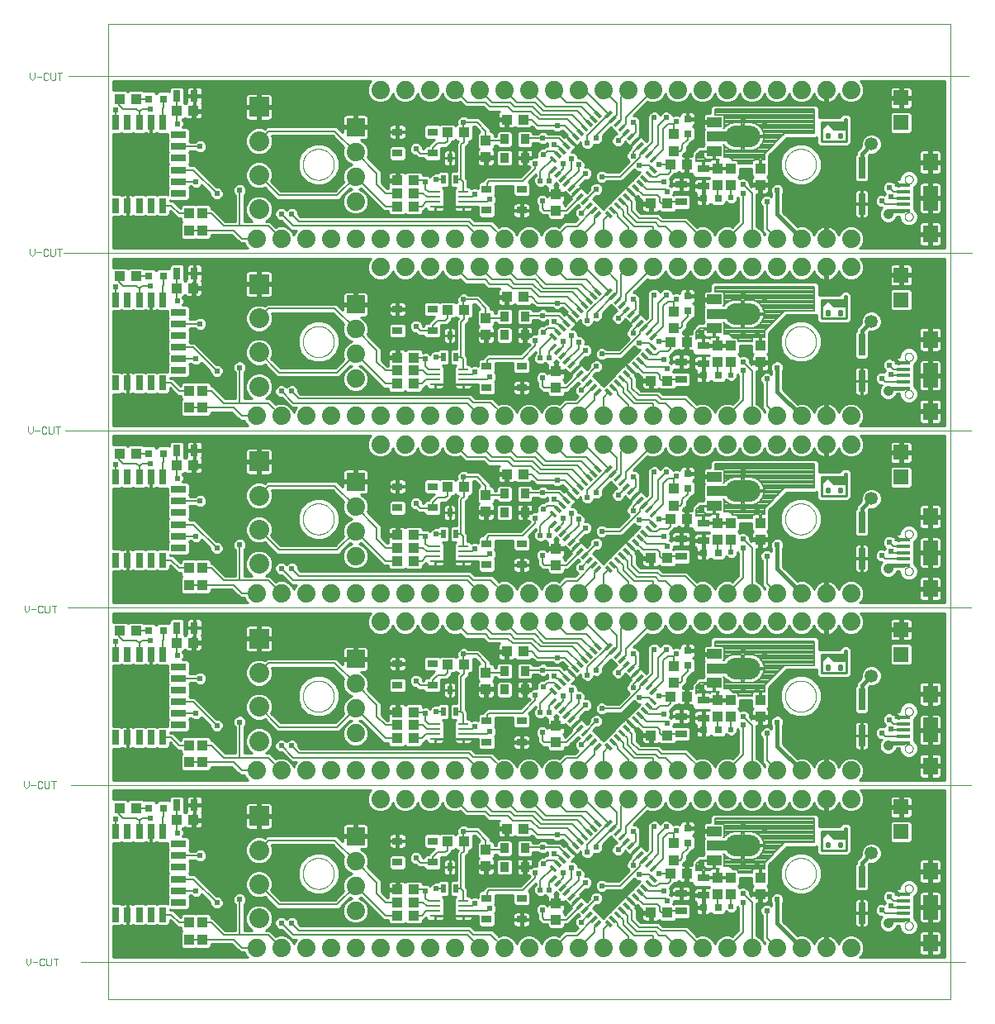
<source format=gtl>
G75*
%MOIN*%
%OFA0B0*%
%FSLAX25Y25*%
%IPPOS*%
%LPD*%
%AMOC8*
5,1,8,0,0,1.08239X$1,22.5*
%
%ADD10C,0.00000*%
%ADD11C,0.00200*%
%ADD12R,0.04331X0.03937*%
%ADD13R,0.03937X0.04331*%
%ADD14R,0.03150X0.03150*%
%ADD15R,0.04724X0.03150*%
%ADD16C,0.07400*%
%ADD17R,0.05906X0.03937*%
%ADD18R,0.07874X0.03937*%
%ADD19C,0.08661*%
%ADD20R,0.03150X0.01378*%
%ADD21R,0.08000X0.08000*%
%ADD22C,0.08000*%
%ADD23R,0.04200X0.01000*%
%ADD24R,0.07400X0.07400*%
%ADD25C,0.01000*%
%ADD26R,0.02559X0.08661*%
%ADD27R,0.02756X0.05906*%
%ADD28R,0.05906X0.02756*%
%ADD29R,0.05709X0.01575*%
%ADD30R,0.05906X0.07087*%
%ADD31R,0.05906X0.09843*%
%ADD32R,0.06000X0.06000*%
%ADD33R,0.03937X0.03150*%
%ADD34R,0.01969X0.03740*%
%ADD35R,0.03150X0.04724*%
%ADD36R,0.03543X0.03937*%
%ADD37C,0.00700*%
%ADD38C,0.01600*%
%ADD39C,0.02400*%
%ADD40C,0.00800*%
%ADD41C,0.05315*%
%ADD42C,0.04134*%
D10*
X0025950Y0016000D02*
X0036950Y0016000D01*
X0036950Y0001000D01*
X0376950Y0001000D01*
X0376950Y0016000D01*
X0382950Y0016000D01*
X0376950Y0016000D02*
X0036950Y0016000D01*
X0036950Y0087500D01*
X0022148Y0087500D01*
X0036950Y0087500D02*
X0036950Y0159000D01*
X0020648Y0159000D01*
X0036950Y0159000D02*
X0036950Y0230500D01*
X0019648Y0230500D01*
X0036950Y0230500D02*
X0036950Y0302000D01*
X0019148Y0302000D01*
X0036950Y0302000D02*
X0036950Y0373500D01*
X0020948Y0373500D01*
X0036950Y0373500D02*
X0036950Y0394500D01*
X0376950Y0394500D01*
X0376950Y0373500D01*
X0384409Y0373500D01*
X0376950Y0373500D02*
X0376950Y0302000D01*
X0385609Y0302000D01*
X0376950Y0302000D02*
X0036950Y0302000D01*
X0036950Y0373500D02*
X0376950Y0373500D01*
X0358614Y0331743D02*
X0358616Y0331824D01*
X0358622Y0331906D01*
X0358632Y0331987D01*
X0358646Y0332067D01*
X0358663Y0332146D01*
X0358685Y0332225D01*
X0358710Y0332302D01*
X0358739Y0332379D01*
X0358772Y0332453D01*
X0358809Y0332526D01*
X0358848Y0332597D01*
X0358892Y0332666D01*
X0358938Y0332733D01*
X0358988Y0332797D01*
X0359041Y0332859D01*
X0359097Y0332919D01*
X0359155Y0332975D01*
X0359217Y0333029D01*
X0359281Y0333080D01*
X0359347Y0333127D01*
X0359415Y0333171D01*
X0359486Y0333212D01*
X0359558Y0333249D01*
X0359633Y0333283D01*
X0359708Y0333313D01*
X0359786Y0333339D01*
X0359864Y0333362D01*
X0359943Y0333380D01*
X0360023Y0333395D01*
X0360104Y0333406D01*
X0360185Y0333413D01*
X0360267Y0333416D01*
X0360348Y0333415D01*
X0360429Y0333410D01*
X0360510Y0333401D01*
X0360591Y0333388D01*
X0360671Y0333371D01*
X0360749Y0333351D01*
X0360827Y0333326D01*
X0360904Y0333298D01*
X0360979Y0333266D01*
X0361052Y0333231D01*
X0361123Y0333192D01*
X0361193Y0333149D01*
X0361260Y0333104D01*
X0361326Y0333055D01*
X0361388Y0333003D01*
X0361448Y0332947D01*
X0361505Y0332889D01*
X0361560Y0332829D01*
X0361611Y0332765D01*
X0361659Y0332700D01*
X0361704Y0332632D01*
X0361746Y0332562D01*
X0361784Y0332490D01*
X0361819Y0332416D01*
X0361850Y0332341D01*
X0361877Y0332264D01*
X0361900Y0332186D01*
X0361920Y0332107D01*
X0361936Y0332027D01*
X0361948Y0331946D01*
X0361956Y0331865D01*
X0361960Y0331784D01*
X0361960Y0331702D01*
X0361956Y0331621D01*
X0361948Y0331540D01*
X0361936Y0331459D01*
X0361920Y0331379D01*
X0361900Y0331300D01*
X0361877Y0331222D01*
X0361850Y0331145D01*
X0361819Y0331070D01*
X0361784Y0330996D01*
X0361746Y0330924D01*
X0361704Y0330854D01*
X0361659Y0330786D01*
X0361611Y0330721D01*
X0361560Y0330657D01*
X0361505Y0330597D01*
X0361448Y0330539D01*
X0361388Y0330483D01*
X0361326Y0330431D01*
X0361260Y0330382D01*
X0361193Y0330337D01*
X0361124Y0330294D01*
X0361052Y0330255D01*
X0360979Y0330220D01*
X0360904Y0330188D01*
X0360827Y0330160D01*
X0360749Y0330135D01*
X0360671Y0330115D01*
X0360591Y0330098D01*
X0360510Y0330085D01*
X0360429Y0330076D01*
X0360348Y0330071D01*
X0360267Y0330070D01*
X0360185Y0330073D01*
X0360104Y0330080D01*
X0360023Y0330091D01*
X0359943Y0330106D01*
X0359864Y0330124D01*
X0359786Y0330147D01*
X0359708Y0330173D01*
X0359633Y0330203D01*
X0359558Y0330237D01*
X0359486Y0330274D01*
X0359415Y0330315D01*
X0359347Y0330359D01*
X0359281Y0330406D01*
X0359217Y0330457D01*
X0359155Y0330511D01*
X0359097Y0330567D01*
X0359041Y0330627D01*
X0358988Y0330689D01*
X0358938Y0330753D01*
X0358892Y0330820D01*
X0358848Y0330889D01*
X0358809Y0330960D01*
X0358772Y0331033D01*
X0358739Y0331107D01*
X0358710Y0331184D01*
X0358685Y0331261D01*
X0358663Y0331340D01*
X0358646Y0331419D01*
X0358632Y0331499D01*
X0358622Y0331580D01*
X0358616Y0331662D01*
X0358614Y0331743D01*
X0358614Y0316782D02*
X0358616Y0316863D01*
X0358622Y0316945D01*
X0358632Y0317026D01*
X0358646Y0317106D01*
X0358663Y0317185D01*
X0358685Y0317264D01*
X0358710Y0317341D01*
X0358739Y0317418D01*
X0358772Y0317492D01*
X0358809Y0317565D01*
X0358848Y0317636D01*
X0358892Y0317705D01*
X0358938Y0317772D01*
X0358988Y0317836D01*
X0359041Y0317898D01*
X0359097Y0317958D01*
X0359155Y0318014D01*
X0359217Y0318068D01*
X0359281Y0318119D01*
X0359347Y0318166D01*
X0359415Y0318210D01*
X0359486Y0318251D01*
X0359558Y0318288D01*
X0359633Y0318322D01*
X0359708Y0318352D01*
X0359786Y0318378D01*
X0359864Y0318401D01*
X0359943Y0318419D01*
X0360023Y0318434D01*
X0360104Y0318445D01*
X0360185Y0318452D01*
X0360267Y0318455D01*
X0360348Y0318454D01*
X0360429Y0318449D01*
X0360510Y0318440D01*
X0360591Y0318427D01*
X0360671Y0318410D01*
X0360749Y0318390D01*
X0360827Y0318365D01*
X0360904Y0318337D01*
X0360979Y0318305D01*
X0361052Y0318270D01*
X0361123Y0318231D01*
X0361193Y0318188D01*
X0361260Y0318143D01*
X0361326Y0318094D01*
X0361388Y0318042D01*
X0361448Y0317986D01*
X0361505Y0317928D01*
X0361560Y0317868D01*
X0361611Y0317804D01*
X0361659Y0317739D01*
X0361704Y0317671D01*
X0361746Y0317601D01*
X0361784Y0317529D01*
X0361819Y0317455D01*
X0361850Y0317380D01*
X0361877Y0317303D01*
X0361900Y0317225D01*
X0361920Y0317146D01*
X0361936Y0317066D01*
X0361948Y0316985D01*
X0361956Y0316904D01*
X0361960Y0316823D01*
X0361960Y0316741D01*
X0361956Y0316660D01*
X0361948Y0316579D01*
X0361936Y0316498D01*
X0361920Y0316418D01*
X0361900Y0316339D01*
X0361877Y0316261D01*
X0361850Y0316184D01*
X0361819Y0316109D01*
X0361784Y0316035D01*
X0361746Y0315963D01*
X0361704Y0315893D01*
X0361659Y0315825D01*
X0361611Y0315760D01*
X0361560Y0315696D01*
X0361505Y0315636D01*
X0361448Y0315578D01*
X0361388Y0315522D01*
X0361326Y0315470D01*
X0361260Y0315421D01*
X0361193Y0315376D01*
X0361124Y0315333D01*
X0361052Y0315294D01*
X0360979Y0315259D01*
X0360904Y0315227D01*
X0360827Y0315199D01*
X0360749Y0315174D01*
X0360671Y0315154D01*
X0360591Y0315137D01*
X0360510Y0315124D01*
X0360429Y0315115D01*
X0360348Y0315110D01*
X0360267Y0315109D01*
X0360185Y0315112D01*
X0360104Y0315119D01*
X0360023Y0315130D01*
X0359943Y0315145D01*
X0359864Y0315163D01*
X0359786Y0315186D01*
X0359708Y0315212D01*
X0359633Y0315242D01*
X0359558Y0315276D01*
X0359486Y0315313D01*
X0359415Y0315354D01*
X0359347Y0315398D01*
X0359281Y0315445D01*
X0359217Y0315496D01*
X0359155Y0315550D01*
X0359097Y0315606D01*
X0359041Y0315666D01*
X0358988Y0315728D01*
X0358938Y0315792D01*
X0358892Y0315859D01*
X0358848Y0315928D01*
X0358809Y0315999D01*
X0358772Y0316072D01*
X0358739Y0316146D01*
X0358710Y0316223D01*
X0358685Y0316300D01*
X0358663Y0316379D01*
X0358646Y0316458D01*
X0358632Y0316538D01*
X0358622Y0316619D01*
X0358616Y0316701D01*
X0358614Y0316782D01*
X0376950Y0302000D02*
X0376950Y0230500D01*
X0385509Y0230500D01*
X0376950Y0230500D02*
X0036950Y0230500D01*
X0036950Y0159000D02*
X0376950Y0159000D01*
X0385509Y0159000D01*
X0376950Y0159000D02*
X0376950Y0230500D01*
X0358614Y0245282D02*
X0358616Y0245363D01*
X0358622Y0245445D01*
X0358632Y0245526D01*
X0358646Y0245606D01*
X0358663Y0245685D01*
X0358685Y0245764D01*
X0358710Y0245841D01*
X0358739Y0245918D01*
X0358772Y0245992D01*
X0358809Y0246065D01*
X0358848Y0246136D01*
X0358892Y0246205D01*
X0358938Y0246272D01*
X0358988Y0246336D01*
X0359041Y0246398D01*
X0359097Y0246458D01*
X0359155Y0246514D01*
X0359217Y0246568D01*
X0359281Y0246619D01*
X0359347Y0246666D01*
X0359415Y0246710D01*
X0359486Y0246751D01*
X0359558Y0246788D01*
X0359633Y0246822D01*
X0359708Y0246852D01*
X0359786Y0246878D01*
X0359864Y0246901D01*
X0359943Y0246919D01*
X0360023Y0246934D01*
X0360104Y0246945D01*
X0360185Y0246952D01*
X0360267Y0246955D01*
X0360348Y0246954D01*
X0360429Y0246949D01*
X0360510Y0246940D01*
X0360591Y0246927D01*
X0360671Y0246910D01*
X0360749Y0246890D01*
X0360827Y0246865D01*
X0360904Y0246837D01*
X0360979Y0246805D01*
X0361052Y0246770D01*
X0361123Y0246731D01*
X0361193Y0246688D01*
X0361260Y0246643D01*
X0361326Y0246594D01*
X0361388Y0246542D01*
X0361448Y0246486D01*
X0361505Y0246428D01*
X0361560Y0246368D01*
X0361611Y0246304D01*
X0361659Y0246239D01*
X0361704Y0246171D01*
X0361746Y0246101D01*
X0361784Y0246029D01*
X0361819Y0245955D01*
X0361850Y0245880D01*
X0361877Y0245803D01*
X0361900Y0245725D01*
X0361920Y0245646D01*
X0361936Y0245566D01*
X0361948Y0245485D01*
X0361956Y0245404D01*
X0361960Y0245323D01*
X0361960Y0245241D01*
X0361956Y0245160D01*
X0361948Y0245079D01*
X0361936Y0244998D01*
X0361920Y0244918D01*
X0361900Y0244839D01*
X0361877Y0244761D01*
X0361850Y0244684D01*
X0361819Y0244609D01*
X0361784Y0244535D01*
X0361746Y0244463D01*
X0361704Y0244393D01*
X0361659Y0244325D01*
X0361611Y0244260D01*
X0361560Y0244196D01*
X0361505Y0244136D01*
X0361448Y0244078D01*
X0361388Y0244022D01*
X0361326Y0243970D01*
X0361260Y0243921D01*
X0361193Y0243876D01*
X0361124Y0243833D01*
X0361052Y0243794D01*
X0360979Y0243759D01*
X0360904Y0243727D01*
X0360827Y0243699D01*
X0360749Y0243674D01*
X0360671Y0243654D01*
X0360591Y0243637D01*
X0360510Y0243624D01*
X0360429Y0243615D01*
X0360348Y0243610D01*
X0360267Y0243609D01*
X0360185Y0243612D01*
X0360104Y0243619D01*
X0360023Y0243630D01*
X0359943Y0243645D01*
X0359864Y0243663D01*
X0359786Y0243686D01*
X0359708Y0243712D01*
X0359633Y0243742D01*
X0359558Y0243776D01*
X0359486Y0243813D01*
X0359415Y0243854D01*
X0359347Y0243898D01*
X0359281Y0243945D01*
X0359217Y0243996D01*
X0359155Y0244050D01*
X0359097Y0244106D01*
X0359041Y0244166D01*
X0358988Y0244228D01*
X0358938Y0244292D01*
X0358892Y0244359D01*
X0358848Y0244428D01*
X0358809Y0244499D01*
X0358772Y0244572D01*
X0358739Y0244646D01*
X0358710Y0244723D01*
X0358685Y0244800D01*
X0358663Y0244879D01*
X0358646Y0244958D01*
X0358632Y0245038D01*
X0358622Y0245119D01*
X0358616Y0245201D01*
X0358614Y0245282D01*
X0358614Y0260243D02*
X0358616Y0260324D01*
X0358622Y0260406D01*
X0358632Y0260487D01*
X0358646Y0260567D01*
X0358663Y0260646D01*
X0358685Y0260725D01*
X0358710Y0260802D01*
X0358739Y0260879D01*
X0358772Y0260953D01*
X0358809Y0261026D01*
X0358848Y0261097D01*
X0358892Y0261166D01*
X0358938Y0261233D01*
X0358988Y0261297D01*
X0359041Y0261359D01*
X0359097Y0261419D01*
X0359155Y0261475D01*
X0359217Y0261529D01*
X0359281Y0261580D01*
X0359347Y0261627D01*
X0359415Y0261671D01*
X0359486Y0261712D01*
X0359558Y0261749D01*
X0359633Y0261783D01*
X0359708Y0261813D01*
X0359786Y0261839D01*
X0359864Y0261862D01*
X0359943Y0261880D01*
X0360023Y0261895D01*
X0360104Y0261906D01*
X0360185Y0261913D01*
X0360267Y0261916D01*
X0360348Y0261915D01*
X0360429Y0261910D01*
X0360510Y0261901D01*
X0360591Y0261888D01*
X0360671Y0261871D01*
X0360749Y0261851D01*
X0360827Y0261826D01*
X0360904Y0261798D01*
X0360979Y0261766D01*
X0361052Y0261731D01*
X0361123Y0261692D01*
X0361193Y0261649D01*
X0361260Y0261604D01*
X0361326Y0261555D01*
X0361388Y0261503D01*
X0361448Y0261447D01*
X0361505Y0261389D01*
X0361560Y0261329D01*
X0361611Y0261265D01*
X0361659Y0261200D01*
X0361704Y0261132D01*
X0361746Y0261062D01*
X0361784Y0260990D01*
X0361819Y0260916D01*
X0361850Y0260841D01*
X0361877Y0260764D01*
X0361900Y0260686D01*
X0361920Y0260607D01*
X0361936Y0260527D01*
X0361948Y0260446D01*
X0361956Y0260365D01*
X0361960Y0260284D01*
X0361960Y0260202D01*
X0361956Y0260121D01*
X0361948Y0260040D01*
X0361936Y0259959D01*
X0361920Y0259879D01*
X0361900Y0259800D01*
X0361877Y0259722D01*
X0361850Y0259645D01*
X0361819Y0259570D01*
X0361784Y0259496D01*
X0361746Y0259424D01*
X0361704Y0259354D01*
X0361659Y0259286D01*
X0361611Y0259221D01*
X0361560Y0259157D01*
X0361505Y0259097D01*
X0361448Y0259039D01*
X0361388Y0258983D01*
X0361326Y0258931D01*
X0361260Y0258882D01*
X0361193Y0258837D01*
X0361124Y0258794D01*
X0361052Y0258755D01*
X0360979Y0258720D01*
X0360904Y0258688D01*
X0360827Y0258660D01*
X0360749Y0258635D01*
X0360671Y0258615D01*
X0360591Y0258598D01*
X0360510Y0258585D01*
X0360429Y0258576D01*
X0360348Y0258571D01*
X0360267Y0258570D01*
X0360185Y0258573D01*
X0360104Y0258580D01*
X0360023Y0258591D01*
X0359943Y0258606D01*
X0359864Y0258624D01*
X0359786Y0258647D01*
X0359708Y0258673D01*
X0359633Y0258703D01*
X0359558Y0258737D01*
X0359486Y0258774D01*
X0359415Y0258815D01*
X0359347Y0258859D01*
X0359281Y0258906D01*
X0359217Y0258957D01*
X0359155Y0259011D01*
X0359097Y0259067D01*
X0359041Y0259127D01*
X0358988Y0259189D01*
X0358938Y0259253D01*
X0358892Y0259320D01*
X0358848Y0259389D01*
X0358809Y0259460D01*
X0358772Y0259533D01*
X0358739Y0259607D01*
X0358710Y0259684D01*
X0358685Y0259761D01*
X0358663Y0259840D01*
X0358646Y0259919D01*
X0358632Y0259999D01*
X0358622Y0260080D01*
X0358616Y0260162D01*
X0358614Y0260243D01*
X0310399Y0266362D02*
X0310401Y0266520D01*
X0310407Y0266677D01*
X0310417Y0266835D01*
X0310431Y0266992D01*
X0310449Y0267148D01*
X0310470Y0267305D01*
X0310496Y0267460D01*
X0310526Y0267615D01*
X0310559Y0267769D01*
X0310597Y0267922D01*
X0310638Y0268075D01*
X0310683Y0268226D01*
X0310732Y0268376D01*
X0310785Y0268524D01*
X0310841Y0268672D01*
X0310902Y0268817D01*
X0310965Y0268962D01*
X0311033Y0269104D01*
X0311104Y0269245D01*
X0311178Y0269384D01*
X0311256Y0269521D01*
X0311338Y0269656D01*
X0311422Y0269789D01*
X0311511Y0269920D01*
X0311602Y0270048D01*
X0311697Y0270175D01*
X0311794Y0270298D01*
X0311895Y0270420D01*
X0311999Y0270538D01*
X0312106Y0270654D01*
X0312216Y0270767D01*
X0312328Y0270878D01*
X0312444Y0270985D01*
X0312562Y0271090D01*
X0312682Y0271192D01*
X0312805Y0271290D01*
X0312931Y0271386D01*
X0313059Y0271478D01*
X0313189Y0271567D01*
X0313321Y0271653D01*
X0313456Y0271735D01*
X0313593Y0271814D01*
X0313731Y0271889D01*
X0313871Y0271961D01*
X0314014Y0272029D01*
X0314157Y0272094D01*
X0314303Y0272155D01*
X0314450Y0272212D01*
X0314598Y0272266D01*
X0314748Y0272316D01*
X0314898Y0272362D01*
X0315050Y0272404D01*
X0315203Y0272443D01*
X0315357Y0272477D01*
X0315512Y0272508D01*
X0315667Y0272534D01*
X0315823Y0272557D01*
X0315980Y0272576D01*
X0316137Y0272591D01*
X0316294Y0272602D01*
X0316452Y0272609D01*
X0316610Y0272612D01*
X0316767Y0272611D01*
X0316925Y0272606D01*
X0317082Y0272597D01*
X0317240Y0272584D01*
X0317396Y0272567D01*
X0317553Y0272546D01*
X0317708Y0272522D01*
X0317863Y0272493D01*
X0318018Y0272460D01*
X0318171Y0272424D01*
X0318324Y0272383D01*
X0318475Y0272339D01*
X0318625Y0272291D01*
X0318774Y0272240D01*
X0318922Y0272184D01*
X0319068Y0272125D01*
X0319213Y0272062D01*
X0319356Y0271995D01*
X0319497Y0271925D01*
X0319636Y0271852D01*
X0319774Y0271775D01*
X0319910Y0271694D01*
X0320043Y0271610D01*
X0320174Y0271523D01*
X0320303Y0271432D01*
X0320430Y0271338D01*
X0320555Y0271241D01*
X0320676Y0271141D01*
X0320796Y0271038D01*
X0320912Y0270932D01*
X0321026Y0270823D01*
X0321138Y0270711D01*
X0321246Y0270597D01*
X0321351Y0270479D01*
X0321454Y0270359D01*
X0321553Y0270237D01*
X0321649Y0270112D01*
X0321742Y0269984D01*
X0321832Y0269855D01*
X0321918Y0269723D01*
X0322002Y0269589D01*
X0322081Y0269453D01*
X0322158Y0269315D01*
X0322230Y0269175D01*
X0322299Y0269033D01*
X0322365Y0268890D01*
X0322427Y0268745D01*
X0322485Y0268598D01*
X0322540Y0268450D01*
X0322591Y0268301D01*
X0322638Y0268150D01*
X0322681Y0267999D01*
X0322720Y0267846D01*
X0322756Y0267692D01*
X0322787Y0267538D01*
X0322815Y0267383D01*
X0322839Y0267227D01*
X0322859Y0267070D01*
X0322875Y0266913D01*
X0322887Y0266756D01*
X0322895Y0266599D01*
X0322899Y0266441D01*
X0322899Y0266283D01*
X0322895Y0266125D01*
X0322887Y0265968D01*
X0322875Y0265811D01*
X0322859Y0265654D01*
X0322839Y0265497D01*
X0322815Y0265341D01*
X0322787Y0265186D01*
X0322756Y0265032D01*
X0322720Y0264878D01*
X0322681Y0264725D01*
X0322638Y0264574D01*
X0322591Y0264423D01*
X0322540Y0264274D01*
X0322485Y0264126D01*
X0322427Y0263979D01*
X0322365Y0263834D01*
X0322299Y0263691D01*
X0322230Y0263549D01*
X0322158Y0263409D01*
X0322081Y0263271D01*
X0322002Y0263135D01*
X0321918Y0263001D01*
X0321832Y0262869D01*
X0321742Y0262740D01*
X0321649Y0262612D01*
X0321553Y0262487D01*
X0321454Y0262365D01*
X0321351Y0262245D01*
X0321246Y0262127D01*
X0321138Y0262013D01*
X0321026Y0261901D01*
X0320912Y0261792D01*
X0320796Y0261686D01*
X0320676Y0261583D01*
X0320555Y0261483D01*
X0320430Y0261386D01*
X0320303Y0261292D01*
X0320174Y0261201D01*
X0320043Y0261114D01*
X0319910Y0261030D01*
X0319774Y0260949D01*
X0319636Y0260872D01*
X0319497Y0260799D01*
X0319356Y0260729D01*
X0319213Y0260662D01*
X0319068Y0260599D01*
X0318922Y0260540D01*
X0318774Y0260484D01*
X0318625Y0260433D01*
X0318475Y0260385D01*
X0318324Y0260341D01*
X0318171Y0260300D01*
X0318018Y0260264D01*
X0317863Y0260231D01*
X0317708Y0260202D01*
X0317553Y0260178D01*
X0317396Y0260157D01*
X0317240Y0260140D01*
X0317082Y0260127D01*
X0316925Y0260118D01*
X0316767Y0260113D01*
X0316610Y0260112D01*
X0316452Y0260115D01*
X0316294Y0260122D01*
X0316137Y0260133D01*
X0315980Y0260148D01*
X0315823Y0260167D01*
X0315667Y0260190D01*
X0315512Y0260216D01*
X0315357Y0260247D01*
X0315203Y0260281D01*
X0315050Y0260320D01*
X0314898Y0260362D01*
X0314748Y0260408D01*
X0314598Y0260458D01*
X0314450Y0260512D01*
X0314303Y0260569D01*
X0314157Y0260630D01*
X0314014Y0260695D01*
X0313871Y0260763D01*
X0313731Y0260835D01*
X0313593Y0260910D01*
X0313456Y0260989D01*
X0313321Y0261071D01*
X0313189Y0261157D01*
X0313059Y0261246D01*
X0312931Y0261338D01*
X0312805Y0261434D01*
X0312682Y0261532D01*
X0312562Y0261634D01*
X0312444Y0261739D01*
X0312328Y0261846D01*
X0312216Y0261957D01*
X0312106Y0262070D01*
X0311999Y0262186D01*
X0311895Y0262304D01*
X0311794Y0262426D01*
X0311697Y0262549D01*
X0311602Y0262676D01*
X0311511Y0262804D01*
X0311422Y0262935D01*
X0311338Y0263068D01*
X0311256Y0263203D01*
X0311178Y0263340D01*
X0311104Y0263479D01*
X0311033Y0263620D01*
X0310965Y0263762D01*
X0310902Y0263907D01*
X0310841Y0264052D01*
X0310785Y0264200D01*
X0310732Y0264348D01*
X0310683Y0264498D01*
X0310638Y0264649D01*
X0310597Y0264802D01*
X0310559Y0264955D01*
X0310526Y0265109D01*
X0310496Y0265264D01*
X0310470Y0265419D01*
X0310449Y0265576D01*
X0310431Y0265732D01*
X0310417Y0265889D01*
X0310407Y0266047D01*
X0310401Y0266204D01*
X0310399Y0266362D01*
X0310399Y0194862D02*
X0310401Y0195020D01*
X0310407Y0195177D01*
X0310417Y0195335D01*
X0310431Y0195492D01*
X0310449Y0195648D01*
X0310470Y0195805D01*
X0310496Y0195960D01*
X0310526Y0196115D01*
X0310559Y0196269D01*
X0310597Y0196422D01*
X0310638Y0196575D01*
X0310683Y0196726D01*
X0310732Y0196876D01*
X0310785Y0197024D01*
X0310841Y0197172D01*
X0310902Y0197317D01*
X0310965Y0197462D01*
X0311033Y0197604D01*
X0311104Y0197745D01*
X0311178Y0197884D01*
X0311256Y0198021D01*
X0311338Y0198156D01*
X0311422Y0198289D01*
X0311511Y0198420D01*
X0311602Y0198548D01*
X0311697Y0198675D01*
X0311794Y0198798D01*
X0311895Y0198920D01*
X0311999Y0199038D01*
X0312106Y0199154D01*
X0312216Y0199267D01*
X0312328Y0199378D01*
X0312444Y0199485D01*
X0312562Y0199590D01*
X0312682Y0199692D01*
X0312805Y0199790D01*
X0312931Y0199886D01*
X0313059Y0199978D01*
X0313189Y0200067D01*
X0313321Y0200153D01*
X0313456Y0200235D01*
X0313593Y0200314D01*
X0313731Y0200389D01*
X0313871Y0200461D01*
X0314014Y0200529D01*
X0314157Y0200594D01*
X0314303Y0200655D01*
X0314450Y0200712D01*
X0314598Y0200766D01*
X0314748Y0200816D01*
X0314898Y0200862D01*
X0315050Y0200904D01*
X0315203Y0200943D01*
X0315357Y0200977D01*
X0315512Y0201008D01*
X0315667Y0201034D01*
X0315823Y0201057D01*
X0315980Y0201076D01*
X0316137Y0201091D01*
X0316294Y0201102D01*
X0316452Y0201109D01*
X0316610Y0201112D01*
X0316767Y0201111D01*
X0316925Y0201106D01*
X0317082Y0201097D01*
X0317240Y0201084D01*
X0317396Y0201067D01*
X0317553Y0201046D01*
X0317708Y0201022D01*
X0317863Y0200993D01*
X0318018Y0200960D01*
X0318171Y0200924D01*
X0318324Y0200883D01*
X0318475Y0200839D01*
X0318625Y0200791D01*
X0318774Y0200740D01*
X0318922Y0200684D01*
X0319068Y0200625D01*
X0319213Y0200562D01*
X0319356Y0200495D01*
X0319497Y0200425D01*
X0319636Y0200352D01*
X0319774Y0200275D01*
X0319910Y0200194D01*
X0320043Y0200110D01*
X0320174Y0200023D01*
X0320303Y0199932D01*
X0320430Y0199838D01*
X0320555Y0199741D01*
X0320676Y0199641D01*
X0320796Y0199538D01*
X0320912Y0199432D01*
X0321026Y0199323D01*
X0321138Y0199211D01*
X0321246Y0199097D01*
X0321351Y0198979D01*
X0321454Y0198859D01*
X0321553Y0198737D01*
X0321649Y0198612D01*
X0321742Y0198484D01*
X0321832Y0198355D01*
X0321918Y0198223D01*
X0322002Y0198089D01*
X0322081Y0197953D01*
X0322158Y0197815D01*
X0322230Y0197675D01*
X0322299Y0197533D01*
X0322365Y0197390D01*
X0322427Y0197245D01*
X0322485Y0197098D01*
X0322540Y0196950D01*
X0322591Y0196801D01*
X0322638Y0196650D01*
X0322681Y0196499D01*
X0322720Y0196346D01*
X0322756Y0196192D01*
X0322787Y0196038D01*
X0322815Y0195883D01*
X0322839Y0195727D01*
X0322859Y0195570D01*
X0322875Y0195413D01*
X0322887Y0195256D01*
X0322895Y0195099D01*
X0322899Y0194941D01*
X0322899Y0194783D01*
X0322895Y0194625D01*
X0322887Y0194468D01*
X0322875Y0194311D01*
X0322859Y0194154D01*
X0322839Y0193997D01*
X0322815Y0193841D01*
X0322787Y0193686D01*
X0322756Y0193532D01*
X0322720Y0193378D01*
X0322681Y0193225D01*
X0322638Y0193074D01*
X0322591Y0192923D01*
X0322540Y0192774D01*
X0322485Y0192626D01*
X0322427Y0192479D01*
X0322365Y0192334D01*
X0322299Y0192191D01*
X0322230Y0192049D01*
X0322158Y0191909D01*
X0322081Y0191771D01*
X0322002Y0191635D01*
X0321918Y0191501D01*
X0321832Y0191369D01*
X0321742Y0191240D01*
X0321649Y0191112D01*
X0321553Y0190987D01*
X0321454Y0190865D01*
X0321351Y0190745D01*
X0321246Y0190627D01*
X0321138Y0190513D01*
X0321026Y0190401D01*
X0320912Y0190292D01*
X0320796Y0190186D01*
X0320676Y0190083D01*
X0320555Y0189983D01*
X0320430Y0189886D01*
X0320303Y0189792D01*
X0320174Y0189701D01*
X0320043Y0189614D01*
X0319910Y0189530D01*
X0319774Y0189449D01*
X0319636Y0189372D01*
X0319497Y0189299D01*
X0319356Y0189229D01*
X0319213Y0189162D01*
X0319068Y0189099D01*
X0318922Y0189040D01*
X0318774Y0188984D01*
X0318625Y0188933D01*
X0318475Y0188885D01*
X0318324Y0188841D01*
X0318171Y0188800D01*
X0318018Y0188764D01*
X0317863Y0188731D01*
X0317708Y0188702D01*
X0317553Y0188678D01*
X0317396Y0188657D01*
X0317240Y0188640D01*
X0317082Y0188627D01*
X0316925Y0188618D01*
X0316767Y0188613D01*
X0316610Y0188612D01*
X0316452Y0188615D01*
X0316294Y0188622D01*
X0316137Y0188633D01*
X0315980Y0188648D01*
X0315823Y0188667D01*
X0315667Y0188690D01*
X0315512Y0188716D01*
X0315357Y0188747D01*
X0315203Y0188781D01*
X0315050Y0188820D01*
X0314898Y0188862D01*
X0314748Y0188908D01*
X0314598Y0188958D01*
X0314450Y0189012D01*
X0314303Y0189069D01*
X0314157Y0189130D01*
X0314014Y0189195D01*
X0313871Y0189263D01*
X0313731Y0189335D01*
X0313593Y0189410D01*
X0313456Y0189489D01*
X0313321Y0189571D01*
X0313189Y0189657D01*
X0313059Y0189746D01*
X0312931Y0189838D01*
X0312805Y0189934D01*
X0312682Y0190032D01*
X0312562Y0190134D01*
X0312444Y0190239D01*
X0312328Y0190346D01*
X0312216Y0190457D01*
X0312106Y0190570D01*
X0311999Y0190686D01*
X0311895Y0190804D01*
X0311794Y0190926D01*
X0311697Y0191049D01*
X0311602Y0191176D01*
X0311511Y0191304D01*
X0311422Y0191435D01*
X0311338Y0191568D01*
X0311256Y0191703D01*
X0311178Y0191840D01*
X0311104Y0191979D01*
X0311033Y0192120D01*
X0310965Y0192262D01*
X0310902Y0192407D01*
X0310841Y0192552D01*
X0310785Y0192700D01*
X0310732Y0192848D01*
X0310683Y0192998D01*
X0310638Y0193149D01*
X0310597Y0193302D01*
X0310559Y0193455D01*
X0310526Y0193609D01*
X0310496Y0193764D01*
X0310470Y0193919D01*
X0310449Y0194076D01*
X0310431Y0194232D01*
X0310417Y0194389D01*
X0310407Y0194547D01*
X0310401Y0194704D01*
X0310399Y0194862D01*
X0358614Y0188743D02*
X0358616Y0188824D01*
X0358622Y0188906D01*
X0358632Y0188987D01*
X0358646Y0189067D01*
X0358663Y0189146D01*
X0358685Y0189225D01*
X0358710Y0189302D01*
X0358739Y0189379D01*
X0358772Y0189453D01*
X0358809Y0189526D01*
X0358848Y0189597D01*
X0358892Y0189666D01*
X0358938Y0189733D01*
X0358988Y0189797D01*
X0359041Y0189859D01*
X0359097Y0189919D01*
X0359155Y0189975D01*
X0359217Y0190029D01*
X0359281Y0190080D01*
X0359347Y0190127D01*
X0359415Y0190171D01*
X0359486Y0190212D01*
X0359558Y0190249D01*
X0359633Y0190283D01*
X0359708Y0190313D01*
X0359786Y0190339D01*
X0359864Y0190362D01*
X0359943Y0190380D01*
X0360023Y0190395D01*
X0360104Y0190406D01*
X0360185Y0190413D01*
X0360267Y0190416D01*
X0360348Y0190415D01*
X0360429Y0190410D01*
X0360510Y0190401D01*
X0360591Y0190388D01*
X0360671Y0190371D01*
X0360749Y0190351D01*
X0360827Y0190326D01*
X0360904Y0190298D01*
X0360979Y0190266D01*
X0361052Y0190231D01*
X0361123Y0190192D01*
X0361193Y0190149D01*
X0361260Y0190104D01*
X0361326Y0190055D01*
X0361388Y0190003D01*
X0361448Y0189947D01*
X0361505Y0189889D01*
X0361560Y0189829D01*
X0361611Y0189765D01*
X0361659Y0189700D01*
X0361704Y0189632D01*
X0361746Y0189562D01*
X0361784Y0189490D01*
X0361819Y0189416D01*
X0361850Y0189341D01*
X0361877Y0189264D01*
X0361900Y0189186D01*
X0361920Y0189107D01*
X0361936Y0189027D01*
X0361948Y0188946D01*
X0361956Y0188865D01*
X0361960Y0188784D01*
X0361960Y0188702D01*
X0361956Y0188621D01*
X0361948Y0188540D01*
X0361936Y0188459D01*
X0361920Y0188379D01*
X0361900Y0188300D01*
X0361877Y0188222D01*
X0361850Y0188145D01*
X0361819Y0188070D01*
X0361784Y0187996D01*
X0361746Y0187924D01*
X0361704Y0187854D01*
X0361659Y0187786D01*
X0361611Y0187721D01*
X0361560Y0187657D01*
X0361505Y0187597D01*
X0361448Y0187539D01*
X0361388Y0187483D01*
X0361326Y0187431D01*
X0361260Y0187382D01*
X0361193Y0187337D01*
X0361124Y0187294D01*
X0361052Y0187255D01*
X0360979Y0187220D01*
X0360904Y0187188D01*
X0360827Y0187160D01*
X0360749Y0187135D01*
X0360671Y0187115D01*
X0360591Y0187098D01*
X0360510Y0187085D01*
X0360429Y0187076D01*
X0360348Y0187071D01*
X0360267Y0187070D01*
X0360185Y0187073D01*
X0360104Y0187080D01*
X0360023Y0187091D01*
X0359943Y0187106D01*
X0359864Y0187124D01*
X0359786Y0187147D01*
X0359708Y0187173D01*
X0359633Y0187203D01*
X0359558Y0187237D01*
X0359486Y0187274D01*
X0359415Y0187315D01*
X0359347Y0187359D01*
X0359281Y0187406D01*
X0359217Y0187457D01*
X0359155Y0187511D01*
X0359097Y0187567D01*
X0359041Y0187627D01*
X0358988Y0187689D01*
X0358938Y0187753D01*
X0358892Y0187820D01*
X0358848Y0187889D01*
X0358809Y0187960D01*
X0358772Y0188033D01*
X0358739Y0188107D01*
X0358710Y0188184D01*
X0358685Y0188261D01*
X0358663Y0188340D01*
X0358646Y0188419D01*
X0358632Y0188499D01*
X0358622Y0188580D01*
X0358616Y0188662D01*
X0358614Y0188743D01*
X0358614Y0173782D02*
X0358616Y0173863D01*
X0358622Y0173945D01*
X0358632Y0174026D01*
X0358646Y0174106D01*
X0358663Y0174185D01*
X0358685Y0174264D01*
X0358710Y0174341D01*
X0358739Y0174418D01*
X0358772Y0174492D01*
X0358809Y0174565D01*
X0358848Y0174636D01*
X0358892Y0174705D01*
X0358938Y0174772D01*
X0358988Y0174836D01*
X0359041Y0174898D01*
X0359097Y0174958D01*
X0359155Y0175014D01*
X0359217Y0175068D01*
X0359281Y0175119D01*
X0359347Y0175166D01*
X0359415Y0175210D01*
X0359486Y0175251D01*
X0359558Y0175288D01*
X0359633Y0175322D01*
X0359708Y0175352D01*
X0359786Y0175378D01*
X0359864Y0175401D01*
X0359943Y0175419D01*
X0360023Y0175434D01*
X0360104Y0175445D01*
X0360185Y0175452D01*
X0360267Y0175455D01*
X0360348Y0175454D01*
X0360429Y0175449D01*
X0360510Y0175440D01*
X0360591Y0175427D01*
X0360671Y0175410D01*
X0360749Y0175390D01*
X0360827Y0175365D01*
X0360904Y0175337D01*
X0360979Y0175305D01*
X0361052Y0175270D01*
X0361123Y0175231D01*
X0361193Y0175188D01*
X0361260Y0175143D01*
X0361326Y0175094D01*
X0361388Y0175042D01*
X0361448Y0174986D01*
X0361505Y0174928D01*
X0361560Y0174868D01*
X0361611Y0174804D01*
X0361659Y0174739D01*
X0361704Y0174671D01*
X0361746Y0174601D01*
X0361784Y0174529D01*
X0361819Y0174455D01*
X0361850Y0174380D01*
X0361877Y0174303D01*
X0361900Y0174225D01*
X0361920Y0174146D01*
X0361936Y0174066D01*
X0361948Y0173985D01*
X0361956Y0173904D01*
X0361960Y0173823D01*
X0361960Y0173741D01*
X0361956Y0173660D01*
X0361948Y0173579D01*
X0361936Y0173498D01*
X0361920Y0173418D01*
X0361900Y0173339D01*
X0361877Y0173261D01*
X0361850Y0173184D01*
X0361819Y0173109D01*
X0361784Y0173035D01*
X0361746Y0172963D01*
X0361704Y0172893D01*
X0361659Y0172825D01*
X0361611Y0172760D01*
X0361560Y0172696D01*
X0361505Y0172636D01*
X0361448Y0172578D01*
X0361388Y0172522D01*
X0361326Y0172470D01*
X0361260Y0172421D01*
X0361193Y0172376D01*
X0361124Y0172333D01*
X0361052Y0172294D01*
X0360979Y0172259D01*
X0360904Y0172227D01*
X0360827Y0172199D01*
X0360749Y0172174D01*
X0360671Y0172154D01*
X0360591Y0172137D01*
X0360510Y0172124D01*
X0360429Y0172115D01*
X0360348Y0172110D01*
X0360267Y0172109D01*
X0360185Y0172112D01*
X0360104Y0172119D01*
X0360023Y0172130D01*
X0359943Y0172145D01*
X0359864Y0172163D01*
X0359786Y0172186D01*
X0359708Y0172212D01*
X0359633Y0172242D01*
X0359558Y0172276D01*
X0359486Y0172313D01*
X0359415Y0172354D01*
X0359347Y0172398D01*
X0359281Y0172445D01*
X0359217Y0172496D01*
X0359155Y0172550D01*
X0359097Y0172606D01*
X0359041Y0172666D01*
X0358988Y0172728D01*
X0358938Y0172792D01*
X0358892Y0172859D01*
X0358848Y0172928D01*
X0358809Y0172999D01*
X0358772Y0173072D01*
X0358739Y0173146D01*
X0358710Y0173223D01*
X0358685Y0173300D01*
X0358663Y0173379D01*
X0358646Y0173458D01*
X0358632Y0173538D01*
X0358622Y0173619D01*
X0358616Y0173701D01*
X0358614Y0173782D01*
X0376950Y0159000D02*
X0376950Y0087500D01*
X0385498Y0087500D01*
X0376950Y0087500D02*
X0036950Y0087500D01*
X0115699Y0051862D02*
X0115701Y0052020D01*
X0115707Y0052177D01*
X0115717Y0052335D01*
X0115731Y0052492D01*
X0115749Y0052648D01*
X0115770Y0052805D01*
X0115796Y0052960D01*
X0115826Y0053115D01*
X0115859Y0053269D01*
X0115897Y0053422D01*
X0115938Y0053575D01*
X0115983Y0053726D01*
X0116032Y0053876D01*
X0116085Y0054024D01*
X0116141Y0054172D01*
X0116202Y0054317D01*
X0116265Y0054462D01*
X0116333Y0054604D01*
X0116404Y0054745D01*
X0116478Y0054884D01*
X0116556Y0055021D01*
X0116638Y0055156D01*
X0116722Y0055289D01*
X0116811Y0055420D01*
X0116902Y0055548D01*
X0116997Y0055675D01*
X0117094Y0055798D01*
X0117195Y0055920D01*
X0117299Y0056038D01*
X0117406Y0056154D01*
X0117516Y0056267D01*
X0117628Y0056378D01*
X0117744Y0056485D01*
X0117862Y0056590D01*
X0117982Y0056692D01*
X0118105Y0056790D01*
X0118231Y0056886D01*
X0118359Y0056978D01*
X0118489Y0057067D01*
X0118621Y0057153D01*
X0118756Y0057235D01*
X0118893Y0057314D01*
X0119031Y0057389D01*
X0119171Y0057461D01*
X0119314Y0057529D01*
X0119457Y0057594D01*
X0119603Y0057655D01*
X0119750Y0057712D01*
X0119898Y0057766D01*
X0120048Y0057816D01*
X0120198Y0057862D01*
X0120350Y0057904D01*
X0120503Y0057943D01*
X0120657Y0057977D01*
X0120812Y0058008D01*
X0120967Y0058034D01*
X0121123Y0058057D01*
X0121280Y0058076D01*
X0121437Y0058091D01*
X0121594Y0058102D01*
X0121752Y0058109D01*
X0121910Y0058112D01*
X0122067Y0058111D01*
X0122225Y0058106D01*
X0122382Y0058097D01*
X0122540Y0058084D01*
X0122696Y0058067D01*
X0122853Y0058046D01*
X0123008Y0058022D01*
X0123163Y0057993D01*
X0123318Y0057960D01*
X0123471Y0057924D01*
X0123624Y0057883D01*
X0123775Y0057839D01*
X0123925Y0057791D01*
X0124074Y0057740D01*
X0124222Y0057684D01*
X0124368Y0057625D01*
X0124513Y0057562D01*
X0124656Y0057495D01*
X0124797Y0057425D01*
X0124936Y0057352D01*
X0125074Y0057275D01*
X0125210Y0057194D01*
X0125343Y0057110D01*
X0125474Y0057023D01*
X0125603Y0056932D01*
X0125730Y0056838D01*
X0125855Y0056741D01*
X0125976Y0056641D01*
X0126096Y0056538D01*
X0126212Y0056432D01*
X0126326Y0056323D01*
X0126438Y0056211D01*
X0126546Y0056097D01*
X0126651Y0055979D01*
X0126754Y0055859D01*
X0126853Y0055737D01*
X0126949Y0055612D01*
X0127042Y0055484D01*
X0127132Y0055355D01*
X0127218Y0055223D01*
X0127302Y0055089D01*
X0127381Y0054953D01*
X0127458Y0054815D01*
X0127530Y0054675D01*
X0127599Y0054533D01*
X0127665Y0054390D01*
X0127727Y0054245D01*
X0127785Y0054098D01*
X0127840Y0053950D01*
X0127891Y0053801D01*
X0127938Y0053650D01*
X0127981Y0053499D01*
X0128020Y0053346D01*
X0128056Y0053192D01*
X0128087Y0053038D01*
X0128115Y0052883D01*
X0128139Y0052727D01*
X0128159Y0052570D01*
X0128175Y0052413D01*
X0128187Y0052256D01*
X0128195Y0052099D01*
X0128199Y0051941D01*
X0128199Y0051783D01*
X0128195Y0051625D01*
X0128187Y0051468D01*
X0128175Y0051311D01*
X0128159Y0051154D01*
X0128139Y0050997D01*
X0128115Y0050841D01*
X0128087Y0050686D01*
X0128056Y0050532D01*
X0128020Y0050378D01*
X0127981Y0050225D01*
X0127938Y0050074D01*
X0127891Y0049923D01*
X0127840Y0049774D01*
X0127785Y0049626D01*
X0127727Y0049479D01*
X0127665Y0049334D01*
X0127599Y0049191D01*
X0127530Y0049049D01*
X0127458Y0048909D01*
X0127381Y0048771D01*
X0127302Y0048635D01*
X0127218Y0048501D01*
X0127132Y0048369D01*
X0127042Y0048240D01*
X0126949Y0048112D01*
X0126853Y0047987D01*
X0126754Y0047865D01*
X0126651Y0047745D01*
X0126546Y0047627D01*
X0126438Y0047513D01*
X0126326Y0047401D01*
X0126212Y0047292D01*
X0126096Y0047186D01*
X0125976Y0047083D01*
X0125855Y0046983D01*
X0125730Y0046886D01*
X0125603Y0046792D01*
X0125474Y0046701D01*
X0125343Y0046614D01*
X0125210Y0046530D01*
X0125074Y0046449D01*
X0124936Y0046372D01*
X0124797Y0046299D01*
X0124656Y0046229D01*
X0124513Y0046162D01*
X0124368Y0046099D01*
X0124222Y0046040D01*
X0124074Y0045984D01*
X0123925Y0045933D01*
X0123775Y0045885D01*
X0123624Y0045841D01*
X0123471Y0045800D01*
X0123318Y0045764D01*
X0123163Y0045731D01*
X0123008Y0045702D01*
X0122853Y0045678D01*
X0122696Y0045657D01*
X0122540Y0045640D01*
X0122382Y0045627D01*
X0122225Y0045618D01*
X0122067Y0045613D01*
X0121910Y0045612D01*
X0121752Y0045615D01*
X0121594Y0045622D01*
X0121437Y0045633D01*
X0121280Y0045648D01*
X0121123Y0045667D01*
X0120967Y0045690D01*
X0120812Y0045716D01*
X0120657Y0045747D01*
X0120503Y0045781D01*
X0120350Y0045820D01*
X0120198Y0045862D01*
X0120048Y0045908D01*
X0119898Y0045958D01*
X0119750Y0046012D01*
X0119603Y0046069D01*
X0119457Y0046130D01*
X0119314Y0046195D01*
X0119171Y0046263D01*
X0119031Y0046335D01*
X0118893Y0046410D01*
X0118756Y0046489D01*
X0118621Y0046571D01*
X0118489Y0046657D01*
X0118359Y0046746D01*
X0118231Y0046838D01*
X0118105Y0046934D01*
X0117982Y0047032D01*
X0117862Y0047134D01*
X0117744Y0047239D01*
X0117628Y0047346D01*
X0117516Y0047457D01*
X0117406Y0047570D01*
X0117299Y0047686D01*
X0117195Y0047804D01*
X0117094Y0047926D01*
X0116997Y0048049D01*
X0116902Y0048176D01*
X0116811Y0048304D01*
X0116722Y0048435D01*
X0116638Y0048568D01*
X0116556Y0048703D01*
X0116478Y0048840D01*
X0116404Y0048979D01*
X0116333Y0049120D01*
X0116265Y0049262D01*
X0116202Y0049407D01*
X0116141Y0049552D01*
X0116085Y0049700D01*
X0116032Y0049848D01*
X0115983Y0049998D01*
X0115938Y0050149D01*
X0115897Y0050302D01*
X0115859Y0050455D01*
X0115826Y0050609D01*
X0115796Y0050764D01*
X0115770Y0050919D01*
X0115749Y0051076D01*
X0115731Y0051232D01*
X0115717Y0051389D01*
X0115707Y0051547D01*
X0115701Y0051704D01*
X0115699Y0051862D01*
X0115699Y0123362D02*
X0115701Y0123520D01*
X0115707Y0123677D01*
X0115717Y0123835D01*
X0115731Y0123992D01*
X0115749Y0124148D01*
X0115770Y0124305D01*
X0115796Y0124460D01*
X0115826Y0124615D01*
X0115859Y0124769D01*
X0115897Y0124922D01*
X0115938Y0125075D01*
X0115983Y0125226D01*
X0116032Y0125376D01*
X0116085Y0125524D01*
X0116141Y0125672D01*
X0116202Y0125817D01*
X0116265Y0125962D01*
X0116333Y0126104D01*
X0116404Y0126245D01*
X0116478Y0126384D01*
X0116556Y0126521D01*
X0116638Y0126656D01*
X0116722Y0126789D01*
X0116811Y0126920D01*
X0116902Y0127048D01*
X0116997Y0127175D01*
X0117094Y0127298D01*
X0117195Y0127420D01*
X0117299Y0127538D01*
X0117406Y0127654D01*
X0117516Y0127767D01*
X0117628Y0127878D01*
X0117744Y0127985D01*
X0117862Y0128090D01*
X0117982Y0128192D01*
X0118105Y0128290D01*
X0118231Y0128386D01*
X0118359Y0128478D01*
X0118489Y0128567D01*
X0118621Y0128653D01*
X0118756Y0128735D01*
X0118893Y0128814D01*
X0119031Y0128889D01*
X0119171Y0128961D01*
X0119314Y0129029D01*
X0119457Y0129094D01*
X0119603Y0129155D01*
X0119750Y0129212D01*
X0119898Y0129266D01*
X0120048Y0129316D01*
X0120198Y0129362D01*
X0120350Y0129404D01*
X0120503Y0129443D01*
X0120657Y0129477D01*
X0120812Y0129508D01*
X0120967Y0129534D01*
X0121123Y0129557D01*
X0121280Y0129576D01*
X0121437Y0129591D01*
X0121594Y0129602D01*
X0121752Y0129609D01*
X0121910Y0129612D01*
X0122067Y0129611D01*
X0122225Y0129606D01*
X0122382Y0129597D01*
X0122540Y0129584D01*
X0122696Y0129567D01*
X0122853Y0129546D01*
X0123008Y0129522D01*
X0123163Y0129493D01*
X0123318Y0129460D01*
X0123471Y0129424D01*
X0123624Y0129383D01*
X0123775Y0129339D01*
X0123925Y0129291D01*
X0124074Y0129240D01*
X0124222Y0129184D01*
X0124368Y0129125D01*
X0124513Y0129062D01*
X0124656Y0128995D01*
X0124797Y0128925D01*
X0124936Y0128852D01*
X0125074Y0128775D01*
X0125210Y0128694D01*
X0125343Y0128610D01*
X0125474Y0128523D01*
X0125603Y0128432D01*
X0125730Y0128338D01*
X0125855Y0128241D01*
X0125976Y0128141D01*
X0126096Y0128038D01*
X0126212Y0127932D01*
X0126326Y0127823D01*
X0126438Y0127711D01*
X0126546Y0127597D01*
X0126651Y0127479D01*
X0126754Y0127359D01*
X0126853Y0127237D01*
X0126949Y0127112D01*
X0127042Y0126984D01*
X0127132Y0126855D01*
X0127218Y0126723D01*
X0127302Y0126589D01*
X0127381Y0126453D01*
X0127458Y0126315D01*
X0127530Y0126175D01*
X0127599Y0126033D01*
X0127665Y0125890D01*
X0127727Y0125745D01*
X0127785Y0125598D01*
X0127840Y0125450D01*
X0127891Y0125301D01*
X0127938Y0125150D01*
X0127981Y0124999D01*
X0128020Y0124846D01*
X0128056Y0124692D01*
X0128087Y0124538D01*
X0128115Y0124383D01*
X0128139Y0124227D01*
X0128159Y0124070D01*
X0128175Y0123913D01*
X0128187Y0123756D01*
X0128195Y0123599D01*
X0128199Y0123441D01*
X0128199Y0123283D01*
X0128195Y0123125D01*
X0128187Y0122968D01*
X0128175Y0122811D01*
X0128159Y0122654D01*
X0128139Y0122497D01*
X0128115Y0122341D01*
X0128087Y0122186D01*
X0128056Y0122032D01*
X0128020Y0121878D01*
X0127981Y0121725D01*
X0127938Y0121574D01*
X0127891Y0121423D01*
X0127840Y0121274D01*
X0127785Y0121126D01*
X0127727Y0120979D01*
X0127665Y0120834D01*
X0127599Y0120691D01*
X0127530Y0120549D01*
X0127458Y0120409D01*
X0127381Y0120271D01*
X0127302Y0120135D01*
X0127218Y0120001D01*
X0127132Y0119869D01*
X0127042Y0119740D01*
X0126949Y0119612D01*
X0126853Y0119487D01*
X0126754Y0119365D01*
X0126651Y0119245D01*
X0126546Y0119127D01*
X0126438Y0119013D01*
X0126326Y0118901D01*
X0126212Y0118792D01*
X0126096Y0118686D01*
X0125976Y0118583D01*
X0125855Y0118483D01*
X0125730Y0118386D01*
X0125603Y0118292D01*
X0125474Y0118201D01*
X0125343Y0118114D01*
X0125210Y0118030D01*
X0125074Y0117949D01*
X0124936Y0117872D01*
X0124797Y0117799D01*
X0124656Y0117729D01*
X0124513Y0117662D01*
X0124368Y0117599D01*
X0124222Y0117540D01*
X0124074Y0117484D01*
X0123925Y0117433D01*
X0123775Y0117385D01*
X0123624Y0117341D01*
X0123471Y0117300D01*
X0123318Y0117264D01*
X0123163Y0117231D01*
X0123008Y0117202D01*
X0122853Y0117178D01*
X0122696Y0117157D01*
X0122540Y0117140D01*
X0122382Y0117127D01*
X0122225Y0117118D01*
X0122067Y0117113D01*
X0121910Y0117112D01*
X0121752Y0117115D01*
X0121594Y0117122D01*
X0121437Y0117133D01*
X0121280Y0117148D01*
X0121123Y0117167D01*
X0120967Y0117190D01*
X0120812Y0117216D01*
X0120657Y0117247D01*
X0120503Y0117281D01*
X0120350Y0117320D01*
X0120198Y0117362D01*
X0120048Y0117408D01*
X0119898Y0117458D01*
X0119750Y0117512D01*
X0119603Y0117569D01*
X0119457Y0117630D01*
X0119314Y0117695D01*
X0119171Y0117763D01*
X0119031Y0117835D01*
X0118893Y0117910D01*
X0118756Y0117989D01*
X0118621Y0118071D01*
X0118489Y0118157D01*
X0118359Y0118246D01*
X0118231Y0118338D01*
X0118105Y0118434D01*
X0117982Y0118532D01*
X0117862Y0118634D01*
X0117744Y0118739D01*
X0117628Y0118846D01*
X0117516Y0118957D01*
X0117406Y0119070D01*
X0117299Y0119186D01*
X0117195Y0119304D01*
X0117094Y0119426D01*
X0116997Y0119549D01*
X0116902Y0119676D01*
X0116811Y0119804D01*
X0116722Y0119935D01*
X0116638Y0120068D01*
X0116556Y0120203D01*
X0116478Y0120340D01*
X0116404Y0120479D01*
X0116333Y0120620D01*
X0116265Y0120762D01*
X0116202Y0120907D01*
X0116141Y0121052D01*
X0116085Y0121200D01*
X0116032Y0121348D01*
X0115983Y0121498D01*
X0115938Y0121649D01*
X0115897Y0121802D01*
X0115859Y0121955D01*
X0115826Y0122109D01*
X0115796Y0122264D01*
X0115770Y0122419D01*
X0115749Y0122576D01*
X0115731Y0122732D01*
X0115717Y0122889D01*
X0115707Y0123047D01*
X0115701Y0123204D01*
X0115699Y0123362D01*
X0115699Y0194862D02*
X0115701Y0195020D01*
X0115707Y0195177D01*
X0115717Y0195335D01*
X0115731Y0195492D01*
X0115749Y0195648D01*
X0115770Y0195805D01*
X0115796Y0195960D01*
X0115826Y0196115D01*
X0115859Y0196269D01*
X0115897Y0196422D01*
X0115938Y0196575D01*
X0115983Y0196726D01*
X0116032Y0196876D01*
X0116085Y0197024D01*
X0116141Y0197172D01*
X0116202Y0197317D01*
X0116265Y0197462D01*
X0116333Y0197604D01*
X0116404Y0197745D01*
X0116478Y0197884D01*
X0116556Y0198021D01*
X0116638Y0198156D01*
X0116722Y0198289D01*
X0116811Y0198420D01*
X0116902Y0198548D01*
X0116997Y0198675D01*
X0117094Y0198798D01*
X0117195Y0198920D01*
X0117299Y0199038D01*
X0117406Y0199154D01*
X0117516Y0199267D01*
X0117628Y0199378D01*
X0117744Y0199485D01*
X0117862Y0199590D01*
X0117982Y0199692D01*
X0118105Y0199790D01*
X0118231Y0199886D01*
X0118359Y0199978D01*
X0118489Y0200067D01*
X0118621Y0200153D01*
X0118756Y0200235D01*
X0118893Y0200314D01*
X0119031Y0200389D01*
X0119171Y0200461D01*
X0119314Y0200529D01*
X0119457Y0200594D01*
X0119603Y0200655D01*
X0119750Y0200712D01*
X0119898Y0200766D01*
X0120048Y0200816D01*
X0120198Y0200862D01*
X0120350Y0200904D01*
X0120503Y0200943D01*
X0120657Y0200977D01*
X0120812Y0201008D01*
X0120967Y0201034D01*
X0121123Y0201057D01*
X0121280Y0201076D01*
X0121437Y0201091D01*
X0121594Y0201102D01*
X0121752Y0201109D01*
X0121910Y0201112D01*
X0122067Y0201111D01*
X0122225Y0201106D01*
X0122382Y0201097D01*
X0122540Y0201084D01*
X0122696Y0201067D01*
X0122853Y0201046D01*
X0123008Y0201022D01*
X0123163Y0200993D01*
X0123318Y0200960D01*
X0123471Y0200924D01*
X0123624Y0200883D01*
X0123775Y0200839D01*
X0123925Y0200791D01*
X0124074Y0200740D01*
X0124222Y0200684D01*
X0124368Y0200625D01*
X0124513Y0200562D01*
X0124656Y0200495D01*
X0124797Y0200425D01*
X0124936Y0200352D01*
X0125074Y0200275D01*
X0125210Y0200194D01*
X0125343Y0200110D01*
X0125474Y0200023D01*
X0125603Y0199932D01*
X0125730Y0199838D01*
X0125855Y0199741D01*
X0125976Y0199641D01*
X0126096Y0199538D01*
X0126212Y0199432D01*
X0126326Y0199323D01*
X0126438Y0199211D01*
X0126546Y0199097D01*
X0126651Y0198979D01*
X0126754Y0198859D01*
X0126853Y0198737D01*
X0126949Y0198612D01*
X0127042Y0198484D01*
X0127132Y0198355D01*
X0127218Y0198223D01*
X0127302Y0198089D01*
X0127381Y0197953D01*
X0127458Y0197815D01*
X0127530Y0197675D01*
X0127599Y0197533D01*
X0127665Y0197390D01*
X0127727Y0197245D01*
X0127785Y0197098D01*
X0127840Y0196950D01*
X0127891Y0196801D01*
X0127938Y0196650D01*
X0127981Y0196499D01*
X0128020Y0196346D01*
X0128056Y0196192D01*
X0128087Y0196038D01*
X0128115Y0195883D01*
X0128139Y0195727D01*
X0128159Y0195570D01*
X0128175Y0195413D01*
X0128187Y0195256D01*
X0128195Y0195099D01*
X0128199Y0194941D01*
X0128199Y0194783D01*
X0128195Y0194625D01*
X0128187Y0194468D01*
X0128175Y0194311D01*
X0128159Y0194154D01*
X0128139Y0193997D01*
X0128115Y0193841D01*
X0128087Y0193686D01*
X0128056Y0193532D01*
X0128020Y0193378D01*
X0127981Y0193225D01*
X0127938Y0193074D01*
X0127891Y0192923D01*
X0127840Y0192774D01*
X0127785Y0192626D01*
X0127727Y0192479D01*
X0127665Y0192334D01*
X0127599Y0192191D01*
X0127530Y0192049D01*
X0127458Y0191909D01*
X0127381Y0191771D01*
X0127302Y0191635D01*
X0127218Y0191501D01*
X0127132Y0191369D01*
X0127042Y0191240D01*
X0126949Y0191112D01*
X0126853Y0190987D01*
X0126754Y0190865D01*
X0126651Y0190745D01*
X0126546Y0190627D01*
X0126438Y0190513D01*
X0126326Y0190401D01*
X0126212Y0190292D01*
X0126096Y0190186D01*
X0125976Y0190083D01*
X0125855Y0189983D01*
X0125730Y0189886D01*
X0125603Y0189792D01*
X0125474Y0189701D01*
X0125343Y0189614D01*
X0125210Y0189530D01*
X0125074Y0189449D01*
X0124936Y0189372D01*
X0124797Y0189299D01*
X0124656Y0189229D01*
X0124513Y0189162D01*
X0124368Y0189099D01*
X0124222Y0189040D01*
X0124074Y0188984D01*
X0123925Y0188933D01*
X0123775Y0188885D01*
X0123624Y0188841D01*
X0123471Y0188800D01*
X0123318Y0188764D01*
X0123163Y0188731D01*
X0123008Y0188702D01*
X0122853Y0188678D01*
X0122696Y0188657D01*
X0122540Y0188640D01*
X0122382Y0188627D01*
X0122225Y0188618D01*
X0122067Y0188613D01*
X0121910Y0188612D01*
X0121752Y0188615D01*
X0121594Y0188622D01*
X0121437Y0188633D01*
X0121280Y0188648D01*
X0121123Y0188667D01*
X0120967Y0188690D01*
X0120812Y0188716D01*
X0120657Y0188747D01*
X0120503Y0188781D01*
X0120350Y0188820D01*
X0120198Y0188862D01*
X0120048Y0188908D01*
X0119898Y0188958D01*
X0119750Y0189012D01*
X0119603Y0189069D01*
X0119457Y0189130D01*
X0119314Y0189195D01*
X0119171Y0189263D01*
X0119031Y0189335D01*
X0118893Y0189410D01*
X0118756Y0189489D01*
X0118621Y0189571D01*
X0118489Y0189657D01*
X0118359Y0189746D01*
X0118231Y0189838D01*
X0118105Y0189934D01*
X0117982Y0190032D01*
X0117862Y0190134D01*
X0117744Y0190239D01*
X0117628Y0190346D01*
X0117516Y0190457D01*
X0117406Y0190570D01*
X0117299Y0190686D01*
X0117195Y0190804D01*
X0117094Y0190926D01*
X0116997Y0191049D01*
X0116902Y0191176D01*
X0116811Y0191304D01*
X0116722Y0191435D01*
X0116638Y0191568D01*
X0116556Y0191703D01*
X0116478Y0191840D01*
X0116404Y0191979D01*
X0116333Y0192120D01*
X0116265Y0192262D01*
X0116202Y0192407D01*
X0116141Y0192552D01*
X0116085Y0192700D01*
X0116032Y0192848D01*
X0115983Y0192998D01*
X0115938Y0193149D01*
X0115897Y0193302D01*
X0115859Y0193455D01*
X0115826Y0193609D01*
X0115796Y0193764D01*
X0115770Y0193919D01*
X0115749Y0194076D01*
X0115731Y0194232D01*
X0115717Y0194389D01*
X0115707Y0194547D01*
X0115701Y0194704D01*
X0115699Y0194862D01*
X0115699Y0266362D02*
X0115701Y0266520D01*
X0115707Y0266677D01*
X0115717Y0266835D01*
X0115731Y0266992D01*
X0115749Y0267148D01*
X0115770Y0267305D01*
X0115796Y0267460D01*
X0115826Y0267615D01*
X0115859Y0267769D01*
X0115897Y0267922D01*
X0115938Y0268075D01*
X0115983Y0268226D01*
X0116032Y0268376D01*
X0116085Y0268524D01*
X0116141Y0268672D01*
X0116202Y0268817D01*
X0116265Y0268962D01*
X0116333Y0269104D01*
X0116404Y0269245D01*
X0116478Y0269384D01*
X0116556Y0269521D01*
X0116638Y0269656D01*
X0116722Y0269789D01*
X0116811Y0269920D01*
X0116902Y0270048D01*
X0116997Y0270175D01*
X0117094Y0270298D01*
X0117195Y0270420D01*
X0117299Y0270538D01*
X0117406Y0270654D01*
X0117516Y0270767D01*
X0117628Y0270878D01*
X0117744Y0270985D01*
X0117862Y0271090D01*
X0117982Y0271192D01*
X0118105Y0271290D01*
X0118231Y0271386D01*
X0118359Y0271478D01*
X0118489Y0271567D01*
X0118621Y0271653D01*
X0118756Y0271735D01*
X0118893Y0271814D01*
X0119031Y0271889D01*
X0119171Y0271961D01*
X0119314Y0272029D01*
X0119457Y0272094D01*
X0119603Y0272155D01*
X0119750Y0272212D01*
X0119898Y0272266D01*
X0120048Y0272316D01*
X0120198Y0272362D01*
X0120350Y0272404D01*
X0120503Y0272443D01*
X0120657Y0272477D01*
X0120812Y0272508D01*
X0120967Y0272534D01*
X0121123Y0272557D01*
X0121280Y0272576D01*
X0121437Y0272591D01*
X0121594Y0272602D01*
X0121752Y0272609D01*
X0121910Y0272612D01*
X0122067Y0272611D01*
X0122225Y0272606D01*
X0122382Y0272597D01*
X0122540Y0272584D01*
X0122696Y0272567D01*
X0122853Y0272546D01*
X0123008Y0272522D01*
X0123163Y0272493D01*
X0123318Y0272460D01*
X0123471Y0272424D01*
X0123624Y0272383D01*
X0123775Y0272339D01*
X0123925Y0272291D01*
X0124074Y0272240D01*
X0124222Y0272184D01*
X0124368Y0272125D01*
X0124513Y0272062D01*
X0124656Y0271995D01*
X0124797Y0271925D01*
X0124936Y0271852D01*
X0125074Y0271775D01*
X0125210Y0271694D01*
X0125343Y0271610D01*
X0125474Y0271523D01*
X0125603Y0271432D01*
X0125730Y0271338D01*
X0125855Y0271241D01*
X0125976Y0271141D01*
X0126096Y0271038D01*
X0126212Y0270932D01*
X0126326Y0270823D01*
X0126438Y0270711D01*
X0126546Y0270597D01*
X0126651Y0270479D01*
X0126754Y0270359D01*
X0126853Y0270237D01*
X0126949Y0270112D01*
X0127042Y0269984D01*
X0127132Y0269855D01*
X0127218Y0269723D01*
X0127302Y0269589D01*
X0127381Y0269453D01*
X0127458Y0269315D01*
X0127530Y0269175D01*
X0127599Y0269033D01*
X0127665Y0268890D01*
X0127727Y0268745D01*
X0127785Y0268598D01*
X0127840Y0268450D01*
X0127891Y0268301D01*
X0127938Y0268150D01*
X0127981Y0267999D01*
X0128020Y0267846D01*
X0128056Y0267692D01*
X0128087Y0267538D01*
X0128115Y0267383D01*
X0128139Y0267227D01*
X0128159Y0267070D01*
X0128175Y0266913D01*
X0128187Y0266756D01*
X0128195Y0266599D01*
X0128199Y0266441D01*
X0128199Y0266283D01*
X0128195Y0266125D01*
X0128187Y0265968D01*
X0128175Y0265811D01*
X0128159Y0265654D01*
X0128139Y0265497D01*
X0128115Y0265341D01*
X0128087Y0265186D01*
X0128056Y0265032D01*
X0128020Y0264878D01*
X0127981Y0264725D01*
X0127938Y0264574D01*
X0127891Y0264423D01*
X0127840Y0264274D01*
X0127785Y0264126D01*
X0127727Y0263979D01*
X0127665Y0263834D01*
X0127599Y0263691D01*
X0127530Y0263549D01*
X0127458Y0263409D01*
X0127381Y0263271D01*
X0127302Y0263135D01*
X0127218Y0263001D01*
X0127132Y0262869D01*
X0127042Y0262740D01*
X0126949Y0262612D01*
X0126853Y0262487D01*
X0126754Y0262365D01*
X0126651Y0262245D01*
X0126546Y0262127D01*
X0126438Y0262013D01*
X0126326Y0261901D01*
X0126212Y0261792D01*
X0126096Y0261686D01*
X0125976Y0261583D01*
X0125855Y0261483D01*
X0125730Y0261386D01*
X0125603Y0261292D01*
X0125474Y0261201D01*
X0125343Y0261114D01*
X0125210Y0261030D01*
X0125074Y0260949D01*
X0124936Y0260872D01*
X0124797Y0260799D01*
X0124656Y0260729D01*
X0124513Y0260662D01*
X0124368Y0260599D01*
X0124222Y0260540D01*
X0124074Y0260484D01*
X0123925Y0260433D01*
X0123775Y0260385D01*
X0123624Y0260341D01*
X0123471Y0260300D01*
X0123318Y0260264D01*
X0123163Y0260231D01*
X0123008Y0260202D01*
X0122853Y0260178D01*
X0122696Y0260157D01*
X0122540Y0260140D01*
X0122382Y0260127D01*
X0122225Y0260118D01*
X0122067Y0260113D01*
X0121910Y0260112D01*
X0121752Y0260115D01*
X0121594Y0260122D01*
X0121437Y0260133D01*
X0121280Y0260148D01*
X0121123Y0260167D01*
X0120967Y0260190D01*
X0120812Y0260216D01*
X0120657Y0260247D01*
X0120503Y0260281D01*
X0120350Y0260320D01*
X0120198Y0260362D01*
X0120048Y0260408D01*
X0119898Y0260458D01*
X0119750Y0260512D01*
X0119603Y0260569D01*
X0119457Y0260630D01*
X0119314Y0260695D01*
X0119171Y0260763D01*
X0119031Y0260835D01*
X0118893Y0260910D01*
X0118756Y0260989D01*
X0118621Y0261071D01*
X0118489Y0261157D01*
X0118359Y0261246D01*
X0118231Y0261338D01*
X0118105Y0261434D01*
X0117982Y0261532D01*
X0117862Y0261634D01*
X0117744Y0261739D01*
X0117628Y0261846D01*
X0117516Y0261957D01*
X0117406Y0262070D01*
X0117299Y0262186D01*
X0117195Y0262304D01*
X0117094Y0262426D01*
X0116997Y0262549D01*
X0116902Y0262676D01*
X0116811Y0262804D01*
X0116722Y0262935D01*
X0116638Y0263068D01*
X0116556Y0263203D01*
X0116478Y0263340D01*
X0116404Y0263479D01*
X0116333Y0263620D01*
X0116265Y0263762D01*
X0116202Y0263907D01*
X0116141Y0264052D01*
X0116085Y0264200D01*
X0116032Y0264348D01*
X0115983Y0264498D01*
X0115938Y0264649D01*
X0115897Y0264802D01*
X0115859Y0264955D01*
X0115826Y0265109D01*
X0115796Y0265264D01*
X0115770Y0265419D01*
X0115749Y0265576D01*
X0115731Y0265732D01*
X0115717Y0265889D01*
X0115707Y0266047D01*
X0115701Y0266204D01*
X0115699Y0266362D01*
X0115699Y0337862D02*
X0115701Y0338020D01*
X0115707Y0338177D01*
X0115717Y0338335D01*
X0115731Y0338492D01*
X0115749Y0338648D01*
X0115770Y0338805D01*
X0115796Y0338960D01*
X0115826Y0339115D01*
X0115859Y0339269D01*
X0115897Y0339422D01*
X0115938Y0339575D01*
X0115983Y0339726D01*
X0116032Y0339876D01*
X0116085Y0340024D01*
X0116141Y0340172D01*
X0116202Y0340317D01*
X0116265Y0340462D01*
X0116333Y0340604D01*
X0116404Y0340745D01*
X0116478Y0340884D01*
X0116556Y0341021D01*
X0116638Y0341156D01*
X0116722Y0341289D01*
X0116811Y0341420D01*
X0116902Y0341548D01*
X0116997Y0341675D01*
X0117094Y0341798D01*
X0117195Y0341920D01*
X0117299Y0342038D01*
X0117406Y0342154D01*
X0117516Y0342267D01*
X0117628Y0342378D01*
X0117744Y0342485D01*
X0117862Y0342590D01*
X0117982Y0342692D01*
X0118105Y0342790D01*
X0118231Y0342886D01*
X0118359Y0342978D01*
X0118489Y0343067D01*
X0118621Y0343153D01*
X0118756Y0343235D01*
X0118893Y0343314D01*
X0119031Y0343389D01*
X0119171Y0343461D01*
X0119314Y0343529D01*
X0119457Y0343594D01*
X0119603Y0343655D01*
X0119750Y0343712D01*
X0119898Y0343766D01*
X0120048Y0343816D01*
X0120198Y0343862D01*
X0120350Y0343904D01*
X0120503Y0343943D01*
X0120657Y0343977D01*
X0120812Y0344008D01*
X0120967Y0344034D01*
X0121123Y0344057D01*
X0121280Y0344076D01*
X0121437Y0344091D01*
X0121594Y0344102D01*
X0121752Y0344109D01*
X0121910Y0344112D01*
X0122067Y0344111D01*
X0122225Y0344106D01*
X0122382Y0344097D01*
X0122540Y0344084D01*
X0122696Y0344067D01*
X0122853Y0344046D01*
X0123008Y0344022D01*
X0123163Y0343993D01*
X0123318Y0343960D01*
X0123471Y0343924D01*
X0123624Y0343883D01*
X0123775Y0343839D01*
X0123925Y0343791D01*
X0124074Y0343740D01*
X0124222Y0343684D01*
X0124368Y0343625D01*
X0124513Y0343562D01*
X0124656Y0343495D01*
X0124797Y0343425D01*
X0124936Y0343352D01*
X0125074Y0343275D01*
X0125210Y0343194D01*
X0125343Y0343110D01*
X0125474Y0343023D01*
X0125603Y0342932D01*
X0125730Y0342838D01*
X0125855Y0342741D01*
X0125976Y0342641D01*
X0126096Y0342538D01*
X0126212Y0342432D01*
X0126326Y0342323D01*
X0126438Y0342211D01*
X0126546Y0342097D01*
X0126651Y0341979D01*
X0126754Y0341859D01*
X0126853Y0341737D01*
X0126949Y0341612D01*
X0127042Y0341484D01*
X0127132Y0341355D01*
X0127218Y0341223D01*
X0127302Y0341089D01*
X0127381Y0340953D01*
X0127458Y0340815D01*
X0127530Y0340675D01*
X0127599Y0340533D01*
X0127665Y0340390D01*
X0127727Y0340245D01*
X0127785Y0340098D01*
X0127840Y0339950D01*
X0127891Y0339801D01*
X0127938Y0339650D01*
X0127981Y0339499D01*
X0128020Y0339346D01*
X0128056Y0339192D01*
X0128087Y0339038D01*
X0128115Y0338883D01*
X0128139Y0338727D01*
X0128159Y0338570D01*
X0128175Y0338413D01*
X0128187Y0338256D01*
X0128195Y0338099D01*
X0128199Y0337941D01*
X0128199Y0337783D01*
X0128195Y0337625D01*
X0128187Y0337468D01*
X0128175Y0337311D01*
X0128159Y0337154D01*
X0128139Y0336997D01*
X0128115Y0336841D01*
X0128087Y0336686D01*
X0128056Y0336532D01*
X0128020Y0336378D01*
X0127981Y0336225D01*
X0127938Y0336074D01*
X0127891Y0335923D01*
X0127840Y0335774D01*
X0127785Y0335626D01*
X0127727Y0335479D01*
X0127665Y0335334D01*
X0127599Y0335191D01*
X0127530Y0335049D01*
X0127458Y0334909D01*
X0127381Y0334771D01*
X0127302Y0334635D01*
X0127218Y0334501D01*
X0127132Y0334369D01*
X0127042Y0334240D01*
X0126949Y0334112D01*
X0126853Y0333987D01*
X0126754Y0333865D01*
X0126651Y0333745D01*
X0126546Y0333627D01*
X0126438Y0333513D01*
X0126326Y0333401D01*
X0126212Y0333292D01*
X0126096Y0333186D01*
X0125976Y0333083D01*
X0125855Y0332983D01*
X0125730Y0332886D01*
X0125603Y0332792D01*
X0125474Y0332701D01*
X0125343Y0332614D01*
X0125210Y0332530D01*
X0125074Y0332449D01*
X0124936Y0332372D01*
X0124797Y0332299D01*
X0124656Y0332229D01*
X0124513Y0332162D01*
X0124368Y0332099D01*
X0124222Y0332040D01*
X0124074Y0331984D01*
X0123925Y0331933D01*
X0123775Y0331885D01*
X0123624Y0331841D01*
X0123471Y0331800D01*
X0123318Y0331764D01*
X0123163Y0331731D01*
X0123008Y0331702D01*
X0122853Y0331678D01*
X0122696Y0331657D01*
X0122540Y0331640D01*
X0122382Y0331627D01*
X0122225Y0331618D01*
X0122067Y0331613D01*
X0121910Y0331612D01*
X0121752Y0331615D01*
X0121594Y0331622D01*
X0121437Y0331633D01*
X0121280Y0331648D01*
X0121123Y0331667D01*
X0120967Y0331690D01*
X0120812Y0331716D01*
X0120657Y0331747D01*
X0120503Y0331781D01*
X0120350Y0331820D01*
X0120198Y0331862D01*
X0120048Y0331908D01*
X0119898Y0331958D01*
X0119750Y0332012D01*
X0119603Y0332069D01*
X0119457Y0332130D01*
X0119314Y0332195D01*
X0119171Y0332263D01*
X0119031Y0332335D01*
X0118893Y0332410D01*
X0118756Y0332489D01*
X0118621Y0332571D01*
X0118489Y0332657D01*
X0118359Y0332746D01*
X0118231Y0332838D01*
X0118105Y0332934D01*
X0117982Y0333032D01*
X0117862Y0333134D01*
X0117744Y0333239D01*
X0117628Y0333346D01*
X0117516Y0333457D01*
X0117406Y0333570D01*
X0117299Y0333686D01*
X0117195Y0333804D01*
X0117094Y0333926D01*
X0116997Y0334049D01*
X0116902Y0334176D01*
X0116811Y0334304D01*
X0116722Y0334435D01*
X0116638Y0334568D01*
X0116556Y0334703D01*
X0116478Y0334840D01*
X0116404Y0334979D01*
X0116333Y0335120D01*
X0116265Y0335262D01*
X0116202Y0335407D01*
X0116141Y0335552D01*
X0116085Y0335700D01*
X0116032Y0335848D01*
X0115983Y0335998D01*
X0115938Y0336149D01*
X0115897Y0336302D01*
X0115859Y0336455D01*
X0115826Y0336609D01*
X0115796Y0336764D01*
X0115770Y0336919D01*
X0115749Y0337076D01*
X0115731Y0337232D01*
X0115717Y0337389D01*
X0115707Y0337547D01*
X0115701Y0337704D01*
X0115699Y0337862D01*
X0310399Y0337862D02*
X0310401Y0338020D01*
X0310407Y0338177D01*
X0310417Y0338335D01*
X0310431Y0338492D01*
X0310449Y0338648D01*
X0310470Y0338805D01*
X0310496Y0338960D01*
X0310526Y0339115D01*
X0310559Y0339269D01*
X0310597Y0339422D01*
X0310638Y0339575D01*
X0310683Y0339726D01*
X0310732Y0339876D01*
X0310785Y0340024D01*
X0310841Y0340172D01*
X0310902Y0340317D01*
X0310965Y0340462D01*
X0311033Y0340604D01*
X0311104Y0340745D01*
X0311178Y0340884D01*
X0311256Y0341021D01*
X0311338Y0341156D01*
X0311422Y0341289D01*
X0311511Y0341420D01*
X0311602Y0341548D01*
X0311697Y0341675D01*
X0311794Y0341798D01*
X0311895Y0341920D01*
X0311999Y0342038D01*
X0312106Y0342154D01*
X0312216Y0342267D01*
X0312328Y0342378D01*
X0312444Y0342485D01*
X0312562Y0342590D01*
X0312682Y0342692D01*
X0312805Y0342790D01*
X0312931Y0342886D01*
X0313059Y0342978D01*
X0313189Y0343067D01*
X0313321Y0343153D01*
X0313456Y0343235D01*
X0313593Y0343314D01*
X0313731Y0343389D01*
X0313871Y0343461D01*
X0314014Y0343529D01*
X0314157Y0343594D01*
X0314303Y0343655D01*
X0314450Y0343712D01*
X0314598Y0343766D01*
X0314748Y0343816D01*
X0314898Y0343862D01*
X0315050Y0343904D01*
X0315203Y0343943D01*
X0315357Y0343977D01*
X0315512Y0344008D01*
X0315667Y0344034D01*
X0315823Y0344057D01*
X0315980Y0344076D01*
X0316137Y0344091D01*
X0316294Y0344102D01*
X0316452Y0344109D01*
X0316610Y0344112D01*
X0316767Y0344111D01*
X0316925Y0344106D01*
X0317082Y0344097D01*
X0317240Y0344084D01*
X0317396Y0344067D01*
X0317553Y0344046D01*
X0317708Y0344022D01*
X0317863Y0343993D01*
X0318018Y0343960D01*
X0318171Y0343924D01*
X0318324Y0343883D01*
X0318475Y0343839D01*
X0318625Y0343791D01*
X0318774Y0343740D01*
X0318922Y0343684D01*
X0319068Y0343625D01*
X0319213Y0343562D01*
X0319356Y0343495D01*
X0319497Y0343425D01*
X0319636Y0343352D01*
X0319774Y0343275D01*
X0319910Y0343194D01*
X0320043Y0343110D01*
X0320174Y0343023D01*
X0320303Y0342932D01*
X0320430Y0342838D01*
X0320555Y0342741D01*
X0320676Y0342641D01*
X0320796Y0342538D01*
X0320912Y0342432D01*
X0321026Y0342323D01*
X0321138Y0342211D01*
X0321246Y0342097D01*
X0321351Y0341979D01*
X0321454Y0341859D01*
X0321553Y0341737D01*
X0321649Y0341612D01*
X0321742Y0341484D01*
X0321832Y0341355D01*
X0321918Y0341223D01*
X0322002Y0341089D01*
X0322081Y0340953D01*
X0322158Y0340815D01*
X0322230Y0340675D01*
X0322299Y0340533D01*
X0322365Y0340390D01*
X0322427Y0340245D01*
X0322485Y0340098D01*
X0322540Y0339950D01*
X0322591Y0339801D01*
X0322638Y0339650D01*
X0322681Y0339499D01*
X0322720Y0339346D01*
X0322756Y0339192D01*
X0322787Y0339038D01*
X0322815Y0338883D01*
X0322839Y0338727D01*
X0322859Y0338570D01*
X0322875Y0338413D01*
X0322887Y0338256D01*
X0322895Y0338099D01*
X0322899Y0337941D01*
X0322899Y0337783D01*
X0322895Y0337625D01*
X0322887Y0337468D01*
X0322875Y0337311D01*
X0322859Y0337154D01*
X0322839Y0336997D01*
X0322815Y0336841D01*
X0322787Y0336686D01*
X0322756Y0336532D01*
X0322720Y0336378D01*
X0322681Y0336225D01*
X0322638Y0336074D01*
X0322591Y0335923D01*
X0322540Y0335774D01*
X0322485Y0335626D01*
X0322427Y0335479D01*
X0322365Y0335334D01*
X0322299Y0335191D01*
X0322230Y0335049D01*
X0322158Y0334909D01*
X0322081Y0334771D01*
X0322002Y0334635D01*
X0321918Y0334501D01*
X0321832Y0334369D01*
X0321742Y0334240D01*
X0321649Y0334112D01*
X0321553Y0333987D01*
X0321454Y0333865D01*
X0321351Y0333745D01*
X0321246Y0333627D01*
X0321138Y0333513D01*
X0321026Y0333401D01*
X0320912Y0333292D01*
X0320796Y0333186D01*
X0320676Y0333083D01*
X0320555Y0332983D01*
X0320430Y0332886D01*
X0320303Y0332792D01*
X0320174Y0332701D01*
X0320043Y0332614D01*
X0319910Y0332530D01*
X0319774Y0332449D01*
X0319636Y0332372D01*
X0319497Y0332299D01*
X0319356Y0332229D01*
X0319213Y0332162D01*
X0319068Y0332099D01*
X0318922Y0332040D01*
X0318774Y0331984D01*
X0318625Y0331933D01*
X0318475Y0331885D01*
X0318324Y0331841D01*
X0318171Y0331800D01*
X0318018Y0331764D01*
X0317863Y0331731D01*
X0317708Y0331702D01*
X0317553Y0331678D01*
X0317396Y0331657D01*
X0317240Y0331640D01*
X0317082Y0331627D01*
X0316925Y0331618D01*
X0316767Y0331613D01*
X0316610Y0331612D01*
X0316452Y0331615D01*
X0316294Y0331622D01*
X0316137Y0331633D01*
X0315980Y0331648D01*
X0315823Y0331667D01*
X0315667Y0331690D01*
X0315512Y0331716D01*
X0315357Y0331747D01*
X0315203Y0331781D01*
X0315050Y0331820D01*
X0314898Y0331862D01*
X0314748Y0331908D01*
X0314598Y0331958D01*
X0314450Y0332012D01*
X0314303Y0332069D01*
X0314157Y0332130D01*
X0314014Y0332195D01*
X0313871Y0332263D01*
X0313731Y0332335D01*
X0313593Y0332410D01*
X0313456Y0332489D01*
X0313321Y0332571D01*
X0313189Y0332657D01*
X0313059Y0332746D01*
X0312931Y0332838D01*
X0312805Y0332934D01*
X0312682Y0333032D01*
X0312562Y0333134D01*
X0312444Y0333239D01*
X0312328Y0333346D01*
X0312216Y0333457D01*
X0312106Y0333570D01*
X0311999Y0333686D01*
X0311895Y0333804D01*
X0311794Y0333926D01*
X0311697Y0334049D01*
X0311602Y0334176D01*
X0311511Y0334304D01*
X0311422Y0334435D01*
X0311338Y0334568D01*
X0311256Y0334703D01*
X0311178Y0334840D01*
X0311104Y0334979D01*
X0311033Y0335120D01*
X0310965Y0335262D01*
X0310902Y0335407D01*
X0310841Y0335552D01*
X0310785Y0335700D01*
X0310732Y0335848D01*
X0310683Y0335998D01*
X0310638Y0336149D01*
X0310597Y0336302D01*
X0310559Y0336455D01*
X0310526Y0336609D01*
X0310496Y0336764D01*
X0310470Y0336919D01*
X0310449Y0337076D01*
X0310431Y0337232D01*
X0310417Y0337389D01*
X0310407Y0337547D01*
X0310401Y0337704D01*
X0310399Y0337862D01*
X0310399Y0123362D02*
X0310401Y0123520D01*
X0310407Y0123677D01*
X0310417Y0123835D01*
X0310431Y0123992D01*
X0310449Y0124148D01*
X0310470Y0124305D01*
X0310496Y0124460D01*
X0310526Y0124615D01*
X0310559Y0124769D01*
X0310597Y0124922D01*
X0310638Y0125075D01*
X0310683Y0125226D01*
X0310732Y0125376D01*
X0310785Y0125524D01*
X0310841Y0125672D01*
X0310902Y0125817D01*
X0310965Y0125962D01*
X0311033Y0126104D01*
X0311104Y0126245D01*
X0311178Y0126384D01*
X0311256Y0126521D01*
X0311338Y0126656D01*
X0311422Y0126789D01*
X0311511Y0126920D01*
X0311602Y0127048D01*
X0311697Y0127175D01*
X0311794Y0127298D01*
X0311895Y0127420D01*
X0311999Y0127538D01*
X0312106Y0127654D01*
X0312216Y0127767D01*
X0312328Y0127878D01*
X0312444Y0127985D01*
X0312562Y0128090D01*
X0312682Y0128192D01*
X0312805Y0128290D01*
X0312931Y0128386D01*
X0313059Y0128478D01*
X0313189Y0128567D01*
X0313321Y0128653D01*
X0313456Y0128735D01*
X0313593Y0128814D01*
X0313731Y0128889D01*
X0313871Y0128961D01*
X0314014Y0129029D01*
X0314157Y0129094D01*
X0314303Y0129155D01*
X0314450Y0129212D01*
X0314598Y0129266D01*
X0314748Y0129316D01*
X0314898Y0129362D01*
X0315050Y0129404D01*
X0315203Y0129443D01*
X0315357Y0129477D01*
X0315512Y0129508D01*
X0315667Y0129534D01*
X0315823Y0129557D01*
X0315980Y0129576D01*
X0316137Y0129591D01*
X0316294Y0129602D01*
X0316452Y0129609D01*
X0316610Y0129612D01*
X0316767Y0129611D01*
X0316925Y0129606D01*
X0317082Y0129597D01*
X0317240Y0129584D01*
X0317396Y0129567D01*
X0317553Y0129546D01*
X0317708Y0129522D01*
X0317863Y0129493D01*
X0318018Y0129460D01*
X0318171Y0129424D01*
X0318324Y0129383D01*
X0318475Y0129339D01*
X0318625Y0129291D01*
X0318774Y0129240D01*
X0318922Y0129184D01*
X0319068Y0129125D01*
X0319213Y0129062D01*
X0319356Y0128995D01*
X0319497Y0128925D01*
X0319636Y0128852D01*
X0319774Y0128775D01*
X0319910Y0128694D01*
X0320043Y0128610D01*
X0320174Y0128523D01*
X0320303Y0128432D01*
X0320430Y0128338D01*
X0320555Y0128241D01*
X0320676Y0128141D01*
X0320796Y0128038D01*
X0320912Y0127932D01*
X0321026Y0127823D01*
X0321138Y0127711D01*
X0321246Y0127597D01*
X0321351Y0127479D01*
X0321454Y0127359D01*
X0321553Y0127237D01*
X0321649Y0127112D01*
X0321742Y0126984D01*
X0321832Y0126855D01*
X0321918Y0126723D01*
X0322002Y0126589D01*
X0322081Y0126453D01*
X0322158Y0126315D01*
X0322230Y0126175D01*
X0322299Y0126033D01*
X0322365Y0125890D01*
X0322427Y0125745D01*
X0322485Y0125598D01*
X0322540Y0125450D01*
X0322591Y0125301D01*
X0322638Y0125150D01*
X0322681Y0124999D01*
X0322720Y0124846D01*
X0322756Y0124692D01*
X0322787Y0124538D01*
X0322815Y0124383D01*
X0322839Y0124227D01*
X0322859Y0124070D01*
X0322875Y0123913D01*
X0322887Y0123756D01*
X0322895Y0123599D01*
X0322899Y0123441D01*
X0322899Y0123283D01*
X0322895Y0123125D01*
X0322887Y0122968D01*
X0322875Y0122811D01*
X0322859Y0122654D01*
X0322839Y0122497D01*
X0322815Y0122341D01*
X0322787Y0122186D01*
X0322756Y0122032D01*
X0322720Y0121878D01*
X0322681Y0121725D01*
X0322638Y0121574D01*
X0322591Y0121423D01*
X0322540Y0121274D01*
X0322485Y0121126D01*
X0322427Y0120979D01*
X0322365Y0120834D01*
X0322299Y0120691D01*
X0322230Y0120549D01*
X0322158Y0120409D01*
X0322081Y0120271D01*
X0322002Y0120135D01*
X0321918Y0120001D01*
X0321832Y0119869D01*
X0321742Y0119740D01*
X0321649Y0119612D01*
X0321553Y0119487D01*
X0321454Y0119365D01*
X0321351Y0119245D01*
X0321246Y0119127D01*
X0321138Y0119013D01*
X0321026Y0118901D01*
X0320912Y0118792D01*
X0320796Y0118686D01*
X0320676Y0118583D01*
X0320555Y0118483D01*
X0320430Y0118386D01*
X0320303Y0118292D01*
X0320174Y0118201D01*
X0320043Y0118114D01*
X0319910Y0118030D01*
X0319774Y0117949D01*
X0319636Y0117872D01*
X0319497Y0117799D01*
X0319356Y0117729D01*
X0319213Y0117662D01*
X0319068Y0117599D01*
X0318922Y0117540D01*
X0318774Y0117484D01*
X0318625Y0117433D01*
X0318475Y0117385D01*
X0318324Y0117341D01*
X0318171Y0117300D01*
X0318018Y0117264D01*
X0317863Y0117231D01*
X0317708Y0117202D01*
X0317553Y0117178D01*
X0317396Y0117157D01*
X0317240Y0117140D01*
X0317082Y0117127D01*
X0316925Y0117118D01*
X0316767Y0117113D01*
X0316610Y0117112D01*
X0316452Y0117115D01*
X0316294Y0117122D01*
X0316137Y0117133D01*
X0315980Y0117148D01*
X0315823Y0117167D01*
X0315667Y0117190D01*
X0315512Y0117216D01*
X0315357Y0117247D01*
X0315203Y0117281D01*
X0315050Y0117320D01*
X0314898Y0117362D01*
X0314748Y0117408D01*
X0314598Y0117458D01*
X0314450Y0117512D01*
X0314303Y0117569D01*
X0314157Y0117630D01*
X0314014Y0117695D01*
X0313871Y0117763D01*
X0313731Y0117835D01*
X0313593Y0117910D01*
X0313456Y0117989D01*
X0313321Y0118071D01*
X0313189Y0118157D01*
X0313059Y0118246D01*
X0312931Y0118338D01*
X0312805Y0118434D01*
X0312682Y0118532D01*
X0312562Y0118634D01*
X0312444Y0118739D01*
X0312328Y0118846D01*
X0312216Y0118957D01*
X0312106Y0119070D01*
X0311999Y0119186D01*
X0311895Y0119304D01*
X0311794Y0119426D01*
X0311697Y0119549D01*
X0311602Y0119676D01*
X0311511Y0119804D01*
X0311422Y0119935D01*
X0311338Y0120068D01*
X0311256Y0120203D01*
X0311178Y0120340D01*
X0311104Y0120479D01*
X0311033Y0120620D01*
X0310965Y0120762D01*
X0310902Y0120907D01*
X0310841Y0121052D01*
X0310785Y0121200D01*
X0310732Y0121348D01*
X0310683Y0121498D01*
X0310638Y0121649D01*
X0310597Y0121802D01*
X0310559Y0121955D01*
X0310526Y0122109D01*
X0310496Y0122264D01*
X0310470Y0122419D01*
X0310449Y0122576D01*
X0310431Y0122732D01*
X0310417Y0122889D01*
X0310407Y0123047D01*
X0310401Y0123204D01*
X0310399Y0123362D01*
X0358614Y0117243D02*
X0358616Y0117324D01*
X0358622Y0117406D01*
X0358632Y0117487D01*
X0358646Y0117567D01*
X0358663Y0117646D01*
X0358685Y0117725D01*
X0358710Y0117802D01*
X0358739Y0117879D01*
X0358772Y0117953D01*
X0358809Y0118026D01*
X0358848Y0118097D01*
X0358892Y0118166D01*
X0358938Y0118233D01*
X0358988Y0118297D01*
X0359041Y0118359D01*
X0359097Y0118419D01*
X0359155Y0118475D01*
X0359217Y0118529D01*
X0359281Y0118580D01*
X0359347Y0118627D01*
X0359415Y0118671D01*
X0359486Y0118712D01*
X0359558Y0118749D01*
X0359633Y0118783D01*
X0359708Y0118813D01*
X0359786Y0118839D01*
X0359864Y0118862D01*
X0359943Y0118880D01*
X0360023Y0118895D01*
X0360104Y0118906D01*
X0360185Y0118913D01*
X0360267Y0118916D01*
X0360348Y0118915D01*
X0360429Y0118910D01*
X0360510Y0118901D01*
X0360591Y0118888D01*
X0360671Y0118871D01*
X0360749Y0118851D01*
X0360827Y0118826D01*
X0360904Y0118798D01*
X0360979Y0118766D01*
X0361052Y0118731D01*
X0361123Y0118692D01*
X0361193Y0118649D01*
X0361260Y0118604D01*
X0361326Y0118555D01*
X0361388Y0118503D01*
X0361448Y0118447D01*
X0361505Y0118389D01*
X0361560Y0118329D01*
X0361611Y0118265D01*
X0361659Y0118200D01*
X0361704Y0118132D01*
X0361746Y0118062D01*
X0361784Y0117990D01*
X0361819Y0117916D01*
X0361850Y0117841D01*
X0361877Y0117764D01*
X0361900Y0117686D01*
X0361920Y0117607D01*
X0361936Y0117527D01*
X0361948Y0117446D01*
X0361956Y0117365D01*
X0361960Y0117284D01*
X0361960Y0117202D01*
X0361956Y0117121D01*
X0361948Y0117040D01*
X0361936Y0116959D01*
X0361920Y0116879D01*
X0361900Y0116800D01*
X0361877Y0116722D01*
X0361850Y0116645D01*
X0361819Y0116570D01*
X0361784Y0116496D01*
X0361746Y0116424D01*
X0361704Y0116354D01*
X0361659Y0116286D01*
X0361611Y0116221D01*
X0361560Y0116157D01*
X0361505Y0116097D01*
X0361448Y0116039D01*
X0361388Y0115983D01*
X0361326Y0115931D01*
X0361260Y0115882D01*
X0361193Y0115837D01*
X0361124Y0115794D01*
X0361052Y0115755D01*
X0360979Y0115720D01*
X0360904Y0115688D01*
X0360827Y0115660D01*
X0360749Y0115635D01*
X0360671Y0115615D01*
X0360591Y0115598D01*
X0360510Y0115585D01*
X0360429Y0115576D01*
X0360348Y0115571D01*
X0360267Y0115570D01*
X0360185Y0115573D01*
X0360104Y0115580D01*
X0360023Y0115591D01*
X0359943Y0115606D01*
X0359864Y0115624D01*
X0359786Y0115647D01*
X0359708Y0115673D01*
X0359633Y0115703D01*
X0359558Y0115737D01*
X0359486Y0115774D01*
X0359415Y0115815D01*
X0359347Y0115859D01*
X0359281Y0115906D01*
X0359217Y0115957D01*
X0359155Y0116011D01*
X0359097Y0116067D01*
X0359041Y0116127D01*
X0358988Y0116189D01*
X0358938Y0116253D01*
X0358892Y0116320D01*
X0358848Y0116389D01*
X0358809Y0116460D01*
X0358772Y0116533D01*
X0358739Y0116607D01*
X0358710Y0116684D01*
X0358685Y0116761D01*
X0358663Y0116840D01*
X0358646Y0116919D01*
X0358632Y0116999D01*
X0358622Y0117080D01*
X0358616Y0117162D01*
X0358614Y0117243D01*
X0358614Y0102282D02*
X0358616Y0102363D01*
X0358622Y0102445D01*
X0358632Y0102526D01*
X0358646Y0102606D01*
X0358663Y0102685D01*
X0358685Y0102764D01*
X0358710Y0102841D01*
X0358739Y0102918D01*
X0358772Y0102992D01*
X0358809Y0103065D01*
X0358848Y0103136D01*
X0358892Y0103205D01*
X0358938Y0103272D01*
X0358988Y0103336D01*
X0359041Y0103398D01*
X0359097Y0103458D01*
X0359155Y0103514D01*
X0359217Y0103568D01*
X0359281Y0103619D01*
X0359347Y0103666D01*
X0359415Y0103710D01*
X0359486Y0103751D01*
X0359558Y0103788D01*
X0359633Y0103822D01*
X0359708Y0103852D01*
X0359786Y0103878D01*
X0359864Y0103901D01*
X0359943Y0103919D01*
X0360023Y0103934D01*
X0360104Y0103945D01*
X0360185Y0103952D01*
X0360267Y0103955D01*
X0360348Y0103954D01*
X0360429Y0103949D01*
X0360510Y0103940D01*
X0360591Y0103927D01*
X0360671Y0103910D01*
X0360749Y0103890D01*
X0360827Y0103865D01*
X0360904Y0103837D01*
X0360979Y0103805D01*
X0361052Y0103770D01*
X0361123Y0103731D01*
X0361193Y0103688D01*
X0361260Y0103643D01*
X0361326Y0103594D01*
X0361388Y0103542D01*
X0361448Y0103486D01*
X0361505Y0103428D01*
X0361560Y0103368D01*
X0361611Y0103304D01*
X0361659Y0103239D01*
X0361704Y0103171D01*
X0361746Y0103101D01*
X0361784Y0103029D01*
X0361819Y0102955D01*
X0361850Y0102880D01*
X0361877Y0102803D01*
X0361900Y0102725D01*
X0361920Y0102646D01*
X0361936Y0102566D01*
X0361948Y0102485D01*
X0361956Y0102404D01*
X0361960Y0102323D01*
X0361960Y0102241D01*
X0361956Y0102160D01*
X0361948Y0102079D01*
X0361936Y0101998D01*
X0361920Y0101918D01*
X0361900Y0101839D01*
X0361877Y0101761D01*
X0361850Y0101684D01*
X0361819Y0101609D01*
X0361784Y0101535D01*
X0361746Y0101463D01*
X0361704Y0101393D01*
X0361659Y0101325D01*
X0361611Y0101260D01*
X0361560Y0101196D01*
X0361505Y0101136D01*
X0361448Y0101078D01*
X0361388Y0101022D01*
X0361326Y0100970D01*
X0361260Y0100921D01*
X0361193Y0100876D01*
X0361124Y0100833D01*
X0361052Y0100794D01*
X0360979Y0100759D01*
X0360904Y0100727D01*
X0360827Y0100699D01*
X0360749Y0100674D01*
X0360671Y0100654D01*
X0360591Y0100637D01*
X0360510Y0100624D01*
X0360429Y0100615D01*
X0360348Y0100610D01*
X0360267Y0100609D01*
X0360185Y0100612D01*
X0360104Y0100619D01*
X0360023Y0100630D01*
X0359943Y0100645D01*
X0359864Y0100663D01*
X0359786Y0100686D01*
X0359708Y0100712D01*
X0359633Y0100742D01*
X0359558Y0100776D01*
X0359486Y0100813D01*
X0359415Y0100854D01*
X0359347Y0100898D01*
X0359281Y0100945D01*
X0359217Y0100996D01*
X0359155Y0101050D01*
X0359097Y0101106D01*
X0359041Y0101166D01*
X0358988Y0101228D01*
X0358938Y0101292D01*
X0358892Y0101359D01*
X0358848Y0101428D01*
X0358809Y0101499D01*
X0358772Y0101572D01*
X0358739Y0101646D01*
X0358710Y0101723D01*
X0358685Y0101800D01*
X0358663Y0101879D01*
X0358646Y0101958D01*
X0358632Y0102038D01*
X0358622Y0102119D01*
X0358616Y0102201D01*
X0358614Y0102282D01*
X0376950Y0087500D02*
X0376950Y0016000D01*
X0358614Y0030782D02*
X0358616Y0030863D01*
X0358622Y0030945D01*
X0358632Y0031026D01*
X0358646Y0031106D01*
X0358663Y0031185D01*
X0358685Y0031264D01*
X0358710Y0031341D01*
X0358739Y0031418D01*
X0358772Y0031492D01*
X0358809Y0031565D01*
X0358848Y0031636D01*
X0358892Y0031705D01*
X0358938Y0031772D01*
X0358988Y0031836D01*
X0359041Y0031898D01*
X0359097Y0031958D01*
X0359155Y0032014D01*
X0359217Y0032068D01*
X0359281Y0032119D01*
X0359347Y0032166D01*
X0359415Y0032210D01*
X0359486Y0032251D01*
X0359558Y0032288D01*
X0359633Y0032322D01*
X0359708Y0032352D01*
X0359786Y0032378D01*
X0359864Y0032401D01*
X0359943Y0032419D01*
X0360023Y0032434D01*
X0360104Y0032445D01*
X0360185Y0032452D01*
X0360267Y0032455D01*
X0360348Y0032454D01*
X0360429Y0032449D01*
X0360510Y0032440D01*
X0360591Y0032427D01*
X0360671Y0032410D01*
X0360749Y0032390D01*
X0360827Y0032365D01*
X0360904Y0032337D01*
X0360979Y0032305D01*
X0361052Y0032270D01*
X0361123Y0032231D01*
X0361193Y0032188D01*
X0361260Y0032143D01*
X0361326Y0032094D01*
X0361388Y0032042D01*
X0361448Y0031986D01*
X0361505Y0031928D01*
X0361560Y0031868D01*
X0361611Y0031804D01*
X0361659Y0031739D01*
X0361704Y0031671D01*
X0361746Y0031601D01*
X0361784Y0031529D01*
X0361819Y0031455D01*
X0361850Y0031380D01*
X0361877Y0031303D01*
X0361900Y0031225D01*
X0361920Y0031146D01*
X0361936Y0031066D01*
X0361948Y0030985D01*
X0361956Y0030904D01*
X0361960Y0030823D01*
X0361960Y0030741D01*
X0361956Y0030660D01*
X0361948Y0030579D01*
X0361936Y0030498D01*
X0361920Y0030418D01*
X0361900Y0030339D01*
X0361877Y0030261D01*
X0361850Y0030184D01*
X0361819Y0030109D01*
X0361784Y0030035D01*
X0361746Y0029963D01*
X0361704Y0029893D01*
X0361659Y0029825D01*
X0361611Y0029760D01*
X0361560Y0029696D01*
X0361505Y0029636D01*
X0361448Y0029578D01*
X0361388Y0029522D01*
X0361326Y0029470D01*
X0361260Y0029421D01*
X0361193Y0029376D01*
X0361124Y0029333D01*
X0361052Y0029294D01*
X0360979Y0029259D01*
X0360904Y0029227D01*
X0360827Y0029199D01*
X0360749Y0029174D01*
X0360671Y0029154D01*
X0360591Y0029137D01*
X0360510Y0029124D01*
X0360429Y0029115D01*
X0360348Y0029110D01*
X0360267Y0029109D01*
X0360185Y0029112D01*
X0360104Y0029119D01*
X0360023Y0029130D01*
X0359943Y0029145D01*
X0359864Y0029163D01*
X0359786Y0029186D01*
X0359708Y0029212D01*
X0359633Y0029242D01*
X0359558Y0029276D01*
X0359486Y0029313D01*
X0359415Y0029354D01*
X0359347Y0029398D01*
X0359281Y0029445D01*
X0359217Y0029496D01*
X0359155Y0029550D01*
X0359097Y0029606D01*
X0359041Y0029666D01*
X0358988Y0029728D01*
X0358938Y0029792D01*
X0358892Y0029859D01*
X0358848Y0029928D01*
X0358809Y0029999D01*
X0358772Y0030072D01*
X0358739Y0030146D01*
X0358710Y0030223D01*
X0358685Y0030300D01*
X0358663Y0030379D01*
X0358646Y0030458D01*
X0358632Y0030538D01*
X0358622Y0030619D01*
X0358616Y0030701D01*
X0358614Y0030782D01*
X0358614Y0045743D02*
X0358616Y0045824D01*
X0358622Y0045906D01*
X0358632Y0045987D01*
X0358646Y0046067D01*
X0358663Y0046146D01*
X0358685Y0046225D01*
X0358710Y0046302D01*
X0358739Y0046379D01*
X0358772Y0046453D01*
X0358809Y0046526D01*
X0358848Y0046597D01*
X0358892Y0046666D01*
X0358938Y0046733D01*
X0358988Y0046797D01*
X0359041Y0046859D01*
X0359097Y0046919D01*
X0359155Y0046975D01*
X0359217Y0047029D01*
X0359281Y0047080D01*
X0359347Y0047127D01*
X0359415Y0047171D01*
X0359486Y0047212D01*
X0359558Y0047249D01*
X0359633Y0047283D01*
X0359708Y0047313D01*
X0359786Y0047339D01*
X0359864Y0047362D01*
X0359943Y0047380D01*
X0360023Y0047395D01*
X0360104Y0047406D01*
X0360185Y0047413D01*
X0360267Y0047416D01*
X0360348Y0047415D01*
X0360429Y0047410D01*
X0360510Y0047401D01*
X0360591Y0047388D01*
X0360671Y0047371D01*
X0360749Y0047351D01*
X0360827Y0047326D01*
X0360904Y0047298D01*
X0360979Y0047266D01*
X0361052Y0047231D01*
X0361123Y0047192D01*
X0361193Y0047149D01*
X0361260Y0047104D01*
X0361326Y0047055D01*
X0361388Y0047003D01*
X0361448Y0046947D01*
X0361505Y0046889D01*
X0361560Y0046829D01*
X0361611Y0046765D01*
X0361659Y0046700D01*
X0361704Y0046632D01*
X0361746Y0046562D01*
X0361784Y0046490D01*
X0361819Y0046416D01*
X0361850Y0046341D01*
X0361877Y0046264D01*
X0361900Y0046186D01*
X0361920Y0046107D01*
X0361936Y0046027D01*
X0361948Y0045946D01*
X0361956Y0045865D01*
X0361960Y0045784D01*
X0361960Y0045702D01*
X0361956Y0045621D01*
X0361948Y0045540D01*
X0361936Y0045459D01*
X0361920Y0045379D01*
X0361900Y0045300D01*
X0361877Y0045222D01*
X0361850Y0045145D01*
X0361819Y0045070D01*
X0361784Y0044996D01*
X0361746Y0044924D01*
X0361704Y0044854D01*
X0361659Y0044786D01*
X0361611Y0044721D01*
X0361560Y0044657D01*
X0361505Y0044597D01*
X0361448Y0044539D01*
X0361388Y0044483D01*
X0361326Y0044431D01*
X0361260Y0044382D01*
X0361193Y0044337D01*
X0361124Y0044294D01*
X0361052Y0044255D01*
X0360979Y0044220D01*
X0360904Y0044188D01*
X0360827Y0044160D01*
X0360749Y0044135D01*
X0360671Y0044115D01*
X0360591Y0044098D01*
X0360510Y0044085D01*
X0360429Y0044076D01*
X0360348Y0044071D01*
X0360267Y0044070D01*
X0360185Y0044073D01*
X0360104Y0044080D01*
X0360023Y0044091D01*
X0359943Y0044106D01*
X0359864Y0044124D01*
X0359786Y0044147D01*
X0359708Y0044173D01*
X0359633Y0044203D01*
X0359558Y0044237D01*
X0359486Y0044274D01*
X0359415Y0044315D01*
X0359347Y0044359D01*
X0359281Y0044406D01*
X0359217Y0044457D01*
X0359155Y0044511D01*
X0359097Y0044567D01*
X0359041Y0044627D01*
X0358988Y0044689D01*
X0358938Y0044753D01*
X0358892Y0044820D01*
X0358848Y0044889D01*
X0358809Y0044960D01*
X0358772Y0045033D01*
X0358739Y0045107D01*
X0358710Y0045184D01*
X0358685Y0045261D01*
X0358663Y0045340D01*
X0358646Y0045419D01*
X0358632Y0045499D01*
X0358622Y0045580D01*
X0358616Y0045662D01*
X0358614Y0045743D01*
X0310399Y0051862D02*
X0310401Y0052020D01*
X0310407Y0052177D01*
X0310417Y0052335D01*
X0310431Y0052492D01*
X0310449Y0052648D01*
X0310470Y0052805D01*
X0310496Y0052960D01*
X0310526Y0053115D01*
X0310559Y0053269D01*
X0310597Y0053422D01*
X0310638Y0053575D01*
X0310683Y0053726D01*
X0310732Y0053876D01*
X0310785Y0054024D01*
X0310841Y0054172D01*
X0310902Y0054317D01*
X0310965Y0054462D01*
X0311033Y0054604D01*
X0311104Y0054745D01*
X0311178Y0054884D01*
X0311256Y0055021D01*
X0311338Y0055156D01*
X0311422Y0055289D01*
X0311511Y0055420D01*
X0311602Y0055548D01*
X0311697Y0055675D01*
X0311794Y0055798D01*
X0311895Y0055920D01*
X0311999Y0056038D01*
X0312106Y0056154D01*
X0312216Y0056267D01*
X0312328Y0056378D01*
X0312444Y0056485D01*
X0312562Y0056590D01*
X0312682Y0056692D01*
X0312805Y0056790D01*
X0312931Y0056886D01*
X0313059Y0056978D01*
X0313189Y0057067D01*
X0313321Y0057153D01*
X0313456Y0057235D01*
X0313593Y0057314D01*
X0313731Y0057389D01*
X0313871Y0057461D01*
X0314014Y0057529D01*
X0314157Y0057594D01*
X0314303Y0057655D01*
X0314450Y0057712D01*
X0314598Y0057766D01*
X0314748Y0057816D01*
X0314898Y0057862D01*
X0315050Y0057904D01*
X0315203Y0057943D01*
X0315357Y0057977D01*
X0315512Y0058008D01*
X0315667Y0058034D01*
X0315823Y0058057D01*
X0315980Y0058076D01*
X0316137Y0058091D01*
X0316294Y0058102D01*
X0316452Y0058109D01*
X0316610Y0058112D01*
X0316767Y0058111D01*
X0316925Y0058106D01*
X0317082Y0058097D01*
X0317240Y0058084D01*
X0317396Y0058067D01*
X0317553Y0058046D01*
X0317708Y0058022D01*
X0317863Y0057993D01*
X0318018Y0057960D01*
X0318171Y0057924D01*
X0318324Y0057883D01*
X0318475Y0057839D01*
X0318625Y0057791D01*
X0318774Y0057740D01*
X0318922Y0057684D01*
X0319068Y0057625D01*
X0319213Y0057562D01*
X0319356Y0057495D01*
X0319497Y0057425D01*
X0319636Y0057352D01*
X0319774Y0057275D01*
X0319910Y0057194D01*
X0320043Y0057110D01*
X0320174Y0057023D01*
X0320303Y0056932D01*
X0320430Y0056838D01*
X0320555Y0056741D01*
X0320676Y0056641D01*
X0320796Y0056538D01*
X0320912Y0056432D01*
X0321026Y0056323D01*
X0321138Y0056211D01*
X0321246Y0056097D01*
X0321351Y0055979D01*
X0321454Y0055859D01*
X0321553Y0055737D01*
X0321649Y0055612D01*
X0321742Y0055484D01*
X0321832Y0055355D01*
X0321918Y0055223D01*
X0322002Y0055089D01*
X0322081Y0054953D01*
X0322158Y0054815D01*
X0322230Y0054675D01*
X0322299Y0054533D01*
X0322365Y0054390D01*
X0322427Y0054245D01*
X0322485Y0054098D01*
X0322540Y0053950D01*
X0322591Y0053801D01*
X0322638Y0053650D01*
X0322681Y0053499D01*
X0322720Y0053346D01*
X0322756Y0053192D01*
X0322787Y0053038D01*
X0322815Y0052883D01*
X0322839Y0052727D01*
X0322859Y0052570D01*
X0322875Y0052413D01*
X0322887Y0052256D01*
X0322895Y0052099D01*
X0322899Y0051941D01*
X0322899Y0051783D01*
X0322895Y0051625D01*
X0322887Y0051468D01*
X0322875Y0051311D01*
X0322859Y0051154D01*
X0322839Y0050997D01*
X0322815Y0050841D01*
X0322787Y0050686D01*
X0322756Y0050532D01*
X0322720Y0050378D01*
X0322681Y0050225D01*
X0322638Y0050074D01*
X0322591Y0049923D01*
X0322540Y0049774D01*
X0322485Y0049626D01*
X0322427Y0049479D01*
X0322365Y0049334D01*
X0322299Y0049191D01*
X0322230Y0049049D01*
X0322158Y0048909D01*
X0322081Y0048771D01*
X0322002Y0048635D01*
X0321918Y0048501D01*
X0321832Y0048369D01*
X0321742Y0048240D01*
X0321649Y0048112D01*
X0321553Y0047987D01*
X0321454Y0047865D01*
X0321351Y0047745D01*
X0321246Y0047627D01*
X0321138Y0047513D01*
X0321026Y0047401D01*
X0320912Y0047292D01*
X0320796Y0047186D01*
X0320676Y0047083D01*
X0320555Y0046983D01*
X0320430Y0046886D01*
X0320303Y0046792D01*
X0320174Y0046701D01*
X0320043Y0046614D01*
X0319910Y0046530D01*
X0319774Y0046449D01*
X0319636Y0046372D01*
X0319497Y0046299D01*
X0319356Y0046229D01*
X0319213Y0046162D01*
X0319068Y0046099D01*
X0318922Y0046040D01*
X0318774Y0045984D01*
X0318625Y0045933D01*
X0318475Y0045885D01*
X0318324Y0045841D01*
X0318171Y0045800D01*
X0318018Y0045764D01*
X0317863Y0045731D01*
X0317708Y0045702D01*
X0317553Y0045678D01*
X0317396Y0045657D01*
X0317240Y0045640D01*
X0317082Y0045627D01*
X0316925Y0045618D01*
X0316767Y0045613D01*
X0316610Y0045612D01*
X0316452Y0045615D01*
X0316294Y0045622D01*
X0316137Y0045633D01*
X0315980Y0045648D01*
X0315823Y0045667D01*
X0315667Y0045690D01*
X0315512Y0045716D01*
X0315357Y0045747D01*
X0315203Y0045781D01*
X0315050Y0045820D01*
X0314898Y0045862D01*
X0314748Y0045908D01*
X0314598Y0045958D01*
X0314450Y0046012D01*
X0314303Y0046069D01*
X0314157Y0046130D01*
X0314014Y0046195D01*
X0313871Y0046263D01*
X0313731Y0046335D01*
X0313593Y0046410D01*
X0313456Y0046489D01*
X0313321Y0046571D01*
X0313189Y0046657D01*
X0313059Y0046746D01*
X0312931Y0046838D01*
X0312805Y0046934D01*
X0312682Y0047032D01*
X0312562Y0047134D01*
X0312444Y0047239D01*
X0312328Y0047346D01*
X0312216Y0047457D01*
X0312106Y0047570D01*
X0311999Y0047686D01*
X0311895Y0047804D01*
X0311794Y0047926D01*
X0311697Y0048049D01*
X0311602Y0048176D01*
X0311511Y0048304D01*
X0311422Y0048435D01*
X0311338Y0048568D01*
X0311256Y0048703D01*
X0311178Y0048840D01*
X0311104Y0048979D01*
X0311033Y0049120D01*
X0310965Y0049262D01*
X0310902Y0049407D01*
X0310841Y0049552D01*
X0310785Y0049700D01*
X0310732Y0049848D01*
X0310683Y0049998D01*
X0310638Y0050149D01*
X0310597Y0050302D01*
X0310559Y0050455D01*
X0310526Y0050609D01*
X0310496Y0050764D01*
X0310470Y0050919D01*
X0310449Y0051076D01*
X0310431Y0051232D01*
X0310417Y0051389D01*
X0310407Y0051547D01*
X0310401Y0051704D01*
X0310399Y0051862D01*
D11*
X0005818Y0015684D02*
X0004884Y0014750D01*
X0003950Y0015684D01*
X0003950Y0017552D01*
X0005818Y0017552D02*
X0005818Y0015684D01*
X0006712Y0016151D02*
X0008581Y0016151D01*
X0009475Y0015217D02*
X0009942Y0014750D01*
X0010876Y0014750D01*
X0011343Y0015217D01*
X0012237Y0015217D02*
X0012237Y0017552D01*
X0011343Y0017085D02*
X0010876Y0017552D01*
X0009942Y0017552D01*
X0009475Y0017085D01*
X0009475Y0015217D01*
X0012237Y0015217D02*
X0012704Y0014750D01*
X0013638Y0014750D01*
X0014105Y0015217D01*
X0014105Y0017552D01*
X0014999Y0017552D02*
X0016868Y0017552D01*
X0015934Y0017552D02*
X0015934Y0014750D01*
X0015084Y0086200D02*
X0015084Y0089002D01*
X0016018Y0089002D02*
X0014149Y0089002D01*
X0013255Y0089002D02*
X0013255Y0086667D01*
X0012788Y0086200D01*
X0011854Y0086200D01*
X0011387Y0086667D01*
X0011387Y0089002D01*
X0010493Y0088535D02*
X0010026Y0089002D01*
X0009092Y0089002D01*
X0008625Y0088535D01*
X0008625Y0086667D01*
X0009092Y0086200D01*
X0010026Y0086200D01*
X0010493Y0086667D01*
X0007731Y0087601D02*
X0005862Y0087601D01*
X0004968Y0087134D02*
X0004968Y0089002D01*
X0004968Y0087134D02*
X0004034Y0086200D01*
X0003100Y0087134D01*
X0003100Y0089002D01*
X0004234Y0157100D02*
X0005168Y0158034D01*
X0005168Y0159902D01*
X0006062Y0158501D02*
X0007931Y0158501D01*
X0008825Y0157567D02*
X0009292Y0157100D01*
X0010226Y0157100D01*
X0010693Y0157567D01*
X0011587Y0157567D02*
X0012054Y0157100D01*
X0012988Y0157100D01*
X0013455Y0157567D01*
X0013455Y0159902D01*
X0014349Y0159902D02*
X0016218Y0159902D01*
X0015284Y0159902D02*
X0015284Y0157100D01*
X0011587Y0157567D02*
X0011587Y0159902D01*
X0010693Y0159435D02*
X0010226Y0159902D01*
X0009292Y0159902D01*
X0008825Y0159435D01*
X0008825Y0157567D01*
X0004234Y0157100D02*
X0003300Y0158034D01*
X0003300Y0159902D01*
X0005734Y0229200D02*
X0006668Y0230134D01*
X0006668Y0232002D01*
X0007562Y0230601D02*
X0009431Y0230601D01*
X0010325Y0231535D02*
X0010325Y0229667D01*
X0010792Y0229200D01*
X0011726Y0229200D01*
X0012193Y0229667D01*
X0013087Y0229667D02*
X0013554Y0229200D01*
X0014488Y0229200D01*
X0014955Y0229667D01*
X0014955Y0232002D01*
X0015849Y0232002D02*
X0017718Y0232002D01*
X0016784Y0232002D02*
X0016784Y0229200D01*
X0013087Y0229667D02*
X0013087Y0232002D01*
X0012193Y0231535D02*
X0011726Y0232002D01*
X0010792Y0232002D01*
X0010325Y0231535D01*
X0005734Y0229200D02*
X0004800Y0230134D01*
X0004800Y0232002D01*
X0006419Y0300926D02*
X0007353Y0301860D01*
X0007353Y0303728D01*
X0008247Y0302327D02*
X0010116Y0302327D01*
X0011010Y0303261D02*
X0011010Y0301393D01*
X0011477Y0300926D01*
X0012411Y0300926D01*
X0012878Y0301393D01*
X0013772Y0301393D02*
X0014239Y0300926D01*
X0015173Y0300926D01*
X0015640Y0301393D01*
X0015640Y0303728D01*
X0016534Y0303728D02*
X0018403Y0303728D01*
X0017469Y0303728D02*
X0017469Y0300926D01*
X0013772Y0301393D02*
X0013772Y0303728D01*
X0012878Y0303261D02*
X0012411Y0303728D01*
X0011477Y0303728D01*
X0011010Y0303261D01*
X0006419Y0300926D02*
X0005485Y0301860D01*
X0005485Y0303728D01*
X0006519Y0371876D02*
X0007453Y0372810D01*
X0007453Y0374678D01*
X0008347Y0373277D02*
X0010216Y0373277D01*
X0011110Y0372343D02*
X0011577Y0371876D01*
X0012511Y0371876D01*
X0012978Y0372343D01*
X0013872Y0372343D02*
X0014339Y0371876D01*
X0015273Y0371876D01*
X0015740Y0372343D01*
X0015740Y0374678D01*
X0016634Y0374678D02*
X0018503Y0374678D01*
X0017569Y0374678D02*
X0017569Y0371876D01*
X0013872Y0372343D02*
X0013872Y0374678D01*
X0012978Y0374211D02*
X0012511Y0374678D01*
X0011577Y0374678D01*
X0011110Y0374211D01*
X0011110Y0372343D01*
X0006519Y0371876D02*
X0005585Y0372810D01*
X0005585Y0374678D01*
D12*
X0041602Y0364262D03*
X0048295Y0364262D03*
X0064802Y0359462D03*
X0071495Y0359462D03*
X0048295Y0292762D03*
X0041602Y0292762D03*
X0064802Y0287962D03*
X0071495Y0287962D03*
X0048295Y0221262D03*
X0041602Y0221262D03*
X0064802Y0216462D03*
X0071495Y0216462D03*
X0048295Y0149762D03*
X0041602Y0149762D03*
X0064802Y0144962D03*
X0071495Y0144962D03*
X0048295Y0078262D03*
X0041602Y0078262D03*
X0064802Y0073462D03*
X0071495Y0073462D03*
X0153802Y0045462D03*
X0153602Y0040262D03*
X0153602Y0034862D03*
X0160295Y0034862D03*
X0160295Y0040262D03*
X0160495Y0045462D03*
X0174002Y0064662D03*
X0180695Y0064662D03*
X0198002Y0069862D03*
X0204695Y0069862D03*
X0160295Y0106362D03*
X0160295Y0111762D03*
X0160495Y0116962D03*
X0153802Y0116962D03*
X0153602Y0111762D03*
X0153602Y0106362D03*
X0174002Y0136162D03*
X0180695Y0136162D03*
X0198002Y0141362D03*
X0204695Y0141362D03*
X0160295Y0177862D03*
X0160295Y0183262D03*
X0160495Y0188462D03*
X0153802Y0188462D03*
X0153602Y0183262D03*
X0153602Y0177862D03*
X0174002Y0207662D03*
X0180695Y0207662D03*
X0198002Y0212862D03*
X0204695Y0212862D03*
X0160295Y0249362D03*
X0160295Y0254762D03*
X0160495Y0259962D03*
X0153802Y0259962D03*
X0153602Y0254762D03*
X0153602Y0249362D03*
X0174002Y0279162D03*
X0180695Y0279162D03*
X0198002Y0284362D03*
X0204695Y0284362D03*
X0160295Y0320862D03*
X0160295Y0326262D03*
X0160495Y0331462D03*
X0153802Y0331462D03*
X0153602Y0326262D03*
X0153602Y0320862D03*
X0174002Y0350662D03*
X0180695Y0350662D03*
X0198002Y0355862D03*
X0204695Y0355862D03*
X0256202Y0322062D03*
X0262895Y0322062D03*
X0264002Y0337662D03*
X0270695Y0337662D03*
X0270695Y0266162D03*
X0264002Y0266162D03*
X0262895Y0250562D03*
X0256202Y0250562D03*
X0264002Y0194662D03*
X0270695Y0194662D03*
X0262895Y0179062D03*
X0256202Y0179062D03*
X0264002Y0123162D03*
X0270695Y0123162D03*
X0262895Y0107562D03*
X0256202Y0107562D03*
X0264002Y0051662D03*
X0270695Y0051662D03*
X0262895Y0036062D03*
X0256202Y0036062D03*
D13*
X0265549Y0057316D03*
X0265549Y0064009D03*
X0283149Y0050209D03*
X0288549Y0050209D03*
X0288549Y0043516D03*
X0283149Y0043516D03*
X0300349Y0043516D03*
X0300349Y0050209D03*
X0300349Y0115016D03*
X0300349Y0121709D03*
X0288549Y0121709D03*
X0283149Y0121709D03*
X0283149Y0115016D03*
X0288549Y0115016D03*
X0265549Y0128816D03*
X0265549Y0135509D03*
X0283149Y0186516D03*
X0288549Y0186516D03*
X0288549Y0193209D03*
X0283149Y0193209D03*
X0300349Y0193209D03*
X0300349Y0186516D03*
X0265549Y0200316D03*
X0265549Y0207009D03*
X0283149Y0258016D03*
X0288549Y0258016D03*
X0288549Y0264709D03*
X0283149Y0264709D03*
X0300349Y0264709D03*
X0300349Y0258016D03*
X0265549Y0271816D03*
X0265549Y0278509D03*
X0283149Y0329516D03*
X0288549Y0329516D03*
X0288549Y0336209D03*
X0283149Y0336209D03*
X0300349Y0336209D03*
X0300349Y0329516D03*
X0265549Y0343316D03*
X0265549Y0350009D03*
X0217914Y0325892D03*
X0217914Y0319199D03*
X0189549Y0340716D03*
X0189549Y0347409D03*
X0189549Y0275909D03*
X0189549Y0269216D03*
X0217914Y0254392D03*
X0217914Y0247699D03*
X0189549Y0204409D03*
X0189549Y0197716D03*
X0217914Y0182892D03*
X0217914Y0176199D03*
X0189549Y0132909D03*
X0189549Y0126216D03*
X0217914Y0111392D03*
X0217914Y0104699D03*
X0189549Y0061409D03*
X0189549Y0054716D03*
X0217914Y0039892D03*
X0217914Y0033199D03*
X0075149Y0032009D03*
X0069749Y0032009D03*
X0069749Y0025316D03*
X0075149Y0025316D03*
X0075149Y0096816D03*
X0069749Y0096816D03*
X0069749Y0103509D03*
X0075149Y0103509D03*
X0075149Y0168316D03*
X0069749Y0168316D03*
X0069749Y0175009D03*
X0075149Y0175009D03*
X0075149Y0239816D03*
X0075149Y0246509D03*
X0069749Y0246509D03*
X0069749Y0239816D03*
X0069749Y0311316D03*
X0069749Y0318009D03*
X0075149Y0318009D03*
X0075149Y0311316D03*
D14*
X0059502Y0292762D03*
X0053596Y0292762D03*
X0053596Y0221262D03*
X0059502Y0221262D03*
X0059502Y0149762D03*
X0053596Y0149762D03*
X0053596Y0078262D03*
X0059502Y0078262D03*
X0270949Y0070215D03*
X0270949Y0064309D03*
X0277396Y0038262D03*
X0283302Y0038262D03*
X0283302Y0109762D03*
X0277396Y0109762D03*
X0270949Y0135809D03*
X0270949Y0141715D03*
X0277396Y0181262D03*
X0283302Y0181262D03*
X0270949Y0207309D03*
X0270949Y0213215D03*
X0277396Y0252762D03*
X0283302Y0252762D03*
X0270949Y0278809D03*
X0270949Y0284715D03*
X0277396Y0324262D03*
X0283302Y0324262D03*
X0270949Y0350309D03*
X0270949Y0356215D03*
X0059502Y0364262D03*
X0053596Y0364262D03*
D15*
X0268349Y0329806D03*
X0268349Y0322719D03*
X0277349Y0329119D03*
X0277349Y0336206D03*
X0277349Y0264706D03*
X0277349Y0257619D03*
X0268349Y0258306D03*
X0268349Y0251219D03*
X0277349Y0193206D03*
X0277349Y0186119D03*
X0268349Y0186806D03*
X0268349Y0179719D03*
X0277349Y0121706D03*
X0277349Y0114619D03*
X0268349Y0115306D03*
X0268349Y0108219D03*
X0277349Y0050206D03*
X0277349Y0043119D03*
X0268349Y0043806D03*
X0268349Y0036719D03*
D16*
X0266949Y0021862D03*
X0276949Y0021862D03*
X0286949Y0021862D03*
X0296949Y0021862D03*
X0306949Y0021862D03*
X0316949Y0021862D03*
X0326949Y0021862D03*
X0336949Y0021862D03*
X0336949Y0081862D03*
X0336949Y0093362D03*
X0326949Y0093362D03*
X0316949Y0093362D03*
X0316949Y0081862D03*
X0326949Y0081862D03*
X0306949Y0081862D03*
X0296949Y0081862D03*
X0296949Y0093362D03*
X0306949Y0093362D03*
X0286949Y0093362D03*
X0286949Y0081862D03*
X0276949Y0081862D03*
X0266949Y0081862D03*
X0266949Y0093362D03*
X0276949Y0093362D03*
X0256949Y0093362D03*
X0246949Y0093362D03*
X0246949Y0081862D03*
X0256949Y0081862D03*
X0236949Y0081862D03*
X0226949Y0081862D03*
X0226949Y0093362D03*
X0236949Y0093362D03*
X0216949Y0093362D03*
X0206949Y0093362D03*
X0206949Y0081862D03*
X0216949Y0081862D03*
X0196949Y0081862D03*
X0196949Y0093362D03*
X0186949Y0093362D03*
X0176949Y0093362D03*
X0176949Y0081862D03*
X0186949Y0081862D03*
X0166949Y0081862D03*
X0156949Y0081862D03*
X0156949Y0093362D03*
X0166949Y0093362D03*
X0146949Y0093362D03*
X0136949Y0093362D03*
X0146949Y0081862D03*
X0126949Y0093362D03*
X0116949Y0093362D03*
X0106949Y0093362D03*
X0096949Y0093362D03*
X0136949Y0108362D03*
X0136949Y0118362D03*
X0136949Y0128362D03*
X0146949Y0153362D03*
X0146949Y0164862D03*
X0136949Y0164862D03*
X0126949Y0164862D03*
X0116949Y0164862D03*
X0106949Y0164862D03*
X0096949Y0164862D03*
X0136949Y0179862D03*
X0136949Y0189862D03*
X0136949Y0199862D03*
X0146949Y0224862D03*
X0156949Y0224862D03*
X0166949Y0224862D03*
X0176949Y0224862D03*
X0186949Y0224862D03*
X0196949Y0224862D03*
X0206949Y0224862D03*
X0216949Y0224862D03*
X0226949Y0224862D03*
X0236949Y0224862D03*
X0246949Y0224862D03*
X0256949Y0224862D03*
X0266949Y0224862D03*
X0276949Y0224862D03*
X0286949Y0224862D03*
X0296949Y0224862D03*
X0306949Y0224862D03*
X0316949Y0224862D03*
X0326949Y0224862D03*
X0336949Y0224862D03*
X0336949Y0236362D03*
X0326949Y0236362D03*
X0316949Y0236362D03*
X0306949Y0236362D03*
X0296949Y0236362D03*
X0286949Y0236362D03*
X0276949Y0236362D03*
X0266949Y0236362D03*
X0256949Y0236362D03*
X0246949Y0236362D03*
X0236949Y0236362D03*
X0226949Y0236362D03*
X0216949Y0236362D03*
X0206949Y0236362D03*
X0196949Y0236362D03*
X0186949Y0236362D03*
X0176949Y0236362D03*
X0166949Y0236362D03*
X0156949Y0236362D03*
X0146949Y0236362D03*
X0136949Y0236362D03*
X0126949Y0236362D03*
X0116949Y0236362D03*
X0106949Y0236362D03*
X0096949Y0236362D03*
X0136949Y0251362D03*
X0136949Y0261362D03*
X0136949Y0271362D03*
X0146949Y0296362D03*
X0156949Y0296362D03*
X0166949Y0296362D03*
X0176949Y0296362D03*
X0186949Y0296362D03*
X0196949Y0296362D03*
X0206949Y0296362D03*
X0216949Y0296362D03*
X0226949Y0296362D03*
X0236949Y0296362D03*
X0246949Y0296362D03*
X0256949Y0296362D03*
X0266949Y0296362D03*
X0276949Y0296362D03*
X0286949Y0296362D03*
X0296949Y0296362D03*
X0306949Y0296362D03*
X0316949Y0296362D03*
X0326949Y0296362D03*
X0336949Y0296362D03*
X0336949Y0307862D03*
X0326949Y0307862D03*
X0316949Y0307862D03*
X0306949Y0307862D03*
X0296949Y0307862D03*
X0286949Y0307862D03*
X0276949Y0307862D03*
X0266949Y0307862D03*
X0256949Y0307862D03*
X0246949Y0307862D03*
X0236949Y0307862D03*
X0226949Y0307862D03*
X0216949Y0307862D03*
X0206949Y0307862D03*
X0196949Y0307862D03*
X0186949Y0307862D03*
X0176949Y0307862D03*
X0166949Y0307862D03*
X0156949Y0307862D03*
X0146949Y0307862D03*
X0136949Y0307862D03*
X0126949Y0307862D03*
X0116949Y0307862D03*
X0106949Y0307862D03*
X0096949Y0307862D03*
X0136949Y0322862D03*
X0136949Y0332862D03*
X0136949Y0342862D03*
X0146949Y0367862D03*
X0156949Y0367862D03*
X0166949Y0367862D03*
X0176949Y0367862D03*
X0186949Y0367862D03*
X0196949Y0367862D03*
X0206949Y0367862D03*
X0216949Y0367862D03*
X0226949Y0367862D03*
X0236949Y0367862D03*
X0246949Y0367862D03*
X0256949Y0367862D03*
X0266949Y0367862D03*
X0276949Y0367862D03*
X0286949Y0367862D03*
X0296949Y0367862D03*
X0306949Y0367862D03*
X0316949Y0367862D03*
X0326949Y0367862D03*
X0336949Y0367862D03*
X0336949Y0164862D03*
X0336949Y0153362D03*
X0326949Y0153362D03*
X0316949Y0153362D03*
X0316949Y0164862D03*
X0326949Y0164862D03*
X0306949Y0164862D03*
X0296949Y0164862D03*
X0296949Y0153362D03*
X0306949Y0153362D03*
X0286949Y0153362D03*
X0286949Y0164862D03*
X0276949Y0164862D03*
X0266949Y0164862D03*
X0266949Y0153362D03*
X0276949Y0153362D03*
X0256949Y0153362D03*
X0246949Y0153362D03*
X0246949Y0164862D03*
X0256949Y0164862D03*
X0236949Y0164862D03*
X0226949Y0164862D03*
X0226949Y0153362D03*
X0236949Y0153362D03*
X0216949Y0153362D03*
X0206949Y0153362D03*
X0206949Y0164862D03*
X0216949Y0164862D03*
X0196949Y0164862D03*
X0196949Y0153362D03*
X0186949Y0153362D03*
X0176949Y0153362D03*
X0176949Y0164862D03*
X0186949Y0164862D03*
X0166949Y0164862D03*
X0156949Y0164862D03*
X0156949Y0153362D03*
X0166949Y0153362D03*
X0136949Y0056862D03*
X0136949Y0046862D03*
X0136949Y0036862D03*
X0136949Y0021862D03*
X0146949Y0021862D03*
X0156949Y0021862D03*
X0166949Y0021862D03*
X0176949Y0021862D03*
X0186949Y0021862D03*
X0196949Y0021862D03*
X0206949Y0021862D03*
X0216949Y0021862D03*
X0226949Y0021862D03*
X0236949Y0021862D03*
X0246949Y0021862D03*
X0256949Y0021862D03*
X0126949Y0021862D03*
X0116949Y0021862D03*
X0106949Y0021862D03*
X0096949Y0021862D03*
D17*
X0281750Y0057161D03*
X0281750Y0068964D03*
X0281750Y0128661D03*
X0281750Y0140464D03*
X0281750Y0200161D03*
X0281750Y0211964D03*
X0281750Y0271661D03*
X0281750Y0283464D03*
X0281750Y0343161D03*
X0281750Y0354964D03*
D18*
X0282750Y0349062D03*
X0282750Y0277562D03*
X0282750Y0206062D03*
X0282750Y0134562D03*
X0282750Y0063062D03*
D19*
X0290297Y0063062D02*
X0290297Y0063062D01*
X0296203Y0063062D01*
X0296203Y0063062D01*
X0290297Y0063062D01*
X0290297Y0134562D02*
X0290297Y0134562D01*
X0296203Y0134562D01*
X0296203Y0134562D01*
X0290297Y0134562D01*
X0290297Y0206062D02*
X0290297Y0206062D01*
X0296203Y0206062D01*
X0296203Y0206062D01*
X0290297Y0206062D01*
X0290297Y0277562D02*
X0290297Y0277562D01*
X0296203Y0277562D01*
X0296203Y0277562D01*
X0290297Y0277562D01*
X0290297Y0349062D02*
X0290297Y0349062D01*
X0296203Y0349062D01*
X0296203Y0349062D01*
X0290297Y0349062D01*
D20*
G36*
X0258732Y0340576D02*
X0256506Y0338350D01*
X0255532Y0339324D01*
X0257758Y0341550D01*
X0258732Y0340576D01*
G37*
G36*
X0256922Y0342386D02*
X0254696Y0340160D01*
X0253722Y0341134D01*
X0255948Y0343360D01*
X0256922Y0342386D01*
G37*
G36*
X0255113Y0344195D02*
X0252887Y0341969D01*
X0251913Y0342943D01*
X0254139Y0345169D01*
X0255113Y0344195D01*
G37*
G36*
X0253303Y0346005D02*
X0251077Y0343779D01*
X0250103Y0344753D01*
X0252329Y0346979D01*
X0253303Y0346005D01*
G37*
G36*
X0251494Y0347814D02*
X0249268Y0345588D01*
X0248294Y0346562D01*
X0250520Y0348788D01*
X0251494Y0347814D01*
G37*
G36*
X0249684Y0349624D02*
X0247458Y0347398D01*
X0246484Y0348372D01*
X0248710Y0350598D01*
X0249684Y0349624D01*
G37*
G36*
X0244675Y0350181D02*
X0246901Y0352407D01*
X0247875Y0351433D01*
X0245649Y0349207D01*
X0244675Y0350181D01*
G37*
G36*
X0242865Y0351991D02*
X0245091Y0354217D01*
X0246065Y0353243D01*
X0243839Y0351017D01*
X0242865Y0351991D01*
G37*
G36*
X0241056Y0353800D02*
X0243282Y0356026D01*
X0244256Y0355052D01*
X0242030Y0352826D01*
X0241056Y0353800D01*
G37*
G36*
X0239246Y0355610D02*
X0241472Y0357836D01*
X0242446Y0356862D01*
X0240220Y0354636D01*
X0239246Y0355610D01*
G37*
G36*
X0237437Y0357419D02*
X0239663Y0359645D01*
X0240637Y0358671D01*
X0238411Y0356445D01*
X0237437Y0357419D01*
G37*
G36*
X0234235Y0359645D02*
X0236461Y0357419D01*
X0235487Y0356445D01*
X0233261Y0358671D01*
X0234235Y0359645D01*
G37*
G36*
X0232425Y0357836D02*
X0234651Y0355610D01*
X0233677Y0354636D01*
X0231451Y0356862D01*
X0232425Y0357836D01*
G37*
G36*
X0230616Y0356026D02*
X0232842Y0353800D01*
X0231868Y0352826D01*
X0229642Y0355052D01*
X0230616Y0356026D01*
G37*
G36*
X0228806Y0354217D02*
X0231032Y0351991D01*
X0230058Y0351017D01*
X0227832Y0353243D01*
X0228806Y0354217D01*
G37*
G36*
X0226997Y0352407D02*
X0229223Y0350181D01*
X0228249Y0349207D01*
X0226023Y0351433D01*
X0226997Y0352407D01*
G37*
G36*
X0225187Y0350598D02*
X0227413Y0348372D01*
X0226439Y0347398D01*
X0224213Y0349624D01*
X0225187Y0350598D01*
G37*
G36*
X0224630Y0345588D02*
X0222404Y0347814D01*
X0223378Y0348788D01*
X0225604Y0346562D01*
X0224630Y0345588D01*
G37*
G36*
X0222820Y0343779D02*
X0220594Y0346005D01*
X0221568Y0346979D01*
X0223794Y0344753D01*
X0222820Y0343779D01*
G37*
G36*
X0221011Y0341969D02*
X0218785Y0344195D01*
X0219759Y0345169D01*
X0221985Y0342943D01*
X0221011Y0341969D01*
G37*
G36*
X0219201Y0340160D02*
X0216975Y0342386D01*
X0217949Y0343360D01*
X0220175Y0341134D01*
X0219201Y0340160D01*
G37*
G36*
X0217392Y0338350D02*
X0215166Y0340576D01*
X0216140Y0341550D01*
X0218366Y0339324D01*
X0217392Y0338350D01*
G37*
G36*
X0215166Y0335148D02*
X0217392Y0337374D01*
X0218366Y0336400D01*
X0216140Y0334174D01*
X0215166Y0335148D01*
G37*
G36*
X0216975Y0333339D02*
X0219201Y0335565D01*
X0220175Y0334591D01*
X0217949Y0332365D01*
X0216975Y0333339D01*
G37*
G36*
X0218785Y0331529D02*
X0221011Y0333755D01*
X0221985Y0332781D01*
X0219759Y0330555D01*
X0218785Y0331529D01*
G37*
G36*
X0220594Y0329720D02*
X0222820Y0331946D01*
X0223794Y0330972D01*
X0221568Y0328746D01*
X0220594Y0329720D01*
G37*
G36*
X0222404Y0327910D02*
X0224630Y0330136D01*
X0225604Y0329162D01*
X0223378Y0326936D01*
X0222404Y0327910D01*
G37*
G36*
X0224213Y0326101D02*
X0226439Y0328327D01*
X0227413Y0327353D01*
X0225187Y0325127D01*
X0224213Y0326101D01*
G37*
G36*
X0229223Y0325543D02*
X0226997Y0323317D01*
X0226023Y0324291D01*
X0228249Y0326517D01*
X0229223Y0325543D01*
G37*
G36*
X0231032Y0323734D02*
X0228806Y0321508D01*
X0227832Y0322482D01*
X0230058Y0324708D01*
X0231032Y0323734D01*
G37*
G36*
X0232842Y0321924D02*
X0230616Y0319698D01*
X0229642Y0320672D01*
X0231868Y0322898D01*
X0232842Y0321924D01*
G37*
G36*
X0234651Y0320115D02*
X0232425Y0317889D01*
X0231451Y0318863D01*
X0233677Y0321089D01*
X0234651Y0320115D01*
G37*
G36*
X0236461Y0318305D02*
X0234235Y0316079D01*
X0233261Y0317053D01*
X0235487Y0319279D01*
X0236461Y0318305D01*
G37*
G36*
X0239663Y0316079D02*
X0237437Y0318305D01*
X0238411Y0319279D01*
X0240637Y0317053D01*
X0239663Y0316079D01*
G37*
G36*
X0241472Y0317889D02*
X0239246Y0320115D01*
X0240220Y0321089D01*
X0242446Y0318863D01*
X0241472Y0317889D01*
G37*
G36*
X0243282Y0319698D02*
X0241056Y0321924D01*
X0242030Y0322898D01*
X0244256Y0320672D01*
X0243282Y0319698D01*
G37*
G36*
X0245091Y0321508D02*
X0242865Y0323734D01*
X0243839Y0324708D01*
X0246065Y0322482D01*
X0245091Y0321508D01*
G37*
G36*
X0246901Y0323317D02*
X0244675Y0325543D01*
X0245649Y0326517D01*
X0247875Y0324291D01*
X0246901Y0323317D01*
G37*
G36*
X0248710Y0325127D02*
X0246484Y0327353D01*
X0247458Y0328327D01*
X0249684Y0326101D01*
X0248710Y0325127D01*
G37*
G36*
X0249268Y0330136D02*
X0251494Y0327910D01*
X0250520Y0326936D01*
X0248294Y0329162D01*
X0249268Y0330136D01*
G37*
G36*
X0251077Y0331946D02*
X0253303Y0329720D01*
X0252329Y0328746D01*
X0250103Y0330972D01*
X0251077Y0331946D01*
G37*
G36*
X0252887Y0333755D02*
X0255113Y0331529D01*
X0254139Y0330555D01*
X0251913Y0332781D01*
X0252887Y0333755D01*
G37*
G36*
X0254696Y0335565D02*
X0256922Y0333339D01*
X0255948Y0332365D01*
X0253722Y0334591D01*
X0254696Y0335565D01*
G37*
G36*
X0256506Y0337374D02*
X0258732Y0335148D01*
X0257758Y0334174D01*
X0255532Y0336400D01*
X0256506Y0337374D01*
G37*
G36*
X0237437Y0285919D02*
X0239663Y0288145D01*
X0240637Y0287171D01*
X0238411Y0284945D01*
X0237437Y0285919D01*
G37*
G36*
X0234235Y0288145D02*
X0236461Y0285919D01*
X0235487Y0284945D01*
X0233261Y0287171D01*
X0234235Y0288145D01*
G37*
G36*
X0232425Y0286336D02*
X0234651Y0284110D01*
X0233677Y0283136D01*
X0231451Y0285362D01*
X0232425Y0286336D01*
G37*
G36*
X0230616Y0284526D02*
X0232842Y0282300D01*
X0231868Y0281326D01*
X0229642Y0283552D01*
X0230616Y0284526D01*
G37*
G36*
X0228806Y0282717D02*
X0231032Y0280491D01*
X0230058Y0279517D01*
X0227832Y0281743D01*
X0228806Y0282717D01*
G37*
G36*
X0226997Y0280907D02*
X0229223Y0278681D01*
X0228249Y0277707D01*
X0226023Y0279933D01*
X0226997Y0280907D01*
G37*
G36*
X0225187Y0279098D02*
X0227413Y0276872D01*
X0226439Y0275898D01*
X0224213Y0278124D01*
X0225187Y0279098D01*
G37*
G36*
X0224630Y0274088D02*
X0222404Y0276314D01*
X0223378Y0277288D01*
X0225604Y0275062D01*
X0224630Y0274088D01*
G37*
G36*
X0222820Y0272279D02*
X0220594Y0274505D01*
X0221568Y0275479D01*
X0223794Y0273253D01*
X0222820Y0272279D01*
G37*
G36*
X0221011Y0270469D02*
X0218785Y0272695D01*
X0219759Y0273669D01*
X0221985Y0271443D01*
X0221011Y0270469D01*
G37*
G36*
X0219201Y0268660D02*
X0216975Y0270886D01*
X0217949Y0271860D01*
X0220175Y0269634D01*
X0219201Y0268660D01*
G37*
G36*
X0217392Y0266850D02*
X0215166Y0269076D01*
X0216140Y0270050D01*
X0218366Y0267824D01*
X0217392Y0266850D01*
G37*
G36*
X0215166Y0263648D02*
X0217392Y0265874D01*
X0218366Y0264900D01*
X0216140Y0262674D01*
X0215166Y0263648D01*
G37*
G36*
X0216975Y0261839D02*
X0219201Y0264065D01*
X0220175Y0263091D01*
X0217949Y0260865D01*
X0216975Y0261839D01*
G37*
G36*
X0218785Y0260029D02*
X0221011Y0262255D01*
X0221985Y0261281D01*
X0219759Y0259055D01*
X0218785Y0260029D01*
G37*
G36*
X0220594Y0258220D02*
X0222820Y0260446D01*
X0223794Y0259472D01*
X0221568Y0257246D01*
X0220594Y0258220D01*
G37*
G36*
X0222404Y0256410D02*
X0224630Y0258636D01*
X0225604Y0257662D01*
X0223378Y0255436D01*
X0222404Y0256410D01*
G37*
G36*
X0224213Y0254601D02*
X0226439Y0256827D01*
X0227413Y0255853D01*
X0225187Y0253627D01*
X0224213Y0254601D01*
G37*
G36*
X0229223Y0254043D02*
X0226997Y0251817D01*
X0226023Y0252791D01*
X0228249Y0255017D01*
X0229223Y0254043D01*
G37*
G36*
X0231032Y0252234D02*
X0228806Y0250008D01*
X0227832Y0250982D01*
X0230058Y0253208D01*
X0231032Y0252234D01*
G37*
G36*
X0232842Y0250424D02*
X0230616Y0248198D01*
X0229642Y0249172D01*
X0231868Y0251398D01*
X0232842Y0250424D01*
G37*
G36*
X0234651Y0248615D02*
X0232425Y0246389D01*
X0231451Y0247363D01*
X0233677Y0249589D01*
X0234651Y0248615D01*
G37*
G36*
X0236461Y0246805D02*
X0234235Y0244579D01*
X0233261Y0245553D01*
X0235487Y0247779D01*
X0236461Y0246805D01*
G37*
G36*
X0239663Y0244579D02*
X0237437Y0246805D01*
X0238411Y0247779D01*
X0240637Y0245553D01*
X0239663Y0244579D01*
G37*
G36*
X0241472Y0246389D02*
X0239246Y0248615D01*
X0240220Y0249589D01*
X0242446Y0247363D01*
X0241472Y0246389D01*
G37*
G36*
X0243282Y0248198D02*
X0241056Y0250424D01*
X0242030Y0251398D01*
X0244256Y0249172D01*
X0243282Y0248198D01*
G37*
G36*
X0245091Y0250008D02*
X0242865Y0252234D01*
X0243839Y0253208D01*
X0246065Y0250982D01*
X0245091Y0250008D01*
G37*
G36*
X0246901Y0251817D02*
X0244675Y0254043D01*
X0245649Y0255017D01*
X0247875Y0252791D01*
X0246901Y0251817D01*
G37*
G36*
X0248710Y0253627D02*
X0246484Y0255853D01*
X0247458Y0256827D01*
X0249684Y0254601D01*
X0248710Y0253627D01*
G37*
G36*
X0249268Y0258636D02*
X0251494Y0256410D01*
X0250520Y0255436D01*
X0248294Y0257662D01*
X0249268Y0258636D01*
G37*
G36*
X0251077Y0260446D02*
X0253303Y0258220D01*
X0252329Y0257246D01*
X0250103Y0259472D01*
X0251077Y0260446D01*
G37*
G36*
X0252887Y0262255D02*
X0255113Y0260029D01*
X0254139Y0259055D01*
X0251913Y0261281D01*
X0252887Y0262255D01*
G37*
G36*
X0254696Y0264065D02*
X0256922Y0261839D01*
X0255948Y0260865D01*
X0253722Y0263091D01*
X0254696Y0264065D01*
G37*
G36*
X0256506Y0265874D02*
X0258732Y0263648D01*
X0257758Y0262674D01*
X0255532Y0264900D01*
X0256506Y0265874D01*
G37*
G36*
X0258732Y0269076D02*
X0256506Y0266850D01*
X0255532Y0267824D01*
X0257758Y0270050D01*
X0258732Y0269076D01*
G37*
G36*
X0256922Y0270886D02*
X0254696Y0268660D01*
X0253722Y0269634D01*
X0255948Y0271860D01*
X0256922Y0270886D01*
G37*
G36*
X0255113Y0272695D02*
X0252887Y0270469D01*
X0251913Y0271443D01*
X0254139Y0273669D01*
X0255113Y0272695D01*
G37*
G36*
X0253303Y0274505D02*
X0251077Y0272279D01*
X0250103Y0273253D01*
X0252329Y0275479D01*
X0253303Y0274505D01*
G37*
G36*
X0251494Y0276314D02*
X0249268Y0274088D01*
X0248294Y0275062D01*
X0250520Y0277288D01*
X0251494Y0276314D01*
G37*
G36*
X0249684Y0278124D02*
X0247458Y0275898D01*
X0246484Y0276872D01*
X0248710Y0279098D01*
X0249684Y0278124D01*
G37*
G36*
X0244675Y0278681D02*
X0246901Y0280907D01*
X0247875Y0279933D01*
X0245649Y0277707D01*
X0244675Y0278681D01*
G37*
G36*
X0242865Y0280491D02*
X0245091Y0282717D01*
X0246065Y0281743D01*
X0243839Y0279517D01*
X0242865Y0280491D01*
G37*
G36*
X0241056Y0282300D02*
X0243282Y0284526D01*
X0244256Y0283552D01*
X0242030Y0281326D01*
X0241056Y0282300D01*
G37*
G36*
X0239246Y0284110D02*
X0241472Y0286336D01*
X0242446Y0285362D01*
X0240220Y0283136D01*
X0239246Y0284110D01*
G37*
G36*
X0237437Y0214419D02*
X0239663Y0216645D01*
X0240637Y0215671D01*
X0238411Y0213445D01*
X0237437Y0214419D01*
G37*
G36*
X0234235Y0216645D02*
X0236461Y0214419D01*
X0235487Y0213445D01*
X0233261Y0215671D01*
X0234235Y0216645D01*
G37*
G36*
X0232425Y0214836D02*
X0234651Y0212610D01*
X0233677Y0211636D01*
X0231451Y0213862D01*
X0232425Y0214836D01*
G37*
G36*
X0230616Y0213026D02*
X0232842Y0210800D01*
X0231868Y0209826D01*
X0229642Y0212052D01*
X0230616Y0213026D01*
G37*
G36*
X0228806Y0211217D02*
X0231032Y0208991D01*
X0230058Y0208017D01*
X0227832Y0210243D01*
X0228806Y0211217D01*
G37*
G36*
X0226997Y0209407D02*
X0229223Y0207181D01*
X0228249Y0206207D01*
X0226023Y0208433D01*
X0226997Y0209407D01*
G37*
G36*
X0225187Y0207598D02*
X0227413Y0205372D01*
X0226439Y0204398D01*
X0224213Y0206624D01*
X0225187Y0207598D01*
G37*
G36*
X0224630Y0202588D02*
X0222404Y0204814D01*
X0223378Y0205788D01*
X0225604Y0203562D01*
X0224630Y0202588D01*
G37*
G36*
X0222820Y0200779D02*
X0220594Y0203005D01*
X0221568Y0203979D01*
X0223794Y0201753D01*
X0222820Y0200779D01*
G37*
G36*
X0221011Y0198969D02*
X0218785Y0201195D01*
X0219759Y0202169D01*
X0221985Y0199943D01*
X0221011Y0198969D01*
G37*
G36*
X0219201Y0197160D02*
X0216975Y0199386D01*
X0217949Y0200360D01*
X0220175Y0198134D01*
X0219201Y0197160D01*
G37*
G36*
X0217392Y0195350D02*
X0215166Y0197576D01*
X0216140Y0198550D01*
X0218366Y0196324D01*
X0217392Y0195350D01*
G37*
G36*
X0215166Y0192148D02*
X0217392Y0194374D01*
X0218366Y0193400D01*
X0216140Y0191174D01*
X0215166Y0192148D01*
G37*
G36*
X0216975Y0190339D02*
X0219201Y0192565D01*
X0220175Y0191591D01*
X0217949Y0189365D01*
X0216975Y0190339D01*
G37*
G36*
X0218785Y0188529D02*
X0221011Y0190755D01*
X0221985Y0189781D01*
X0219759Y0187555D01*
X0218785Y0188529D01*
G37*
G36*
X0220594Y0186720D02*
X0222820Y0188946D01*
X0223794Y0187972D01*
X0221568Y0185746D01*
X0220594Y0186720D01*
G37*
G36*
X0222404Y0184910D02*
X0224630Y0187136D01*
X0225604Y0186162D01*
X0223378Y0183936D01*
X0222404Y0184910D01*
G37*
G36*
X0224213Y0183101D02*
X0226439Y0185327D01*
X0227413Y0184353D01*
X0225187Y0182127D01*
X0224213Y0183101D01*
G37*
G36*
X0229223Y0182543D02*
X0226997Y0180317D01*
X0226023Y0181291D01*
X0228249Y0183517D01*
X0229223Y0182543D01*
G37*
G36*
X0231032Y0180734D02*
X0228806Y0178508D01*
X0227832Y0179482D01*
X0230058Y0181708D01*
X0231032Y0180734D01*
G37*
G36*
X0232842Y0178924D02*
X0230616Y0176698D01*
X0229642Y0177672D01*
X0231868Y0179898D01*
X0232842Y0178924D01*
G37*
G36*
X0234651Y0177115D02*
X0232425Y0174889D01*
X0231451Y0175863D01*
X0233677Y0178089D01*
X0234651Y0177115D01*
G37*
G36*
X0236461Y0175305D02*
X0234235Y0173079D01*
X0233261Y0174053D01*
X0235487Y0176279D01*
X0236461Y0175305D01*
G37*
G36*
X0239663Y0173079D02*
X0237437Y0175305D01*
X0238411Y0176279D01*
X0240637Y0174053D01*
X0239663Y0173079D01*
G37*
G36*
X0241472Y0174889D02*
X0239246Y0177115D01*
X0240220Y0178089D01*
X0242446Y0175863D01*
X0241472Y0174889D01*
G37*
G36*
X0243282Y0176698D02*
X0241056Y0178924D01*
X0242030Y0179898D01*
X0244256Y0177672D01*
X0243282Y0176698D01*
G37*
G36*
X0245091Y0178508D02*
X0242865Y0180734D01*
X0243839Y0181708D01*
X0246065Y0179482D01*
X0245091Y0178508D01*
G37*
G36*
X0246901Y0180317D02*
X0244675Y0182543D01*
X0245649Y0183517D01*
X0247875Y0181291D01*
X0246901Y0180317D01*
G37*
G36*
X0248710Y0182127D02*
X0246484Y0184353D01*
X0247458Y0185327D01*
X0249684Y0183101D01*
X0248710Y0182127D01*
G37*
G36*
X0249268Y0187136D02*
X0251494Y0184910D01*
X0250520Y0183936D01*
X0248294Y0186162D01*
X0249268Y0187136D01*
G37*
G36*
X0251077Y0188946D02*
X0253303Y0186720D01*
X0252329Y0185746D01*
X0250103Y0187972D01*
X0251077Y0188946D01*
G37*
G36*
X0252887Y0190755D02*
X0255113Y0188529D01*
X0254139Y0187555D01*
X0251913Y0189781D01*
X0252887Y0190755D01*
G37*
G36*
X0254696Y0192565D02*
X0256922Y0190339D01*
X0255948Y0189365D01*
X0253722Y0191591D01*
X0254696Y0192565D01*
G37*
G36*
X0256506Y0194374D02*
X0258732Y0192148D01*
X0257758Y0191174D01*
X0255532Y0193400D01*
X0256506Y0194374D01*
G37*
G36*
X0258732Y0197576D02*
X0256506Y0195350D01*
X0255532Y0196324D01*
X0257758Y0198550D01*
X0258732Y0197576D01*
G37*
G36*
X0256922Y0199386D02*
X0254696Y0197160D01*
X0253722Y0198134D01*
X0255948Y0200360D01*
X0256922Y0199386D01*
G37*
G36*
X0255113Y0201195D02*
X0252887Y0198969D01*
X0251913Y0199943D01*
X0254139Y0202169D01*
X0255113Y0201195D01*
G37*
G36*
X0253303Y0203005D02*
X0251077Y0200779D01*
X0250103Y0201753D01*
X0252329Y0203979D01*
X0253303Y0203005D01*
G37*
G36*
X0251494Y0204814D02*
X0249268Y0202588D01*
X0248294Y0203562D01*
X0250520Y0205788D01*
X0251494Y0204814D01*
G37*
G36*
X0249684Y0206624D02*
X0247458Y0204398D01*
X0246484Y0205372D01*
X0248710Y0207598D01*
X0249684Y0206624D01*
G37*
G36*
X0244675Y0207181D02*
X0246901Y0209407D01*
X0247875Y0208433D01*
X0245649Y0206207D01*
X0244675Y0207181D01*
G37*
G36*
X0242865Y0208991D02*
X0245091Y0211217D01*
X0246065Y0210243D01*
X0243839Y0208017D01*
X0242865Y0208991D01*
G37*
G36*
X0241056Y0210800D02*
X0243282Y0213026D01*
X0244256Y0212052D01*
X0242030Y0209826D01*
X0241056Y0210800D01*
G37*
G36*
X0239246Y0212610D02*
X0241472Y0214836D01*
X0242446Y0213862D01*
X0240220Y0211636D01*
X0239246Y0212610D01*
G37*
G36*
X0237437Y0142919D02*
X0239663Y0145145D01*
X0240637Y0144171D01*
X0238411Y0141945D01*
X0237437Y0142919D01*
G37*
G36*
X0234235Y0145145D02*
X0236461Y0142919D01*
X0235487Y0141945D01*
X0233261Y0144171D01*
X0234235Y0145145D01*
G37*
G36*
X0232425Y0143336D02*
X0234651Y0141110D01*
X0233677Y0140136D01*
X0231451Y0142362D01*
X0232425Y0143336D01*
G37*
G36*
X0230616Y0141526D02*
X0232842Y0139300D01*
X0231868Y0138326D01*
X0229642Y0140552D01*
X0230616Y0141526D01*
G37*
G36*
X0228806Y0139717D02*
X0231032Y0137491D01*
X0230058Y0136517D01*
X0227832Y0138743D01*
X0228806Y0139717D01*
G37*
G36*
X0226997Y0137907D02*
X0229223Y0135681D01*
X0228249Y0134707D01*
X0226023Y0136933D01*
X0226997Y0137907D01*
G37*
G36*
X0225187Y0136098D02*
X0227413Y0133872D01*
X0226439Y0132898D01*
X0224213Y0135124D01*
X0225187Y0136098D01*
G37*
G36*
X0224630Y0131088D02*
X0222404Y0133314D01*
X0223378Y0134288D01*
X0225604Y0132062D01*
X0224630Y0131088D01*
G37*
G36*
X0222820Y0129279D02*
X0220594Y0131505D01*
X0221568Y0132479D01*
X0223794Y0130253D01*
X0222820Y0129279D01*
G37*
G36*
X0221011Y0127469D02*
X0218785Y0129695D01*
X0219759Y0130669D01*
X0221985Y0128443D01*
X0221011Y0127469D01*
G37*
G36*
X0219201Y0125660D02*
X0216975Y0127886D01*
X0217949Y0128860D01*
X0220175Y0126634D01*
X0219201Y0125660D01*
G37*
G36*
X0217392Y0123850D02*
X0215166Y0126076D01*
X0216140Y0127050D01*
X0218366Y0124824D01*
X0217392Y0123850D01*
G37*
G36*
X0215166Y0120648D02*
X0217392Y0122874D01*
X0218366Y0121900D01*
X0216140Y0119674D01*
X0215166Y0120648D01*
G37*
G36*
X0216975Y0118839D02*
X0219201Y0121065D01*
X0220175Y0120091D01*
X0217949Y0117865D01*
X0216975Y0118839D01*
G37*
G36*
X0218785Y0117029D02*
X0221011Y0119255D01*
X0221985Y0118281D01*
X0219759Y0116055D01*
X0218785Y0117029D01*
G37*
G36*
X0220594Y0115220D02*
X0222820Y0117446D01*
X0223794Y0116472D01*
X0221568Y0114246D01*
X0220594Y0115220D01*
G37*
G36*
X0222404Y0113410D02*
X0224630Y0115636D01*
X0225604Y0114662D01*
X0223378Y0112436D01*
X0222404Y0113410D01*
G37*
G36*
X0224213Y0111601D02*
X0226439Y0113827D01*
X0227413Y0112853D01*
X0225187Y0110627D01*
X0224213Y0111601D01*
G37*
G36*
X0229223Y0111043D02*
X0226997Y0108817D01*
X0226023Y0109791D01*
X0228249Y0112017D01*
X0229223Y0111043D01*
G37*
G36*
X0231032Y0109234D02*
X0228806Y0107008D01*
X0227832Y0107982D01*
X0230058Y0110208D01*
X0231032Y0109234D01*
G37*
G36*
X0232842Y0107424D02*
X0230616Y0105198D01*
X0229642Y0106172D01*
X0231868Y0108398D01*
X0232842Y0107424D01*
G37*
G36*
X0234651Y0105615D02*
X0232425Y0103389D01*
X0231451Y0104363D01*
X0233677Y0106589D01*
X0234651Y0105615D01*
G37*
G36*
X0236461Y0103805D02*
X0234235Y0101579D01*
X0233261Y0102553D01*
X0235487Y0104779D01*
X0236461Y0103805D01*
G37*
G36*
X0239663Y0101579D02*
X0237437Y0103805D01*
X0238411Y0104779D01*
X0240637Y0102553D01*
X0239663Y0101579D01*
G37*
G36*
X0241472Y0103389D02*
X0239246Y0105615D01*
X0240220Y0106589D01*
X0242446Y0104363D01*
X0241472Y0103389D01*
G37*
G36*
X0243282Y0105198D02*
X0241056Y0107424D01*
X0242030Y0108398D01*
X0244256Y0106172D01*
X0243282Y0105198D01*
G37*
G36*
X0245091Y0107008D02*
X0242865Y0109234D01*
X0243839Y0110208D01*
X0246065Y0107982D01*
X0245091Y0107008D01*
G37*
G36*
X0246901Y0108817D02*
X0244675Y0111043D01*
X0245649Y0112017D01*
X0247875Y0109791D01*
X0246901Y0108817D01*
G37*
G36*
X0248710Y0110627D02*
X0246484Y0112853D01*
X0247458Y0113827D01*
X0249684Y0111601D01*
X0248710Y0110627D01*
G37*
G36*
X0249268Y0115636D02*
X0251494Y0113410D01*
X0250520Y0112436D01*
X0248294Y0114662D01*
X0249268Y0115636D01*
G37*
G36*
X0251077Y0117446D02*
X0253303Y0115220D01*
X0252329Y0114246D01*
X0250103Y0116472D01*
X0251077Y0117446D01*
G37*
G36*
X0252887Y0119255D02*
X0255113Y0117029D01*
X0254139Y0116055D01*
X0251913Y0118281D01*
X0252887Y0119255D01*
G37*
G36*
X0254696Y0121065D02*
X0256922Y0118839D01*
X0255948Y0117865D01*
X0253722Y0120091D01*
X0254696Y0121065D01*
G37*
G36*
X0256506Y0122874D02*
X0258732Y0120648D01*
X0257758Y0119674D01*
X0255532Y0121900D01*
X0256506Y0122874D01*
G37*
G36*
X0258732Y0126076D02*
X0256506Y0123850D01*
X0255532Y0124824D01*
X0257758Y0127050D01*
X0258732Y0126076D01*
G37*
G36*
X0256922Y0127886D02*
X0254696Y0125660D01*
X0253722Y0126634D01*
X0255948Y0128860D01*
X0256922Y0127886D01*
G37*
G36*
X0255113Y0129695D02*
X0252887Y0127469D01*
X0251913Y0128443D01*
X0254139Y0130669D01*
X0255113Y0129695D01*
G37*
G36*
X0253303Y0131505D02*
X0251077Y0129279D01*
X0250103Y0130253D01*
X0252329Y0132479D01*
X0253303Y0131505D01*
G37*
G36*
X0251494Y0133314D02*
X0249268Y0131088D01*
X0248294Y0132062D01*
X0250520Y0134288D01*
X0251494Y0133314D01*
G37*
G36*
X0249684Y0135124D02*
X0247458Y0132898D01*
X0246484Y0133872D01*
X0248710Y0136098D01*
X0249684Y0135124D01*
G37*
G36*
X0244675Y0135681D02*
X0246901Y0137907D01*
X0247875Y0136933D01*
X0245649Y0134707D01*
X0244675Y0135681D01*
G37*
G36*
X0242865Y0137491D02*
X0245091Y0139717D01*
X0246065Y0138743D01*
X0243839Y0136517D01*
X0242865Y0137491D01*
G37*
G36*
X0241056Y0139300D02*
X0243282Y0141526D01*
X0244256Y0140552D01*
X0242030Y0138326D01*
X0241056Y0139300D01*
G37*
G36*
X0239246Y0141110D02*
X0241472Y0143336D01*
X0242446Y0142362D01*
X0240220Y0140136D01*
X0239246Y0141110D01*
G37*
G36*
X0237437Y0071419D02*
X0239663Y0073645D01*
X0240637Y0072671D01*
X0238411Y0070445D01*
X0237437Y0071419D01*
G37*
G36*
X0234235Y0073645D02*
X0236461Y0071419D01*
X0235487Y0070445D01*
X0233261Y0072671D01*
X0234235Y0073645D01*
G37*
G36*
X0232425Y0071836D02*
X0234651Y0069610D01*
X0233677Y0068636D01*
X0231451Y0070862D01*
X0232425Y0071836D01*
G37*
G36*
X0230616Y0070026D02*
X0232842Y0067800D01*
X0231868Y0066826D01*
X0229642Y0069052D01*
X0230616Y0070026D01*
G37*
G36*
X0228806Y0068217D02*
X0231032Y0065991D01*
X0230058Y0065017D01*
X0227832Y0067243D01*
X0228806Y0068217D01*
G37*
G36*
X0226997Y0066407D02*
X0229223Y0064181D01*
X0228249Y0063207D01*
X0226023Y0065433D01*
X0226997Y0066407D01*
G37*
G36*
X0225187Y0064598D02*
X0227413Y0062372D01*
X0226439Y0061398D01*
X0224213Y0063624D01*
X0225187Y0064598D01*
G37*
G36*
X0224630Y0059588D02*
X0222404Y0061814D01*
X0223378Y0062788D01*
X0225604Y0060562D01*
X0224630Y0059588D01*
G37*
G36*
X0222820Y0057779D02*
X0220594Y0060005D01*
X0221568Y0060979D01*
X0223794Y0058753D01*
X0222820Y0057779D01*
G37*
G36*
X0221011Y0055969D02*
X0218785Y0058195D01*
X0219759Y0059169D01*
X0221985Y0056943D01*
X0221011Y0055969D01*
G37*
G36*
X0219201Y0054160D02*
X0216975Y0056386D01*
X0217949Y0057360D01*
X0220175Y0055134D01*
X0219201Y0054160D01*
G37*
G36*
X0217392Y0052350D02*
X0215166Y0054576D01*
X0216140Y0055550D01*
X0218366Y0053324D01*
X0217392Y0052350D01*
G37*
G36*
X0215166Y0049148D02*
X0217392Y0051374D01*
X0218366Y0050400D01*
X0216140Y0048174D01*
X0215166Y0049148D01*
G37*
G36*
X0216975Y0047339D02*
X0219201Y0049565D01*
X0220175Y0048591D01*
X0217949Y0046365D01*
X0216975Y0047339D01*
G37*
G36*
X0218785Y0045529D02*
X0221011Y0047755D01*
X0221985Y0046781D01*
X0219759Y0044555D01*
X0218785Y0045529D01*
G37*
G36*
X0220594Y0043720D02*
X0222820Y0045946D01*
X0223794Y0044972D01*
X0221568Y0042746D01*
X0220594Y0043720D01*
G37*
G36*
X0222404Y0041910D02*
X0224630Y0044136D01*
X0225604Y0043162D01*
X0223378Y0040936D01*
X0222404Y0041910D01*
G37*
G36*
X0224213Y0040101D02*
X0226439Y0042327D01*
X0227413Y0041353D01*
X0225187Y0039127D01*
X0224213Y0040101D01*
G37*
G36*
X0229223Y0039543D02*
X0226997Y0037317D01*
X0226023Y0038291D01*
X0228249Y0040517D01*
X0229223Y0039543D01*
G37*
G36*
X0231032Y0037734D02*
X0228806Y0035508D01*
X0227832Y0036482D01*
X0230058Y0038708D01*
X0231032Y0037734D01*
G37*
G36*
X0232842Y0035924D02*
X0230616Y0033698D01*
X0229642Y0034672D01*
X0231868Y0036898D01*
X0232842Y0035924D01*
G37*
G36*
X0234651Y0034115D02*
X0232425Y0031889D01*
X0231451Y0032863D01*
X0233677Y0035089D01*
X0234651Y0034115D01*
G37*
G36*
X0236461Y0032305D02*
X0234235Y0030079D01*
X0233261Y0031053D01*
X0235487Y0033279D01*
X0236461Y0032305D01*
G37*
G36*
X0239663Y0030079D02*
X0237437Y0032305D01*
X0238411Y0033279D01*
X0240637Y0031053D01*
X0239663Y0030079D01*
G37*
G36*
X0241472Y0031889D02*
X0239246Y0034115D01*
X0240220Y0035089D01*
X0242446Y0032863D01*
X0241472Y0031889D01*
G37*
G36*
X0243282Y0033698D02*
X0241056Y0035924D01*
X0242030Y0036898D01*
X0244256Y0034672D01*
X0243282Y0033698D01*
G37*
G36*
X0245091Y0035508D02*
X0242865Y0037734D01*
X0243839Y0038708D01*
X0246065Y0036482D01*
X0245091Y0035508D01*
G37*
G36*
X0246901Y0037317D02*
X0244675Y0039543D01*
X0245649Y0040517D01*
X0247875Y0038291D01*
X0246901Y0037317D01*
G37*
G36*
X0248710Y0039127D02*
X0246484Y0041353D01*
X0247458Y0042327D01*
X0249684Y0040101D01*
X0248710Y0039127D01*
G37*
G36*
X0249268Y0044136D02*
X0251494Y0041910D01*
X0250520Y0040936D01*
X0248294Y0043162D01*
X0249268Y0044136D01*
G37*
G36*
X0251077Y0045946D02*
X0253303Y0043720D01*
X0252329Y0042746D01*
X0250103Y0044972D01*
X0251077Y0045946D01*
G37*
G36*
X0252887Y0047755D02*
X0255113Y0045529D01*
X0254139Y0044555D01*
X0251913Y0046781D01*
X0252887Y0047755D01*
G37*
G36*
X0254696Y0049565D02*
X0256922Y0047339D01*
X0255948Y0046365D01*
X0253722Y0048591D01*
X0254696Y0049565D01*
G37*
G36*
X0256506Y0051374D02*
X0258732Y0049148D01*
X0257758Y0048174D01*
X0255532Y0050400D01*
X0256506Y0051374D01*
G37*
G36*
X0258732Y0054576D02*
X0256506Y0052350D01*
X0255532Y0053324D01*
X0257758Y0055550D01*
X0258732Y0054576D01*
G37*
G36*
X0256922Y0056386D02*
X0254696Y0054160D01*
X0253722Y0055134D01*
X0255948Y0057360D01*
X0256922Y0056386D01*
G37*
G36*
X0255113Y0058195D02*
X0252887Y0055969D01*
X0251913Y0056943D01*
X0254139Y0059169D01*
X0255113Y0058195D01*
G37*
G36*
X0253303Y0060005D02*
X0251077Y0057779D01*
X0250103Y0058753D01*
X0252329Y0060979D01*
X0253303Y0060005D01*
G37*
G36*
X0251494Y0061814D02*
X0249268Y0059588D01*
X0248294Y0060562D01*
X0250520Y0062788D01*
X0251494Y0061814D01*
G37*
G36*
X0249684Y0063624D02*
X0247458Y0061398D01*
X0246484Y0062372D01*
X0248710Y0064598D01*
X0249684Y0063624D01*
G37*
G36*
X0244675Y0064181D02*
X0246901Y0066407D01*
X0247875Y0065433D01*
X0245649Y0063207D01*
X0244675Y0064181D01*
G37*
G36*
X0242865Y0065991D02*
X0245091Y0068217D01*
X0246065Y0067243D01*
X0243839Y0065017D01*
X0242865Y0065991D01*
G37*
G36*
X0241056Y0067800D02*
X0243282Y0070026D01*
X0244256Y0069052D01*
X0242030Y0066826D01*
X0241056Y0067800D01*
G37*
G36*
X0239246Y0069610D02*
X0241472Y0071836D01*
X0242446Y0070862D01*
X0240220Y0068636D01*
X0239246Y0069610D01*
G37*
D21*
X0097949Y0075062D03*
X0097949Y0146562D03*
X0097949Y0218062D03*
X0097949Y0289562D03*
X0097949Y0361062D03*
D22*
X0097949Y0347283D03*
X0097949Y0333503D03*
X0097949Y0319724D03*
X0097949Y0275783D03*
X0097949Y0262003D03*
X0097949Y0248224D03*
X0097949Y0204283D03*
X0097949Y0190503D03*
X0097949Y0176724D03*
X0097949Y0132783D03*
X0097949Y0119003D03*
X0097949Y0105224D03*
X0097949Y0061283D03*
X0097949Y0047503D03*
X0097949Y0033724D03*
D23*
X0169149Y0034662D03*
X0169149Y0036662D03*
X0169149Y0038662D03*
X0169149Y0040662D03*
X0180349Y0040662D03*
X0180349Y0038662D03*
X0180349Y0036662D03*
X0180349Y0034662D03*
X0180349Y0106162D03*
X0180349Y0108162D03*
X0180349Y0110162D03*
X0180349Y0112162D03*
X0169149Y0112162D03*
X0169149Y0110162D03*
X0169149Y0108162D03*
X0169149Y0106162D03*
X0169149Y0177662D03*
X0169149Y0179662D03*
X0169149Y0181662D03*
X0169149Y0183662D03*
X0180349Y0183662D03*
X0180349Y0181662D03*
X0180349Y0179662D03*
X0180349Y0177662D03*
X0180349Y0249162D03*
X0180349Y0251162D03*
X0180349Y0253162D03*
X0180349Y0255162D03*
X0169149Y0255162D03*
X0169149Y0253162D03*
X0169149Y0251162D03*
X0169149Y0249162D03*
X0169149Y0320662D03*
X0169149Y0322662D03*
X0169149Y0324662D03*
X0169149Y0326662D03*
X0180349Y0326662D03*
X0180349Y0324662D03*
X0180349Y0322662D03*
X0180349Y0320662D03*
D24*
X0136949Y0352862D03*
X0136949Y0281362D03*
X0136949Y0209862D03*
X0136949Y0138362D03*
X0136949Y0066862D03*
D25*
X0137449Y0066902D02*
X0150430Y0066902D01*
X0150394Y0066765D02*
X0150394Y0065280D01*
X0153575Y0065280D01*
X0153575Y0064705D01*
X0154150Y0064705D01*
X0154150Y0065280D01*
X0157331Y0065280D01*
X0157331Y0066765D01*
X0157228Y0067147D01*
X0157031Y0067489D01*
X0156752Y0067768D01*
X0156410Y0067965D01*
X0156028Y0068068D01*
X0154150Y0068068D01*
X0154150Y0065280D01*
X0153575Y0065280D01*
X0153575Y0068068D01*
X0151696Y0068068D01*
X0151315Y0067965D01*
X0150973Y0067768D01*
X0150693Y0067489D01*
X0150496Y0067147D01*
X0150394Y0066765D01*
X0150394Y0065903D02*
X0142149Y0065903D01*
X0142149Y0066362D02*
X0137449Y0066362D01*
X0137449Y0067362D01*
X0142149Y0067362D01*
X0142149Y0070760D01*
X0142047Y0071141D01*
X0141849Y0071483D01*
X0141570Y0071762D01*
X0141228Y0071960D01*
X0140846Y0072062D01*
X0137449Y0072062D01*
X0137449Y0067362D01*
X0136449Y0067362D01*
X0136449Y0066362D01*
X0131749Y0066362D01*
X0131749Y0064678D01*
X0130399Y0066028D01*
X0129315Y0067112D01*
X0101162Y0067112D01*
X0100308Y0066258D01*
X0099043Y0066783D01*
X0096855Y0066783D01*
X0094833Y0065945D01*
X0093286Y0064398D01*
X0092449Y0062377D01*
X0092449Y0060189D01*
X0093286Y0058167D01*
X0094833Y0056620D01*
X0096855Y0055783D01*
X0099043Y0055783D01*
X0101064Y0056620D01*
X0102611Y0058167D01*
X0103449Y0060189D01*
X0103449Y0062377D01*
X0103020Y0063412D01*
X0127783Y0063412D01*
X0132203Y0058992D01*
X0131749Y0057897D01*
X0131749Y0055828D01*
X0132540Y0053917D01*
X0134003Y0052454D01*
X0135432Y0051862D01*
X0134003Y0051271D01*
X0132540Y0049808D01*
X0131749Y0047897D01*
X0131749Y0045828D01*
X0132203Y0044732D01*
X0128783Y0041312D01*
X0106756Y0041312D01*
X0102925Y0045144D01*
X0103449Y0046409D01*
X0103449Y0048597D01*
X0102611Y0050619D01*
X0101064Y0052166D01*
X0099043Y0053003D01*
X0096855Y0053003D01*
X0094833Y0052166D01*
X0093286Y0050619D01*
X0092449Y0048597D01*
X0092449Y0046409D01*
X0093286Y0044388D01*
X0094833Y0042840D01*
X0096855Y0042003D01*
X0099043Y0042003D01*
X0100308Y0042527D01*
X0105223Y0037612D01*
X0130315Y0037612D01*
X0131399Y0038696D01*
X0134819Y0042116D01*
X0135432Y0041862D01*
X0134003Y0041271D01*
X0132540Y0039808D01*
X0131749Y0037897D01*
X0131749Y0035828D01*
X0132540Y0033917D01*
X0134003Y0032454D01*
X0135914Y0031662D01*
X0137983Y0031662D01*
X0139894Y0032454D01*
X0141357Y0033917D01*
X0142149Y0035828D01*
X0142149Y0037897D01*
X0141357Y0039808D01*
X0139894Y0041271D01*
X0138466Y0041862D01*
X0139079Y0042116D01*
X0148183Y0033012D01*
X0149937Y0033012D01*
X0149937Y0032272D01*
X0150816Y0031394D01*
X0156389Y0031394D01*
X0156949Y0031953D01*
X0157509Y0031394D01*
X0163082Y0031394D01*
X0163961Y0032272D01*
X0163961Y0033012D01*
X0164515Y0033012D01*
X0165549Y0034046D01*
X0165549Y0033965D01*
X0165651Y0033583D01*
X0165849Y0033241D01*
X0166128Y0032962D01*
X0166470Y0032764D01*
X0166851Y0032662D01*
X0169149Y0032662D01*
X0171446Y0032662D01*
X0171828Y0032764D01*
X0172170Y0032962D01*
X0172449Y0033241D01*
X0172647Y0033583D01*
X0172749Y0033965D01*
X0172749Y0034662D01*
X0169149Y0034662D01*
X0169149Y0034662D01*
X0169149Y0032662D01*
X0169149Y0034662D01*
X0169149Y0034662D01*
X0171870Y0034662D01*
X0171870Y0034662D01*
X0172749Y0034662D01*
X0172749Y0035360D01*
X0172711Y0035503D01*
X0172749Y0035541D01*
X0172749Y0041784D01*
X0172171Y0042361D01*
X0173995Y0042361D01*
X0174874Y0043240D01*
X0174874Y0048223D01*
X0173995Y0049102D01*
X0170784Y0049102D01*
X0170045Y0048362D01*
X0169012Y0048362D01*
X0168019Y0047951D01*
X0167260Y0047192D01*
X0167078Y0046752D01*
X0166678Y0047151D01*
X0165686Y0047562D01*
X0164612Y0047562D01*
X0164161Y0047375D01*
X0164161Y0048052D01*
X0163282Y0048931D01*
X0157709Y0048931D01*
X0157149Y0048371D01*
X0156889Y0048631D01*
X0156547Y0048828D01*
X0156165Y0048931D01*
X0154287Y0048931D01*
X0154287Y0045947D01*
X0153318Y0045947D01*
X0153318Y0048931D01*
X0151440Y0048931D01*
X0151058Y0048828D01*
X0150716Y0048631D01*
X0150437Y0048352D01*
X0150239Y0048010D01*
X0150137Y0047628D01*
X0150137Y0045946D01*
X0153318Y0045946D01*
X0153318Y0044978D01*
X0150137Y0044978D01*
X0150137Y0043296D01*
X0150189Y0043104D01*
X0149937Y0042852D01*
X0149937Y0042112D01*
X0149715Y0042112D01*
X0147399Y0044428D01*
X0147399Y0049028D01*
X0141695Y0054732D01*
X0142149Y0055828D01*
X0142149Y0057897D01*
X0141357Y0059808D01*
X0139894Y0061271D01*
X0138949Y0061662D01*
X0140846Y0061662D01*
X0141228Y0061764D01*
X0141570Y0061962D01*
X0141849Y0062241D01*
X0142047Y0062583D01*
X0142149Y0062965D01*
X0142149Y0066362D01*
X0142149Y0064905D02*
X0153575Y0064905D01*
X0153575Y0064705D02*
X0150394Y0064705D01*
X0150394Y0063221D01*
X0150496Y0062839D01*
X0150693Y0062497D01*
X0150973Y0062218D01*
X0151315Y0062020D01*
X0151696Y0061918D01*
X0153575Y0061918D01*
X0153575Y0064705D01*
X0154150Y0064705D02*
X0154150Y0061918D01*
X0156028Y0061918D01*
X0156410Y0062020D01*
X0156752Y0062218D01*
X0157031Y0062497D01*
X0157228Y0062839D01*
X0157331Y0063221D01*
X0157331Y0064705D01*
X0154150Y0064705D01*
X0154150Y0064905D02*
X0164567Y0064905D01*
X0164567Y0065903D02*
X0157331Y0065903D01*
X0157294Y0066902D02*
X0164567Y0066902D01*
X0164567Y0067189D02*
X0164567Y0062797D01*
X0165446Y0061918D01*
X0168814Y0061918D01*
X0167234Y0060338D01*
X0166302Y0059406D01*
X0165446Y0059406D01*
X0164567Y0058528D01*
X0164567Y0058112D01*
X0164049Y0058112D01*
X0164049Y0058599D01*
X0163638Y0059592D01*
X0162878Y0060351D01*
X0161886Y0060762D01*
X0160812Y0060762D01*
X0159819Y0060351D01*
X0159060Y0059592D01*
X0158649Y0058599D01*
X0158649Y0057525D01*
X0159060Y0056533D01*
X0159819Y0055773D01*
X0160812Y0055362D01*
X0161233Y0055362D01*
X0162183Y0054412D01*
X0164567Y0054412D01*
X0164567Y0054135D01*
X0165446Y0053257D01*
X0170625Y0053257D01*
X0171504Y0054135D01*
X0171504Y0058528D01*
X0171419Y0058612D01*
X0173915Y0058612D01*
X0174999Y0059696D01*
X0175852Y0060549D01*
X0175852Y0061194D01*
X0176789Y0061194D01*
X0177349Y0061753D01*
X0177909Y0061194D01*
X0178464Y0061194D01*
X0177699Y0060428D01*
X0177699Y0049102D01*
X0175902Y0049102D01*
X0175024Y0048223D01*
X0175024Y0043240D01*
X0175902Y0042361D01*
X0177327Y0042361D01*
X0176749Y0041784D01*
X0176749Y0035541D01*
X0176787Y0035503D01*
X0176749Y0035360D01*
X0176749Y0034662D01*
X0176749Y0033965D01*
X0176851Y0033583D01*
X0177049Y0033241D01*
X0177328Y0032962D01*
X0177670Y0032764D01*
X0178051Y0032662D01*
X0180349Y0032662D01*
X0182646Y0032662D01*
X0183028Y0032764D01*
X0183370Y0032962D01*
X0183649Y0033241D01*
X0183847Y0033583D01*
X0183949Y0033965D01*
X0183949Y0034662D01*
X0180349Y0034662D01*
X0180349Y0034662D01*
X0180349Y0032662D01*
X0180349Y0034662D01*
X0180349Y0034662D01*
X0183070Y0034662D01*
X0183070Y0034662D01*
X0183949Y0034662D01*
X0183949Y0034812D01*
X0186394Y0034812D01*
X0186394Y0031135D01*
X0187272Y0030257D01*
X0192452Y0030257D01*
X0193331Y0031135D01*
X0193331Y0035528D01*
X0193082Y0035777D01*
X0193438Y0036133D01*
X0193849Y0037125D01*
X0193849Y0038199D01*
X0193438Y0039192D01*
X0193082Y0039548D01*
X0193331Y0039797D01*
X0193331Y0043212D01*
X0200567Y0043212D01*
X0200567Y0039797D01*
X0201446Y0038918D01*
X0206625Y0038918D01*
X0207504Y0039797D01*
X0207504Y0044189D01*
X0206798Y0044895D01*
X0209699Y0047796D01*
X0209699Y0047231D01*
X0209260Y0046792D01*
X0208849Y0045799D01*
X0208849Y0044725D01*
X0209260Y0043733D01*
X0210019Y0042973D01*
X0211012Y0042562D01*
X0212086Y0042562D01*
X0213078Y0042973D01*
X0213349Y0043244D01*
X0213619Y0042973D01*
X0214537Y0042593D01*
X0214446Y0042255D01*
X0214446Y0040376D01*
X0217430Y0040376D01*
X0217430Y0039408D01*
X0214446Y0039408D01*
X0214446Y0038984D01*
X0213878Y0039551D01*
X0212886Y0039962D01*
X0211812Y0039962D01*
X0210819Y0039551D01*
X0210060Y0038792D01*
X0209649Y0037799D01*
X0209649Y0036725D01*
X0210060Y0035733D01*
X0210499Y0035294D01*
X0210499Y0033296D01*
X0211583Y0032212D01*
X0212383Y0031412D01*
X0214446Y0031412D01*
X0214446Y0030412D01*
X0215324Y0029534D01*
X0220504Y0029534D01*
X0221383Y0030412D01*
X0221383Y0031412D01*
X0222715Y0031412D01*
X0223799Y0032496D01*
X0226747Y0035444D01*
X0227341Y0034850D01*
X0226619Y0034551D01*
X0225860Y0033792D01*
X0225449Y0032799D01*
X0225449Y0031725D01*
X0225860Y0030733D01*
X0226619Y0029973D01*
X0226778Y0029908D01*
X0225583Y0028712D01*
X0221183Y0028712D01*
X0219079Y0026608D01*
X0217983Y0027062D01*
X0215914Y0027062D01*
X0214003Y0026271D01*
X0212540Y0024808D01*
X0211949Y0023379D01*
X0211357Y0024808D01*
X0209894Y0026271D01*
X0207983Y0027062D01*
X0205914Y0027062D01*
X0204003Y0026271D01*
X0202540Y0024808D01*
X0201949Y0023379D01*
X0201357Y0024808D01*
X0199894Y0026271D01*
X0197983Y0027062D01*
X0195914Y0027062D01*
X0194819Y0026608D01*
X0193399Y0028028D01*
X0193399Y0028028D01*
X0192315Y0029112D01*
X0185115Y0029112D01*
X0184599Y0029628D01*
X0183515Y0030712D01*
X0114915Y0030712D01*
X0113849Y0031778D01*
X0113849Y0032399D01*
X0113438Y0033392D01*
X0112678Y0034151D01*
X0111686Y0034562D01*
X0110612Y0034562D01*
X0109619Y0034151D01*
X0109049Y0033581D01*
X0108478Y0034151D01*
X0107486Y0034562D01*
X0106412Y0034562D01*
X0105419Y0034151D01*
X0104660Y0033392D01*
X0104249Y0032399D01*
X0104249Y0031325D01*
X0104660Y0030333D01*
X0105419Y0029573D01*
X0106412Y0029162D01*
X0107033Y0029162D01*
X0110983Y0025212D01*
X0112955Y0025212D01*
X0112501Y0024588D01*
X0112130Y0023858D01*
X0111963Y0023345D01*
X0111357Y0024808D01*
X0109894Y0026271D01*
X0107983Y0027062D01*
X0105914Y0027062D01*
X0104819Y0026608D01*
X0102515Y0028912D01*
X0100705Y0028912D01*
X0101064Y0029061D01*
X0102611Y0030608D01*
X0103449Y0032630D01*
X0103449Y0034818D01*
X0102611Y0036839D01*
X0101064Y0038386D01*
X0099043Y0039224D01*
X0096855Y0039224D01*
X0094833Y0038386D01*
X0093286Y0036839D01*
X0092449Y0034818D01*
X0092449Y0032630D01*
X0093286Y0030608D01*
X0094833Y0029061D01*
X0095192Y0028912D01*
X0091999Y0028912D01*
X0091999Y0039494D01*
X0092438Y0039933D01*
X0092849Y0040925D01*
X0092849Y0041999D01*
X0092438Y0042992D01*
X0091678Y0043751D01*
X0090686Y0044162D01*
X0089612Y0044162D01*
X0088619Y0043751D01*
X0087860Y0042992D01*
X0087449Y0041999D01*
X0087449Y0040925D01*
X0087860Y0039933D01*
X0088299Y0039494D01*
X0088299Y0028912D01*
X0084515Y0028912D01*
X0079569Y0033859D01*
X0078617Y0033859D01*
X0078617Y0034795D01*
X0077739Y0035674D01*
X0072559Y0035674D01*
X0072449Y0035564D01*
X0072339Y0035674D01*
X0067159Y0035674D01*
X0066280Y0034795D01*
X0066280Y0034147D01*
X0064399Y0036028D01*
X0063315Y0037112D01*
X0061946Y0037112D01*
X0061946Y0037334D01*
X0061990Y0037290D01*
X0069139Y0037290D01*
X0070017Y0038168D01*
X0070017Y0042167D01*
X0069654Y0042530D01*
X0070017Y0042893D01*
X0070017Y0043042D01*
X0070551Y0043042D01*
X0071019Y0042573D01*
X0072012Y0042162D01*
X0073086Y0042162D01*
X0074078Y0042573D01*
X0074838Y0043333D01*
X0074903Y0043491D01*
X0078249Y0040146D01*
X0078249Y0039525D01*
X0078660Y0038533D01*
X0079419Y0037773D01*
X0080412Y0037362D01*
X0081486Y0037362D01*
X0082478Y0037773D01*
X0083238Y0038533D01*
X0083649Y0039525D01*
X0083649Y0040599D01*
X0083238Y0041592D01*
X0082478Y0042351D01*
X0081486Y0042762D01*
X0080865Y0042762D01*
X0072161Y0051467D01*
X0070017Y0051467D01*
X0070017Y0051616D01*
X0069654Y0051979D01*
X0070017Y0052342D01*
X0070017Y0056340D01*
X0069654Y0056703D01*
X0070017Y0057066D01*
X0070017Y0057212D01*
X0072180Y0057212D01*
X0072619Y0056773D01*
X0073612Y0056362D01*
X0074686Y0056362D01*
X0075678Y0056773D01*
X0076438Y0057533D01*
X0076849Y0058525D01*
X0076849Y0059599D01*
X0076438Y0060592D01*
X0075678Y0061351D01*
X0074686Y0061762D01*
X0073612Y0061762D01*
X0072619Y0061351D01*
X0072180Y0060912D01*
X0070017Y0060912D01*
X0070017Y0061065D01*
X0069654Y0061428D01*
X0070017Y0061790D01*
X0070017Y0065789D01*
X0069139Y0066668D01*
X0067173Y0066668D01*
X0067238Y0066733D01*
X0067649Y0067725D01*
X0067649Y0068799D01*
X0067238Y0069792D01*
X0067036Y0069994D01*
X0067589Y0069994D01*
X0068149Y0070553D01*
X0068409Y0070293D01*
X0068751Y0070096D01*
X0069132Y0069994D01*
X0071011Y0069994D01*
X0071011Y0072978D01*
X0071980Y0072978D01*
X0071980Y0073946D01*
X0075161Y0073946D01*
X0075161Y0075628D01*
X0075058Y0076010D01*
X0074861Y0076352D01*
X0074801Y0076411D01*
X0074865Y0076521D01*
X0074967Y0076903D01*
X0074967Y0079175D01*
X0072180Y0079175D01*
X0072180Y0079750D01*
X0074967Y0079750D01*
X0074967Y0082022D01*
X0074865Y0082403D01*
X0074667Y0082745D01*
X0074388Y0083025D01*
X0074046Y0083222D01*
X0073664Y0083324D01*
X0072180Y0083324D01*
X0072180Y0079750D01*
X0071605Y0079750D01*
X0071605Y0083324D01*
X0070120Y0083324D01*
X0069738Y0083222D01*
X0069396Y0083025D01*
X0069117Y0082745D01*
X0068920Y0082403D01*
X0068817Y0082022D01*
X0068817Y0079750D01*
X0071605Y0079750D01*
X0071605Y0079175D01*
X0072180Y0079175D01*
X0072180Y0076931D01*
X0071980Y0076931D01*
X0071980Y0073947D01*
X0071011Y0073947D01*
X0071011Y0075600D01*
X0071605Y0075600D01*
X0071605Y0079175D01*
X0068817Y0079175D01*
X0068817Y0076903D01*
X0068831Y0076850D01*
X0068751Y0076828D01*
X0068409Y0076631D01*
X0068149Y0076371D01*
X0067880Y0076639D01*
X0067880Y0082446D01*
X0067002Y0083324D01*
X0062609Y0083324D01*
X0061731Y0082446D01*
X0061731Y0081304D01*
X0061698Y0081337D01*
X0057305Y0081337D01*
X0056549Y0080580D01*
X0055792Y0081337D01*
X0051476Y0081337D01*
X0051082Y0081731D01*
X0045509Y0081731D01*
X0044949Y0081171D01*
X0044389Y0081731D01*
X0039050Y0081731D01*
X0039050Y0085400D01*
X0143133Y0085400D01*
X0142540Y0084808D01*
X0141749Y0082897D01*
X0141749Y0080828D01*
X0142540Y0078917D01*
X0144003Y0077454D01*
X0145914Y0076662D01*
X0147983Y0076662D01*
X0149894Y0077454D01*
X0151357Y0078917D01*
X0151949Y0080345D01*
X0152540Y0078917D01*
X0154003Y0077454D01*
X0155914Y0076662D01*
X0157983Y0076662D01*
X0159894Y0077454D01*
X0161357Y0078917D01*
X0161949Y0080345D01*
X0162540Y0078917D01*
X0164003Y0077454D01*
X0165914Y0076662D01*
X0167983Y0076662D01*
X0169894Y0077454D01*
X0171357Y0078917D01*
X0171949Y0080345D01*
X0172540Y0078917D01*
X0174003Y0077454D01*
X0175914Y0076662D01*
X0177983Y0076662D01*
X0179079Y0077116D01*
X0181183Y0075012D01*
X0188583Y0075012D01*
X0190383Y0073212D01*
X0195230Y0073212D01*
X0194916Y0073031D01*
X0194637Y0072752D01*
X0194439Y0072410D01*
X0194337Y0072028D01*
X0194337Y0070346D01*
X0197518Y0070346D01*
X0197518Y0069378D01*
X0194337Y0069378D01*
X0194337Y0067696D01*
X0194439Y0067315D01*
X0194637Y0066973D01*
X0194916Y0066693D01*
X0195258Y0066496D01*
X0195640Y0066394D01*
X0197518Y0066394D01*
X0197518Y0069378D01*
X0198487Y0069378D01*
X0198487Y0066394D01*
X0200365Y0066394D01*
X0200747Y0066496D01*
X0201089Y0066693D01*
X0201349Y0066953D01*
X0201909Y0066394D01*
X0207482Y0066394D01*
X0208241Y0067153D01*
X0208699Y0066696D01*
X0209783Y0065612D01*
X0216380Y0065612D01*
X0216819Y0065173D01*
X0217812Y0064762D01*
X0218886Y0064762D01*
X0219878Y0065173D01*
X0220317Y0065612D01*
X0220583Y0065612D01*
X0222331Y0063864D01*
X0221830Y0063362D01*
X0221247Y0062780D01*
X0219715Y0064312D01*
X0214517Y0064312D01*
X0214078Y0064751D01*
X0213086Y0065162D01*
X0212012Y0065162D01*
X0211019Y0064751D01*
X0210580Y0064312D01*
X0208554Y0064312D01*
X0208554Y0064592D01*
X0207676Y0065471D01*
X0202890Y0065471D01*
X0202011Y0064592D01*
X0202011Y0059413D01*
X0202890Y0058534D01*
X0207676Y0058534D01*
X0208554Y0059413D01*
X0208554Y0060612D01*
X0210580Y0060612D01*
X0211019Y0060173D01*
X0212012Y0059762D01*
X0213086Y0059762D01*
X0214078Y0060173D01*
X0214517Y0060612D01*
X0214537Y0060612D01*
X0214449Y0060399D01*
X0214449Y0059325D01*
X0214537Y0059112D01*
X0213583Y0059112D01*
X0212833Y0058362D01*
X0212212Y0058362D01*
X0211219Y0057951D01*
X0210460Y0057192D01*
X0210049Y0056199D01*
X0210049Y0055125D01*
X0210123Y0054947D01*
X0210086Y0054962D01*
X0209012Y0054962D01*
X0208019Y0054551D01*
X0207604Y0054136D01*
X0205669Y0054136D01*
X0205669Y0054908D01*
X0208554Y0054908D01*
X0208554Y0056688D01*
X0208452Y0057070D01*
X0208255Y0057412D01*
X0207975Y0057691D01*
X0207633Y0057888D01*
X0207252Y0057991D01*
X0205669Y0057991D01*
X0205669Y0054908D01*
X0204897Y0054908D01*
X0204897Y0057991D01*
X0203314Y0057991D01*
X0202932Y0057888D01*
X0202590Y0057691D01*
X0202311Y0057412D01*
X0202113Y0057070D01*
X0202011Y0056688D01*
X0202011Y0054908D01*
X0204897Y0054908D01*
X0204897Y0054136D01*
X0205669Y0054136D01*
X0205669Y0051054D01*
X0207127Y0051054D01*
X0207260Y0050733D01*
X0207331Y0050661D01*
X0203583Y0046912D01*
X0189983Y0046912D01*
X0189183Y0046112D01*
X0188138Y0045068D01*
X0187272Y0045068D01*
X0186394Y0044189D01*
X0186394Y0042069D01*
X0185686Y0042362D01*
X0184612Y0042362D01*
X0183734Y0041999D01*
X0183070Y0042662D01*
X0182199Y0042662D01*
X0182199Y0045628D01*
X0181399Y0046428D01*
X0181399Y0058896D01*
X0181515Y0059012D01*
X0181515Y0059012D01*
X0182599Y0060096D01*
X0182599Y0061194D01*
X0183482Y0061194D01*
X0184361Y0062072D01*
X0184361Y0067012D01*
X0185183Y0067012D01*
X0187121Y0065074D01*
X0186959Y0065074D01*
X0186080Y0064195D01*
X0186080Y0058622D01*
X0186640Y0058062D01*
X0186380Y0057802D01*
X0186183Y0057460D01*
X0186080Y0057079D01*
X0186080Y0055200D01*
X0189064Y0055200D01*
X0189064Y0054231D01*
X0186080Y0054231D01*
X0186080Y0052353D01*
X0186183Y0051971D01*
X0186380Y0051629D01*
X0186659Y0051350D01*
X0187001Y0051153D01*
X0187383Y0051050D01*
X0189065Y0051050D01*
X0189065Y0054231D01*
X0190033Y0054231D01*
X0190033Y0051050D01*
X0191715Y0051050D01*
X0192096Y0051153D01*
X0192438Y0051350D01*
X0192718Y0051629D01*
X0192915Y0051971D01*
X0193017Y0052353D01*
X0193017Y0054231D01*
X0190033Y0054231D01*
X0190033Y0055200D01*
X0193017Y0055200D01*
X0193017Y0057079D01*
X0192915Y0057460D01*
X0192718Y0057802D01*
X0192458Y0058062D01*
X0193017Y0058622D01*
X0193017Y0059612D01*
X0193743Y0059612D01*
X0193743Y0059413D01*
X0194622Y0058534D01*
X0199408Y0058534D01*
X0200287Y0059413D01*
X0200287Y0064592D01*
X0199408Y0065471D01*
X0194622Y0065471D01*
X0193743Y0064592D01*
X0193743Y0063312D01*
X0193017Y0063312D01*
X0193017Y0064195D01*
X0192139Y0065074D01*
X0191399Y0065074D01*
X0191399Y0066028D01*
X0190315Y0067112D01*
X0186715Y0070712D01*
X0182551Y0070712D01*
X0182112Y0071151D01*
X0181120Y0071562D01*
X0180046Y0071562D01*
X0179053Y0071151D01*
X0178294Y0070392D01*
X0177883Y0069399D01*
X0177883Y0068325D01*
X0177963Y0068131D01*
X0177909Y0068131D01*
X0177349Y0067571D01*
X0176789Y0068131D01*
X0171216Y0068131D01*
X0170889Y0067804D01*
X0170625Y0068068D01*
X0165446Y0068068D01*
X0164567Y0067189D01*
X0165278Y0067900D02*
X0156523Y0067900D01*
X0154150Y0067900D02*
X0153575Y0067900D01*
X0153575Y0066902D02*
X0154150Y0066902D01*
X0154150Y0065903D02*
X0153575Y0065903D01*
X0153575Y0063906D02*
X0154150Y0063906D01*
X0154150Y0062908D02*
X0153575Y0062908D01*
X0150478Y0062908D02*
X0142134Y0062908D01*
X0142149Y0063906D02*
X0150394Y0063906D01*
X0151202Y0067900D02*
X0142149Y0067900D01*
X0142149Y0068899D02*
X0177883Y0068899D01*
X0178089Y0069897D02*
X0142149Y0069897D01*
X0142112Y0070896D02*
X0178798Y0070896D01*
X0177678Y0067900D02*
X0177019Y0067900D01*
X0182368Y0070896D02*
X0194337Y0070896D01*
X0194337Y0071894D02*
X0141342Y0071894D01*
X0137449Y0071894D02*
X0136449Y0071894D01*
X0136449Y0072062D02*
X0133051Y0072062D01*
X0132670Y0071960D01*
X0132328Y0071762D01*
X0132049Y0071483D01*
X0131851Y0071141D01*
X0131749Y0070760D01*
X0131749Y0067362D01*
X0136449Y0067362D01*
X0136449Y0072062D01*
X0136449Y0070896D02*
X0137449Y0070896D01*
X0137449Y0069897D02*
X0136449Y0069897D01*
X0136449Y0068899D02*
X0137449Y0068899D01*
X0137449Y0067900D02*
X0136449Y0067900D01*
X0136449Y0066902D02*
X0129526Y0066902D01*
X0130524Y0065903D02*
X0131749Y0065903D01*
X0131749Y0064905D02*
X0131523Y0064905D01*
X0131749Y0067900D02*
X0067649Y0067900D01*
X0067608Y0068899D02*
X0131749Y0068899D01*
X0131749Y0069897D02*
X0102905Y0069897D01*
X0102870Y0069862D02*
X0103149Y0070141D01*
X0103347Y0070483D01*
X0103449Y0070865D01*
X0103449Y0074562D01*
X0098449Y0074562D01*
X0098449Y0069562D01*
X0102146Y0069562D01*
X0102528Y0069664D01*
X0102870Y0069862D01*
X0103449Y0070896D02*
X0131785Y0070896D01*
X0132556Y0071894D02*
X0103449Y0071894D01*
X0103449Y0072893D02*
X0194778Y0072893D01*
X0194337Y0068899D02*
X0188529Y0068899D01*
X0189527Y0067900D02*
X0194337Y0067900D01*
X0194708Y0066902D02*
X0190526Y0066902D01*
X0191399Y0065903D02*
X0209491Y0065903D01*
X0208493Y0066902D02*
X0207990Y0066902D01*
X0208242Y0064905D02*
X0211390Y0064905D01*
X0213707Y0064905D02*
X0217468Y0064905D01*
X0219230Y0064905D02*
X0221290Y0064905D01*
X0222289Y0063906D02*
X0220121Y0063906D01*
X0221120Y0062908D02*
X0221375Y0062908D01*
X0221830Y0063362D02*
X0224004Y0061188D01*
X0226178Y0059014D01*
X0226805Y0059641D01*
X0226953Y0059897D01*
X0227061Y0059897D01*
X0227849Y0060685D01*
X0227849Y0059925D01*
X0228260Y0058933D01*
X0229019Y0058173D01*
X0230012Y0057762D01*
X0231086Y0057762D01*
X0232078Y0058173D01*
X0232838Y0058933D01*
X0233244Y0059914D01*
X0233612Y0059762D01*
X0234686Y0059762D01*
X0235678Y0060173D01*
X0236438Y0060933D01*
X0236849Y0061925D01*
X0236849Y0062999D01*
X0236689Y0063386D01*
X0240018Y0066715D01*
X0241408Y0065326D01*
X0242571Y0064162D01*
X0242412Y0064162D01*
X0241419Y0063751D01*
X0240660Y0062992D01*
X0240249Y0061999D01*
X0240249Y0060925D01*
X0240660Y0059933D01*
X0241419Y0059173D01*
X0242412Y0058762D01*
X0243486Y0058762D01*
X0244478Y0059173D01*
X0245238Y0059933D01*
X0245649Y0060925D01*
X0245649Y0061085D01*
X0246837Y0059897D01*
X0246945Y0059897D01*
X0247093Y0059641D01*
X0247720Y0059014D01*
X0248202Y0058532D01*
X0247099Y0057428D01*
X0247099Y0057231D01*
X0246660Y0056792D01*
X0246249Y0055799D01*
X0246249Y0054725D01*
X0246660Y0053733D01*
X0247331Y0053061D01*
X0242983Y0048712D01*
X0238317Y0048712D01*
X0237878Y0049151D01*
X0236886Y0049562D01*
X0235812Y0049562D01*
X0234819Y0049151D01*
X0234060Y0048392D01*
X0233649Y0047399D01*
X0233649Y0046325D01*
X0234060Y0045333D01*
X0234819Y0044573D01*
X0235812Y0044162D01*
X0236886Y0044162D01*
X0237878Y0044573D01*
X0238317Y0045012D01*
X0244515Y0045012D01*
X0245599Y0046096D01*
X0249348Y0049845D01*
X0250019Y0049173D01*
X0251012Y0048762D01*
X0251772Y0048762D01*
X0250412Y0047403D01*
X0248646Y0045637D01*
X0246793Y0043784D01*
X0246793Y0043676D01*
X0246537Y0043528D01*
X0245910Y0042901D01*
X0245283Y0042274D01*
X0245135Y0042018D01*
X0245027Y0042018D01*
X0243174Y0040165D01*
X0243174Y0040165D01*
X0241365Y0038355D01*
X0239599Y0036589D01*
X0239599Y0036589D01*
X0237746Y0034736D01*
X0236949Y0033940D01*
X0236109Y0034780D01*
X0234299Y0036589D01*
X0232896Y0037993D01*
X0234065Y0039162D01*
X0234686Y0039162D01*
X0235678Y0039573D01*
X0236438Y0040333D01*
X0236849Y0041325D01*
X0236849Y0042399D01*
X0236438Y0043392D01*
X0235678Y0044151D01*
X0234686Y0044562D01*
X0233612Y0044562D01*
X0232619Y0044151D01*
X0231860Y0043392D01*
X0231449Y0042399D01*
X0231449Y0041778D01*
X0230279Y0040609D01*
X0228870Y0042018D01*
X0228762Y0042018D01*
X0228614Y0042274D01*
X0227987Y0042901D01*
X0227496Y0043393D01*
X0229665Y0045562D01*
X0230286Y0045562D01*
X0231278Y0045973D01*
X0232038Y0046733D01*
X0232449Y0047725D01*
X0232449Y0048799D01*
X0232038Y0049792D01*
X0231278Y0050551D01*
X0230286Y0050962D01*
X0229581Y0050962D01*
X0229649Y0051125D01*
X0229649Y0052199D01*
X0229238Y0053192D01*
X0228478Y0053951D01*
X0227486Y0054362D01*
X0226849Y0054362D01*
X0226849Y0054799D01*
X0226438Y0055792D01*
X0225678Y0056551D01*
X0224686Y0056962D01*
X0224126Y0056962D01*
X0225295Y0058131D01*
X0225295Y0058239D01*
X0225551Y0058387D01*
X0226178Y0059014D01*
X0224004Y0061188D01*
X0224004Y0061188D01*
X0224004Y0061188D01*
X0221830Y0063362D01*
X0222284Y0062908D02*
X0222284Y0062908D01*
X0223283Y0061909D02*
X0223283Y0061909D01*
X0224281Y0060911D02*
X0224281Y0060911D01*
X0225280Y0059912D02*
X0225280Y0059912D01*
X0226078Y0058914D02*
X0228279Y0058914D01*
X0227854Y0059912D02*
X0227076Y0059912D01*
X0225079Y0057915D02*
X0229643Y0057915D01*
X0231455Y0057915D02*
X0247585Y0057915D01*
X0247820Y0058914D02*
X0243852Y0058914D01*
X0245217Y0059912D02*
X0246821Y0059912D01*
X0247720Y0059014D02*
X0249894Y0061188D01*
X0247720Y0059014D01*
X0248618Y0059912D02*
X0248618Y0059912D01*
X0249616Y0060911D02*
X0249616Y0060911D01*
X0249894Y0061188D02*
X0249894Y0061188D01*
X0249894Y0061188D01*
X0252068Y0063362D01*
X0252695Y0062736D01*
X0252843Y0062479D01*
X0252951Y0062479D01*
X0254350Y0061080D01*
X0254899Y0061628D01*
X0254899Y0070004D01*
X0254849Y0070125D01*
X0254849Y0071199D01*
X0255260Y0072192D01*
X0256019Y0072951D01*
X0257012Y0073362D01*
X0258086Y0073362D01*
X0259078Y0072951D01*
X0259838Y0072192D01*
X0259949Y0071923D01*
X0260060Y0072192D01*
X0260819Y0072951D01*
X0261812Y0073362D01*
X0262886Y0073362D01*
X0263878Y0072951D01*
X0264638Y0072192D01*
X0264996Y0071327D01*
X0265019Y0071351D01*
X0266012Y0071762D01*
X0267086Y0071762D01*
X0267874Y0071436D01*
X0267874Y0071987D01*
X0267976Y0072369D01*
X0268174Y0072711D01*
X0268453Y0072990D01*
X0268795Y0073188D01*
X0269177Y0073290D01*
X0270661Y0073290D01*
X0270661Y0070502D01*
X0271236Y0070502D01*
X0274024Y0070502D01*
X0274024Y0071987D01*
X0273921Y0072369D01*
X0273724Y0072711D01*
X0273445Y0072990D01*
X0273103Y0073188D01*
X0272721Y0073290D01*
X0271236Y0073290D01*
X0271236Y0070502D01*
X0271236Y0069928D01*
X0274024Y0069928D01*
X0274024Y0068443D01*
X0273921Y0068061D01*
X0273724Y0067719D01*
X0273445Y0067440D01*
X0273219Y0067310D01*
X0274024Y0066506D01*
X0274024Y0062113D01*
X0273145Y0061235D01*
X0272799Y0061235D01*
X0272799Y0061096D01*
X0271715Y0060012D01*
X0270599Y0058896D01*
X0270599Y0057296D01*
X0269515Y0056212D01*
X0269017Y0055714D01*
X0269017Y0055131D01*
X0270211Y0055131D01*
X0270211Y0052147D01*
X0271180Y0052147D01*
X0271180Y0055131D01*
X0272649Y0055131D01*
X0272649Y0056649D01*
X0273762Y0057762D01*
X0274049Y0058049D01*
X0274049Y0058049D01*
X0275162Y0059162D01*
X0277297Y0059162D01*
X0277297Y0059750D01*
X0277666Y0060119D01*
X0277313Y0060472D01*
X0277313Y0065652D01*
X0277666Y0066005D01*
X0277597Y0066074D01*
X0277399Y0066416D01*
X0277297Y0066798D01*
X0277297Y0068480D01*
X0280099Y0068480D01*
X0280091Y0069448D01*
X0277297Y0069448D01*
X0277297Y0071130D01*
X0277399Y0071511D01*
X0277597Y0071853D01*
X0277876Y0072133D01*
X0278218Y0072330D01*
X0278599Y0072432D01*
X0280064Y0072432D01*
X0280056Y0073268D01*
X0280049Y0073275D01*
X0280049Y0074054D01*
X0280042Y0074832D01*
X0280049Y0074839D01*
X0280049Y0074849D01*
X0280599Y0075399D01*
X0281145Y0075955D01*
X0281155Y0075955D01*
X0281162Y0075962D01*
X0281940Y0075962D01*
X0282719Y0075969D01*
X0282726Y0075962D01*
X0322936Y0075962D01*
X0324049Y0074849D01*
X0324049Y0070691D01*
X0324120Y0070762D01*
X0332449Y0070762D01*
X0332449Y0071091D01*
X0333620Y0072262D01*
X0335777Y0072262D01*
X0336949Y0071091D01*
X0336949Y0060434D01*
X0335777Y0059262D01*
X0324120Y0059262D01*
X0322949Y0060434D01*
X0322949Y0062091D01*
X0322949Y0062775D01*
X0322936Y0062762D01*
X0322736Y0062562D01*
X0310936Y0062562D01*
X0303849Y0055475D01*
X0303849Y0051275D01*
X0303817Y0051244D01*
X0303817Y0047422D01*
X0303258Y0046862D01*
X0303518Y0046602D01*
X0303715Y0046260D01*
X0303817Y0045879D01*
X0303817Y0044000D01*
X0300833Y0044000D01*
X0300833Y0043031D01*
X0300833Y0039850D01*
X0302515Y0039850D01*
X0302896Y0039953D01*
X0303238Y0040150D01*
X0303518Y0040429D01*
X0303715Y0040771D01*
X0303817Y0041153D01*
X0303817Y0043031D01*
X0300833Y0043031D01*
X0299865Y0043031D01*
X0299865Y0039850D01*
X0298799Y0039850D01*
X0298799Y0026724D01*
X0299894Y0026271D01*
X0301357Y0024808D01*
X0301949Y0023379D01*
X0302203Y0023992D01*
X0301099Y0025096D01*
X0301099Y0034894D01*
X0300660Y0035333D01*
X0300249Y0036325D01*
X0300249Y0037399D01*
X0300660Y0038392D01*
X0301419Y0039151D01*
X0302412Y0039562D01*
X0303486Y0039562D01*
X0304478Y0039151D01*
X0304849Y0038781D01*
X0304849Y0039959D01*
X0304449Y0040925D01*
X0304449Y0041999D01*
X0304860Y0042992D01*
X0305619Y0043751D01*
X0306612Y0044162D01*
X0307686Y0044162D01*
X0308678Y0043751D01*
X0309438Y0042992D01*
X0309849Y0041999D01*
X0309849Y0040925D01*
X0309449Y0039959D01*
X0309449Y0032615D01*
X0315269Y0026795D01*
X0315914Y0027062D01*
X0317983Y0027062D01*
X0319894Y0026271D01*
X0321357Y0024808D01*
X0321963Y0023345D01*
X0322130Y0023858D01*
X0322501Y0024588D01*
X0322982Y0025250D01*
X0323561Y0025829D01*
X0324223Y0026310D01*
X0324953Y0026681D01*
X0325731Y0026934D01*
X0326449Y0027048D01*
X0326449Y0022362D01*
X0327449Y0022362D01*
X0327449Y0027048D01*
X0328166Y0026934D01*
X0328945Y0026681D01*
X0329674Y0026310D01*
X0330336Y0025829D01*
X0330915Y0025250D01*
X0331396Y0024588D01*
X0331768Y0023858D01*
X0331935Y0023345D01*
X0332540Y0024808D01*
X0334003Y0026271D01*
X0335914Y0027062D01*
X0337983Y0027062D01*
X0339894Y0026271D01*
X0341357Y0024808D01*
X0342149Y0022897D01*
X0342149Y0020828D01*
X0341357Y0018917D01*
X0340541Y0018100D01*
X0374850Y0018100D01*
X0374850Y0085400D01*
X0340765Y0085400D01*
X0341357Y0084808D01*
X0342149Y0082897D01*
X0342149Y0080828D01*
X0341357Y0078917D01*
X0339894Y0077454D01*
X0337983Y0076662D01*
X0335914Y0076662D01*
X0334003Y0077454D01*
X0332540Y0078917D01*
X0331935Y0080379D01*
X0331768Y0079866D01*
X0331396Y0079137D01*
X0330915Y0078475D01*
X0330336Y0077896D01*
X0329674Y0077415D01*
X0328945Y0077043D01*
X0328166Y0076790D01*
X0327449Y0076677D01*
X0327449Y0081362D01*
X0326449Y0081362D01*
X0326449Y0076677D01*
X0325731Y0076790D01*
X0324953Y0077043D01*
X0324223Y0077415D01*
X0323561Y0077896D01*
X0322982Y0078475D01*
X0322501Y0079137D01*
X0322130Y0079866D01*
X0321963Y0080379D01*
X0321357Y0078917D01*
X0319894Y0077454D01*
X0317983Y0076662D01*
X0315914Y0076662D01*
X0314003Y0077454D01*
X0312540Y0078917D01*
X0311949Y0080345D01*
X0311357Y0078917D01*
X0309894Y0077454D01*
X0307983Y0076662D01*
X0305914Y0076662D01*
X0304003Y0077454D01*
X0302540Y0078917D01*
X0301949Y0080345D01*
X0301357Y0078917D01*
X0299894Y0077454D01*
X0297983Y0076662D01*
X0295914Y0076662D01*
X0294003Y0077454D01*
X0292540Y0078917D01*
X0291949Y0080345D01*
X0291357Y0078917D01*
X0289894Y0077454D01*
X0287983Y0076662D01*
X0285914Y0076662D01*
X0284003Y0077454D01*
X0282540Y0078917D01*
X0281949Y0080345D01*
X0281357Y0078917D01*
X0279894Y0077454D01*
X0277983Y0076662D01*
X0275914Y0076662D01*
X0274003Y0077454D01*
X0272540Y0078917D01*
X0271949Y0080345D01*
X0271357Y0078917D01*
X0269894Y0077454D01*
X0267983Y0076662D01*
X0265914Y0076662D01*
X0264003Y0077454D01*
X0262540Y0078917D01*
X0261949Y0080345D01*
X0261357Y0078917D01*
X0259894Y0077454D01*
X0257983Y0076662D01*
X0255914Y0076662D01*
X0254819Y0077116D01*
X0249265Y0071562D01*
X0249686Y0071562D01*
X0250678Y0071151D01*
X0251438Y0070392D01*
X0251849Y0069399D01*
X0251849Y0068325D01*
X0251799Y0068204D01*
X0251799Y0064096D01*
X0251567Y0063864D01*
X0252068Y0063362D01*
X0249894Y0061188D01*
X0250615Y0061909D02*
X0250615Y0061909D01*
X0251613Y0062908D02*
X0251613Y0062908D01*
X0252523Y0062908D02*
X0254899Y0062908D01*
X0254899Y0063906D02*
X0251609Y0063906D01*
X0251799Y0064905D02*
X0254899Y0064905D01*
X0254899Y0065903D02*
X0251799Y0065903D01*
X0251799Y0066902D02*
X0254899Y0066902D01*
X0254899Y0067900D02*
X0251799Y0067900D01*
X0251849Y0068899D02*
X0254899Y0068899D01*
X0254899Y0069897D02*
X0251643Y0069897D01*
X0250934Y0070896D02*
X0254849Y0070896D01*
X0255137Y0071894D02*
X0249597Y0071894D01*
X0250596Y0072893D02*
X0255961Y0072893D01*
X0259137Y0072893D02*
X0260761Y0072893D01*
X0263937Y0072893D02*
X0268356Y0072893D01*
X0267874Y0071894D02*
X0264761Y0071894D01*
X0265372Y0076887D02*
X0258526Y0076887D01*
X0260326Y0077885D02*
X0263572Y0077885D01*
X0262573Y0078884D02*
X0261324Y0078884D01*
X0261757Y0079882D02*
X0262140Y0079882D01*
X0268526Y0076887D02*
X0275372Y0076887D01*
X0273572Y0077885D02*
X0270326Y0077885D01*
X0271324Y0078884D02*
X0272573Y0078884D01*
X0272140Y0079882D02*
X0271757Y0079882D01*
X0271236Y0072893D02*
X0270661Y0072893D01*
X0270661Y0071894D02*
X0271236Y0071894D01*
X0271236Y0070896D02*
X0270661Y0070896D01*
X0274024Y0070896D02*
X0277297Y0070896D01*
X0277297Y0069897D02*
X0274024Y0069897D01*
X0274024Y0068899D02*
X0280096Y0068899D01*
X0277297Y0067900D02*
X0273828Y0067900D01*
X0273627Y0066902D02*
X0277297Y0066902D01*
X0277564Y0065903D02*
X0274024Y0065903D01*
X0274024Y0064905D02*
X0277313Y0064905D01*
X0277313Y0063906D02*
X0274024Y0063906D01*
X0274024Y0062908D02*
X0277313Y0062908D01*
X0277313Y0061909D02*
X0273819Y0061909D01*
X0272614Y0060911D02*
X0277313Y0060911D01*
X0277459Y0059912D02*
X0271615Y0059912D01*
X0270617Y0058914D02*
X0274913Y0058914D01*
X0273915Y0057915D02*
X0270599Y0057915D01*
X0270220Y0056917D02*
X0272916Y0056917D01*
X0272649Y0055918D02*
X0269221Y0055918D01*
X0270211Y0054920D02*
X0271180Y0054920D01*
X0271180Y0053921D02*
X0270211Y0053921D01*
X0270211Y0052923D02*
X0271180Y0052923D01*
X0271180Y0051178D02*
X0271180Y0048194D01*
X0272649Y0048194D01*
X0272649Y0047475D01*
X0273762Y0046362D01*
X0279740Y0046362D01*
X0279680Y0046302D01*
X0279680Y0046194D01*
X0277636Y0046194D01*
X0277636Y0043406D01*
X0277061Y0043406D01*
X0277061Y0042831D01*
X0277636Y0042831D01*
X0277636Y0040044D01*
X0277683Y0040044D01*
X0277683Y0038550D01*
X0277109Y0038550D01*
X0277109Y0041337D01*
X0277061Y0041337D01*
X0277061Y0042831D01*
X0273487Y0042831D01*
X0273487Y0041347D01*
X0273589Y0040965D01*
X0273786Y0040623D01*
X0274066Y0040344D01*
X0274359Y0040175D01*
X0274321Y0040034D01*
X0274321Y0038550D01*
X0277109Y0038550D01*
X0277109Y0037975D01*
X0277683Y0037975D01*
X0277683Y0035187D01*
X0279168Y0035187D01*
X0279550Y0035290D01*
X0279892Y0035487D01*
X0280171Y0035766D01*
X0280301Y0035992D01*
X0281105Y0035187D01*
X0285498Y0035187D01*
X0286376Y0036066D01*
X0286376Y0036816D01*
X0287019Y0036173D01*
X0288012Y0035762D01*
X0289086Y0035762D01*
X0290078Y0036173D01*
X0290838Y0036933D01*
X0291249Y0037925D01*
X0291249Y0038544D01*
X0291499Y0038294D01*
X0291499Y0029028D01*
X0289079Y0026608D01*
X0287983Y0027062D01*
X0285914Y0027062D01*
X0284003Y0026271D01*
X0282540Y0024808D01*
X0281949Y0023379D01*
X0281357Y0024808D01*
X0279894Y0026271D01*
X0277983Y0027062D01*
X0275914Y0027062D01*
X0274819Y0026608D01*
X0271999Y0029428D01*
X0271999Y0029428D01*
X0270915Y0030512D01*
X0261115Y0030512D01*
X0259515Y0032112D01*
X0252115Y0032112D01*
X0250399Y0033828D01*
X0250399Y0037428D01*
X0249767Y0038061D01*
X0250258Y0038552D01*
X0248084Y0040727D01*
X0245910Y0042901D01*
X0248084Y0040727D01*
X0248084Y0040727D01*
X0250259Y0038552D01*
X0250750Y0039044D01*
X0251099Y0038696D01*
X0251099Y0038696D01*
X0252183Y0037612D01*
X0252537Y0037612D01*
X0252537Y0036546D01*
X0255718Y0036546D01*
X0255718Y0035578D01*
X0252537Y0035578D01*
X0252537Y0033896D01*
X0252639Y0033515D01*
X0252837Y0033173D01*
X0253116Y0032893D01*
X0253458Y0032696D01*
X0253840Y0032594D01*
X0255718Y0032594D01*
X0255718Y0035578D01*
X0256687Y0035578D01*
X0256687Y0032594D01*
X0258565Y0032594D01*
X0258947Y0032696D01*
X0259289Y0032893D01*
X0259549Y0033153D01*
X0260109Y0032594D01*
X0265682Y0032594D01*
X0266561Y0033472D01*
X0266561Y0033644D01*
X0271332Y0033644D01*
X0272211Y0034523D01*
X0272211Y0038915D01*
X0271332Y0039794D01*
X0265365Y0039794D01*
X0265132Y0039560D01*
X0265449Y0040325D01*
X0265449Y0040822D01*
X0265789Y0040731D01*
X0268061Y0040731D01*
X0268061Y0043518D01*
X0264487Y0043518D01*
X0264487Y0042943D01*
X0264278Y0043151D01*
X0263909Y0043304D01*
X0264249Y0044125D01*
X0264249Y0045199D01*
X0263854Y0046151D01*
X0264715Y0047012D01*
X0265799Y0048096D01*
X0265799Y0048194D01*
X0266789Y0048194D01*
X0267349Y0048753D01*
X0267609Y0048493D01*
X0267951Y0048296D01*
X0268332Y0048194D01*
X0270211Y0048194D01*
X0270211Y0051178D01*
X0271180Y0051178D01*
X0271180Y0050926D02*
X0270211Y0050926D01*
X0270211Y0049927D02*
X0271180Y0049927D01*
X0271180Y0048929D02*
X0270211Y0048929D01*
X0270909Y0046880D02*
X0268636Y0046880D01*
X0268636Y0044093D01*
X0268061Y0044093D01*
X0268061Y0043518D01*
X0268636Y0043518D01*
X0268636Y0040731D01*
X0270909Y0040731D01*
X0271290Y0040833D01*
X0271632Y0041030D01*
X0271911Y0041310D01*
X0272109Y0041652D01*
X0272211Y0042033D01*
X0272211Y0043518D01*
X0268636Y0043518D01*
X0268636Y0044093D01*
X0272211Y0044093D01*
X0272211Y0045578D01*
X0272109Y0045959D01*
X0271911Y0046301D01*
X0271632Y0046581D01*
X0271290Y0046778D01*
X0270909Y0046880D01*
X0272116Y0045933D02*
X0274133Y0045933D01*
X0274066Y0045894D02*
X0273786Y0045615D01*
X0273589Y0045273D01*
X0273487Y0044891D01*
X0273487Y0043406D01*
X0277061Y0043406D01*
X0277061Y0046194D01*
X0274789Y0046194D01*
X0274408Y0046091D01*
X0274066Y0045894D01*
X0273498Y0044934D02*
X0272211Y0044934D01*
X0273487Y0043936D02*
X0268636Y0043936D01*
X0268061Y0043936D02*
X0264170Y0043936D01*
X0264487Y0044093D02*
X0268061Y0044093D01*
X0268061Y0046880D01*
X0265789Y0046880D01*
X0265408Y0046778D01*
X0265066Y0046581D01*
X0264786Y0046301D01*
X0264589Y0045959D01*
X0264487Y0045578D01*
X0264487Y0044093D01*
X0264487Y0044934D02*
X0264249Y0044934D01*
X0263945Y0045933D02*
X0264582Y0045933D01*
X0264634Y0046932D02*
X0273192Y0046932D01*
X0272649Y0047930D02*
X0265633Y0047930D01*
X0268061Y0045933D02*
X0268636Y0045933D01*
X0268636Y0044934D02*
X0268061Y0044934D01*
X0268061Y0042937D02*
X0268636Y0042937D01*
X0268636Y0041939D02*
X0268061Y0041939D01*
X0268061Y0040940D02*
X0268636Y0040940D01*
X0271476Y0040940D02*
X0273603Y0040940D01*
X0273487Y0041939D02*
X0272186Y0041939D01*
X0272211Y0042937D02*
X0277061Y0042937D01*
X0277061Y0041939D02*
X0277636Y0041939D01*
X0277636Y0040940D02*
X0277109Y0040940D01*
X0277109Y0039942D02*
X0277683Y0039942D01*
X0277683Y0038943D02*
X0277109Y0038943D01*
X0277109Y0037975D02*
X0274321Y0037975D01*
X0274321Y0036490D01*
X0274423Y0036108D01*
X0274621Y0035766D01*
X0274900Y0035487D01*
X0275242Y0035290D01*
X0275624Y0035187D01*
X0277109Y0035187D01*
X0277109Y0037975D01*
X0277109Y0037945D02*
X0277683Y0037945D01*
X0277683Y0036946D02*
X0277109Y0036946D01*
X0277109Y0035948D02*
X0277683Y0035948D01*
X0280276Y0035948D02*
X0280345Y0035948D01*
X0274516Y0035948D02*
X0272211Y0035948D01*
X0272211Y0036946D02*
X0274321Y0036946D01*
X0274321Y0037945D02*
X0272211Y0037945D01*
X0272183Y0038943D02*
X0274321Y0038943D01*
X0274321Y0039942D02*
X0265290Y0039942D01*
X0266041Y0032952D02*
X0291499Y0032952D01*
X0291499Y0031954D02*
X0259673Y0031954D01*
X0259750Y0032952D02*
X0259348Y0032952D01*
X0260672Y0030955D02*
X0291499Y0030955D01*
X0291499Y0029957D02*
X0271470Y0029957D01*
X0272469Y0028958D02*
X0291429Y0028958D01*
X0290430Y0027960D02*
X0273467Y0027960D01*
X0274466Y0026961D02*
X0275671Y0026961D01*
X0278227Y0026961D02*
X0285671Y0026961D01*
X0283695Y0025963D02*
X0280202Y0025963D01*
X0281201Y0024964D02*
X0282697Y0024964D01*
X0282192Y0023966D02*
X0281706Y0023966D01*
X0288227Y0026961D02*
X0289432Y0026961D01*
X0291499Y0033951D02*
X0271639Y0033951D01*
X0272211Y0034949D02*
X0291499Y0034949D01*
X0291499Y0035948D02*
X0289534Y0035948D01*
X0290843Y0036946D02*
X0291499Y0036946D01*
X0291499Y0037945D02*
X0291249Y0037945D01*
X0287563Y0035948D02*
X0286258Y0035948D01*
X0292017Y0046033D02*
X0292017Y0046302D01*
X0291458Y0046862D01*
X0292017Y0047422D01*
X0292017Y0050162D01*
X0296880Y0050162D01*
X0296880Y0047422D01*
X0297440Y0046862D01*
X0297180Y0046602D01*
X0296983Y0046260D01*
X0296880Y0045879D01*
X0296880Y0044000D01*
X0299864Y0044000D01*
X0299864Y0043031D01*
X0296880Y0043031D01*
X0296880Y0042747D01*
X0296049Y0043578D01*
X0296049Y0044199D01*
X0295638Y0045192D01*
X0294878Y0045951D01*
X0293886Y0046362D01*
X0292812Y0046362D01*
X0292017Y0046033D01*
X0291527Y0046932D02*
X0297371Y0046932D01*
X0296895Y0045933D02*
X0294896Y0045933D01*
X0295744Y0044934D02*
X0296880Y0044934D01*
X0296049Y0043936D02*
X0299864Y0043936D01*
X0300833Y0043936D02*
X0306066Y0043936D01*
X0304837Y0042937D02*
X0303817Y0042937D01*
X0303817Y0041939D02*
X0304449Y0041939D01*
X0304449Y0040940D02*
X0303760Y0040940D01*
X0302856Y0039942D02*
X0304849Y0039942D01*
X0304849Y0038943D02*
X0304686Y0038943D01*
X0301212Y0038943D02*
X0298799Y0038943D01*
X0298799Y0037945D02*
X0300475Y0037945D01*
X0300249Y0036946D02*
X0298799Y0036946D01*
X0298799Y0035948D02*
X0300405Y0035948D01*
X0301043Y0034949D02*
X0298799Y0034949D01*
X0298799Y0033951D02*
X0301099Y0033951D01*
X0301099Y0032952D02*
X0298799Y0032952D01*
X0298799Y0031954D02*
X0301099Y0031954D01*
X0301099Y0030955D02*
X0298799Y0030955D01*
X0298799Y0029957D02*
X0301099Y0029957D01*
X0301099Y0028958D02*
X0298799Y0028958D01*
X0298799Y0027960D02*
X0301099Y0027960D01*
X0301099Y0026961D02*
X0298799Y0026961D01*
X0300202Y0025963D02*
X0301099Y0025963D01*
X0301201Y0024964D02*
X0301230Y0024964D01*
X0301706Y0023966D02*
X0302192Y0023966D01*
X0310110Y0031954D02*
X0338557Y0031954D01*
X0338557Y0031447D02*
X0338659Y0031066D01*
X0338856Y0030724D01*
X0339136Y0030445D01*
X0339478Y0030247D01*
X0339859Y0030145D01*
X0341196Y0030145D01*
X0341196Y0035836D01*
X0338557Y0035836D01*
X0338557Y0031447D01*
X0338723Y0030955D02*
X0311108Y0030955D01*
X0312107Y0029957D02*
X0348877Y0029957D01*
X0348925Y0029842D02*
X0349928Y0028838D01*
X0351239Y0028295D01*
X0352658Y0028295D01*
X0353969Y0028838D01*
X0354973Y0029842D01*
X0355388Y0030844D01*
X0356514Y0030844D01*
X0356514Y0030031D01*
X0357089Y0028645D01*
X0358150Y0027583D01*
X0359537Y0027009D01*
X0361038Y0027009D01*
X0362425Y0027583D01*
X0363486Y0028645D01*
X0364061Y0030031D01*
X0364061Y0031532D01*
X0363486Y0032919D01*
X0362575Y0033831D01*
X0362575Y0042230D01*
X0362540Y0042265D01*
X0362575Y0042395D01*
X0362575Y0042694D01*
X0363486Y0043605D01*
X0364061Y0044992D01*
X0364061Y0046493D01*
X0363486Y0047880D01*
X0362425Y0048941D01*
X0361038Y0049516D01*
X0359537Y0049516D01*
X0358150Y0048941D01*
X0357089Y0047880D01*
X0356514Y0046493D01*
X0356514Y0045668D01*
X0355169Y0045668D01*
X0354787Y0045565D01*
X0354445Y0045368D01*
X0354166Y0045089D01*
X0353968Y0044747D01*
X0353950Y0044679D01*
X0353878Y0044751D01*
X0352886Y0045162D01*
X0351812Y0045162D01*
X0350819Y0044751D01*
X0350060Y0043992D01*
X0349649Y0042999D01*
X0349649Y0041925D01*
X0350060Y0040933D01*
X0350730Y0040262D01*
X0350660Y0040192D01*
X0350395Y0039551D01*
X0349886Y0039762D01*
X0348812Y0039762D01*
X0347819Y0039351D01*
X0347060Y0038592D01*
X0346649Y0037599D01*
X0346649Y0036525D01*
X0347060Y0035533D01*
X0347819Y0034773D01*
X0348812Y0034362D01*
X0349404Y0034362D01*
X0348925Y0033883D01*
X0348382Y0032572D01*
X0348382Y0031153D01*
X0348925Y0029842D01*
X0348464Y0030955D02*
X0343950Y0030955D01*
X0344014Y0031066D02*
X0344116Y0031447D01*
X0344116Y0035836D01*
X0341476Y0035836D01*
X0341476Y0036115D01*
X0344116Y0036115D01*
X0344116Y0040504D01*
X0344014Y0040885D01*
X0343816Y0041227D01*
X0343537Y0041507D01*
X0343195Y0041704D01*
X0342813Y0041806D01*
X0341476Y0041806D01*
X0341476Y0036115D01*
X0341196Y0036115D01*
X0341196Y0035836D01*
X0341476Y0035836D01*
X0341476Y0030145D01*
X0342813Y0030145D01*
X0343195Y0030247D01*
X0343537Y0030445D01*
X0343816Y0030724D01*
X0344014Y0031066D01*
X0344116Y0031954D02*
X0348382Y0031954D01*
X0348540Y0032952D02*
X0344116Y0032952D01*
X0344116Y0033951D02*
X0348993Y0033951D01*
X0347643Y0034949D02*
X0344116Y0034949D01*
X0344116Y0036946D02*
X0346649Y0036946D01*
X0346792Y0037945D02*
X0344116Y0037945D01*
X0344116Y0038943D02*
X0347412Y0038943D01*
X0346888Y0035948D02*
X0341476Y0035948D01*
X0341196Y0035948D02*
X0309449Y0035948D01*
X0309449Y0036946D02*
X0338557Y0036946D01*
X0338557Y0036115D02*
X0338557Y0040504D01*
X0338659Y0040885D01*
X0338856Y0041227D01*
X0339136Y0041507D01*
X0339478Y0041704D01*
X0339859Y0041806D01*
X0341196Y0041806D01*
X0341196Y0036115D01*
X0338557Y0036115D01*
X0338557Y0034949D02*
X0309449Y0034949D01*
X0309449Y0033951D02*
X0338557Y0033951D01*
X0338557Y0032952D02*
X0309449Y0032952D01*
X0309449Y0037945D02*
X0338557Y0037945D01*
X0338557Y0038943D02*
X0309449Y0038943D01*
X0309449Y0039942D02*
X0338557Y0039942D01*
X0338691Y0040940D02*
X0309849Y0040940D01*
X0309849Y0041939D02*
X0349649Y0041939D01*
X0349649Y0042937D02*
X0309460Y0042937D01*
X0308232Y0043936D02*
X0313965Y0043936D01*
X0314988Y0043512D02*
X0318310Y0043512D01*
X0321379Y0044783D01*
X0323728Y0047132D01*
X0324999Y0050201D01*
X0324999Y0053523D01*
X0323728Y0056592D01*
X0321379Y0058941D01*
X0318310Y0060212D01*
X0314988Y0060212D01*
X0311919Y0058941D01*
X0309570Y0056592D01*
X0308299Y0053523D01*
X0308299Y0050201D01*
X0309570Y0047132D01*
X0311919Y0044783D01*
X0314988Y0043512D01*
X0311768Y0044934D02*
X0303817Y0044934D01*
X0303803Y0045933D02*
X0310769Y0045933D01*
X0309771Y0046932D02*
X0303327Y0046932D01*
X0303817Y0047930D02*
X0309240Y0047930D01*
X0308826Y0048929D02*
X0303817Y0048929D01*
X0303817Y0049927D02*
X0308412Y0049927D01*
X0308299Y0050926D02*
X0303817Y0050926D01*
X0303849Y0051924D02*
X0308299Y0051924D01*
X0308299Y0052923D02*
X0303849Y0052923D01*
X0303849Y0053921D02*
X0308464Y0053921D01*
X0308877Y0054920D02*
X0303849Y0054920D01*
X0304292Y0055918D02*
X0309291Y0055918D01*
X0309895Y0056917D02*
X0305290Y0056917D01*
X0306289Y0057915D02*
X0310893Y0057915D01*
X0311892Y0058914D02*
X0307287Y0058914D01*
X0308286Y0059912D02*
X0314264Y0059912D01*
X0310283Y0061909D02*
X0322949Y0061909D01*
X0322949Y0060911D02*
X0309284Y0060911D01*
X0319034Y0059912D02*
X0323470Y0059912D01*
X0324949Y0061262D02*
X0324949Y0066262D01*
X0327449Y0068762D01*
X0329949Y0066262D01*
X0334949Y0066262D01*
X0334949Y0068762D01*
X0327449Y0068762D01*
X0324949Y0068762D01*
X0324949Y0066262D01*
X0325449Y0067762D02*
X0325949Y0068262D01*
X0325449Y0068262D01*
X0324049Y0070896D02*
X0332449Y0070896D01*
X0333252Y0071894D02*
X0324049Y0071894D01*
X0324049Y0072893D02*
X0353258Y0072893D01*
X0353527Y0073162D02*
X0352649Y0072284D01*
X0352649Y0065041D01*
X0353527Y0064162D01*
X0360770Y0064162D01*
X0361649Y0065041D01*
X0361649Y0072284D01*
X0360770Y0073162D01*
X0353527Y0073162D01*
X0353951Y0074162D02*
X0356649Y0074162D01*
X0356649Y0078162D01*
X0357649Y0078162D01*
X0357649Y0074162D01*
X0360346Y0074162D01*
X0360728Y0074264D01*
X0361070Y0074462D01*
X0361349Y0074741D01*
X0361547Y0075083D01*
X0361649Y0075465D01*
X0361649Y0078162D01*
X0357649Y0078162D01*
X0357649Y0079162D01*
X0361649Y0079162D01*
X0361649Y0081860D01*
X0361547Y0082241D01*
X0361349Y0082583D01*
X0361070Y0082862D01*
X0360728Y0083060D01*
X0360346Y0083162D01*
X0357649Y0083162D01*
X0357649Y0079162D01*
X0356649Y0079162D01*
X0356649Y0078162D01*
X0352649Y0078162D01*
X0352649Y0075465D01*
X0352751Y0075083D01*
X0352949Y0074741D01*
X0353228Y0074462D01*
X0353570Y0074264D01*
X0353951Y0074162D01*
X0352863Y0074890D02*
X0324008Y0074890D01*
X0324049Y0073891D02*
X0374850Y0073891D01*
X0374850Y0072893D02*
X0361040Y0072893D01*
X0361649Y0071894D02*
X0374850Y0071894D01*
X0374850Y0070896D02*
X0361649Y0070896D01*
X0361649Y0069897D02*
X0374850Y0069897D01*
X0374850Y0068899D02*
X0361649Y0068899D01*
X0361649Y0067900D02*
X0374850Y0067900D01*
X0374850Y0066902D02*
X0361649Y0066902D01*
X0361649Y0065903D02*
X0374850Y0065903D01*
X0374850Y0064905D02*
X0361513Y0064905D01*
X0365417Y0057711D02*
X0365075Y0057514D01*
X0364796Y0057234D01*
X0364598Y0056892D01*
X0364496Y0056511D01*
X0364496Y0053270D01*
X0368449Y0053270D01*
X0368449Y0057813D01*
X0365799Y0057813D01*
X0365417Y0057711D01*
X0364612Y0056917D02*
X0347883Y0056917D01*
X0347504Y0056538D02*
X0348673Y0057707D01*
X0349306Y0059235D01*
X0349306Y0060889D01*
X0348673Y0062417D01*
X0347504Y0063587D01*
X0345976Y0064220D01*
X0344322Y0064220D01*
X0342794Y0063587D01*
X0341624Y0062417D01*
X0340991Y0060889D01*
X0340991Y0059235D01*
X0341014Y0059180D01*
X0340384Y0058550D01*
X0340384Y0058550D01*
X0339036Y0057202D01*
X0339036Y0055974D01*
X0338557Y0055495D01*
X0338557Y0045590D01*
X0339435Y0044712D01*
X0343237Y0044712D01*
X0344116Y0045590D01*
X0344116Y0055495D01*
X0343975Y0055635D01*
X0344267Y0055928D01*
X0344322Y0055905D01*
X0345976Y0055905D01*
X0347504Y0056538D01*
X0346008Y0055918D02*
X0364496Y0055918D01*
X0364496Y0054920D02*
X0344116Y0054920D01*
X0344116Y0053921D02*
X0364496Y0053921D01*
X0364496Y0052270D02*
X0364496Y0049029D01*
X0364598Y0048648D01*
X0364796Y0048306D01*
X0365075Y0048026D01*
X0365417Y0047829D01*
X0365799Y0047727D01*
X0368449Y0047727D01*
X0368449Y0052270D01*
X0369449Y0052270D01*
X0369449Y0053270D01*
X0373402Y0053270D01*
X0373402Y0056511D01*
X0373299Y0056892D01*
X0373102Y0057234D01*
X0372823Y0057514D01*
X0372481Y0057711D01*
X0372099Y0057813D01*
X0369449Y0057813D01*
X0369449Y0053270D01*
X0368449Y0053270D01*
X0368449Y0052270D01*
X0364496Y0052270D01*
X0364496Y0051924D02*
X0344116Y0051924D01*
X0344116Y0050926D02*
X0364496Y0050926D01*
X0364496Y0049927D02*
X0344116Y0049927D01*
X0344116Y0048929D02*
X0358137Y0048929D01*
X0357139Y0047930D02*
X0344116Y0047930D01*
X0344116Y0046932D02*
X0356696Y0046932D01*
X0356514Y0045933D02*
X0344116Y0045933D01*
X0343460Y0044934D02*
X0351262Y0044934D01*
X0350037Y0043936D02*
X0319333Y0043936D01*
X0321530Y0044934D02*
X0339213Y0044934D01*
X0338557Y0045933D02*
X0322528Y0045933D01*
X0323527Y0046932D02*
X0338557Y0046932D01*
X0338557Y0047930D02*
X0324058Y0047930D01*
X0324472Y0048929D02*
X0338557Y0048929D01*
X0338557Y0049927D02*
X0324885Y0049927D01*
X0324999Y0050926D02*
X0338557Y0050926D01*
X0338557Y0051924D02*
X0324999Y0051924D01*
X0324999Y0052923D02*
X0338557Y0052923D01*
X0338557Y0053921D02*
X0324834Y0053921D01*
X0324420Y0054920D02*
X0338557Y0054920D01*
X0338980Y0055918D02*
X0324007Y0055918D01*
X0323403Y0056917D02*
X0339036Y0056917D01*
X0339749Y0057915D02*
X0322405Y0057915D01*
X0321406Y0058914D02*
X0340748Y0058914D01*
X0340991Y0059912D02*
X0336427Y0059912D01*
X0336949Y0060911D02*
X0341000Y0060911D01*
X0341414Y0061909D02*
X0336949Y0061909D01*
X0336949Y0062908D02*
X0342115Y0062908D01*
X0343565Y0063906D02*
X0336949Y0063906D01*
X0336949Y0064905D02*
X0352785Y0064905D01*
X0352649Y0065903D02*
X0336949Y0065903D01*
X0336949Y0066902D02*
X0352649Y0066902D01*
X0352649Y0067900D02*
X0336949Y0067900D01*
X0336949Y0068899D02*
X0352649Y0068899D01*
X0352649Y0069897D02*
X0336949Y0069897D01*
X0336949Y0070896D02*
X0352649Y0070896D01*
X0352649Y0071894D02*
X0336145Y0071894D01*
X0334949Y0070262D02*
X0334449Y0070262D01*
X0334449Y0069262D01*
X0334949Y0068762D02*
X0334949Y0070262D01*
X0334449Y0068262D02*
X0329949Y0068262D01*
X0328949Y0068262D02*
X0329949Y0067262D01*
X0334449Y0067262D01*
X0334449Y0068262D01*
X0334949Y0066262D02*
X0334949Y0061262D01*
X0324949Y0061262D01*
X0326949Y0062762D02*
X0326949Y0064262D01*
X0327949Y0064262D01*
X0327949Y0062762D01*
X0326949Y0062762D01*
X0331949Y0062762D02*
X0331949Y0064262D01*
X0332949Y0064262D01*
X0332949Y0062762D01*
X0331949Y0062762D01*
X0344257Y0055918D02*
X0344289Y0055918D01*
X0344116Y0052923D02*
X0368449Y0052923D01*
X0368449Y0053921D02*
X0369449Y0053921D01*
X0369449Y0052923D02*
X0374850Y0052923D01*
X0374850Y0053921D02*
X0373402Y0053921D01*
X0373402Y0054920D02*
X0374850Y0054920D01*
X0374850Y0055918D02*
X0373402Y0055918D01*
X0373285Y0056917D02*
X0374850Y0056917D01*
X0374850Y0057915D02*
X0348759Y0057915D01*
X0349173Y0058914D02*
X0374850Y0058914D01*
X0374850Y0059912D02*
X0349306Y0059912D01*
X0349297Y0060911D02*
X0374850Y0060911D01*
X0374850Y0061909D02*
X0348884Y0061909D01*
X0348183Y0062908D02*
X0374850Y0062908D01*
X0374850Y0063906D02*
X0346733Y0063906D01*
X0352649Y0075888D02*
X0323010Y0075888D01*
X0323576Y0077885D02*
X0320326Y0077885D01*
X0321324Y0078884D02*
X0322685Y0078884D01*
X0322124Y0079882D02*
X0321757Y0079882D01*
X0318526Y0076887D02*
X0325434Y0076887D01*
X0326449Y0076887D02*
X0327449Y0076887D01*
X0327449Y0077885D02*
X0326449Y0077885D01*
X0326449Y0078884D02*
X0327449Y0078884D01*
X0327449Y0079882D02*
X0326449Y0079882D01*
X0326449Y0080881D02*
X0327449Y0080881D01*
X0328464Y0076887D02*
X0335372Y0076887D01*
X0333572Y0077885D02*
X0330322Y0077885D01*
X0331212Y0078884D02*
X0332573Y0078884D01*
X0332140Y0079882D02*
X0331773Y0079882D01*
X0338526Y0076887D02*
X0352649Y0076887D01*
X0352649Y0077885D02*
X0340326Y0077885D01*
X0341324Y0078884D02*
X0356649Y0078884D01*
X0356649Y0079162D02*
X0352649Y0079162D01*
X0352649Y0081860D01*
X0352751Y0082241D01*
X0352949Y0082583D01*
X0353228Y0082862D01*
X0353570Y0083060D01*
X0353951Y0083162D01*
X0356649Y0083162D01*
X0356649Y0079162D01*
X0356649Y0079882D02*
X0357649Y0079882D01*
X0357649Y0078884D02*
X0374850Y0078884D01*
X0374850Y0079882D02*
X0361649Y0079882D01*
X0361649Y0080881D02*
X0374850Y0080881D01*
X0374850Y0081879D02*
X0361644Y0081879D01*
X0361043Y0082878D02*
X0374850Y0082878D01*
X0374850Y0083876D02*
X0341743Y0083876D01*
X0342149Y0082878D02*
X0353255Y0082878D01*
X0352654Y0081879D02*
X0342149Y0081879D01*
X0342149Y0080881D02*
X0352649Y0080881D01*
X0352649Y0079882D02*
X0341757Y0079882D01*
X0341290Y0084875D02*
X0374850Y0084875D01*
X0374850Y0077885D02*
X0361649Y0077885D01*
X0361649Y0076887D02*
X0374850Y0076887D01*
X0374850Y0075888D02*
X0361649Y0075888D01*
X0361435Y0074890D02*
X0374850Y0074890D01*
X0374850Y0089600D02*
X0340541Y0089600D01*
X0341357Y0090417D01*
X0342149Y0092328D01*
X0342149Y0094397D01*
X0341357Y0096308D01*
X0339894Y0097771D01*
X0337983Y0098562D01*
X0335914Y0098562D01*
X0334003Y0097771D01*
X0332540Y0096308D01*
X0331935Y0094845D01*
X0331768Y0095358D01*
X0331396Y0096088D01*
X0330915Y0096750D01*
X0330336Y0097329D01*
X0329674Y0097810D01*
X0328945Y0098181D01*
X0328166Y0098434D01*
X0327449Y0098548D01*
X0327449Y0093862D01*
X0326449Y0093862D01*
X0326449Y0098548D01*
X0325731Y0098434D01*
X0324953Y0098181D01*
X0324223Y0097810D01*
X0323561Y0097329D01*
X0322982Y0096750D01*
X0322501Y0096088D01*
X0322130Y0095358D01*
X0321963Y0094845D01*
X0321357Y0096308D01*
X0319894Y0097771D01*
X0317983Y0098562D01*
X0315914Y0098562D01*
X0315269Y0098295D01*
X0309449Y0104115D01*
X0309449Y0111459D01*
X0309849Y0112425D01*
X0309849Y0113499D01*
X0309438Y0114492D01*
X0308678Y0115251D01*
X0307686Y0115662D01*
X0306612Y0115662D01*
X0305619Y0115251D01*
X0304860Y0114492D01*
X0304449Y0113499D01*
X0304449Y0112425D01*
X0304849Y0111459D01*
X0304849Y0110281D01*
X0304478Y0110651D01*
X0303486Y0111062D01*
X0302412Y0111062D01*
X0301419Y0110651D01*
X0300660Y0109892D01*
X0300249Y0108899D01*
X0300249Y0107825D01*
X0300660Y0106833D01*
X0301099Y0106394D01*
X0301099Y0096596D01*
X0302203Y0095492D01*
X0301949Y0094879D01*
X0301357Y0096308D01*
X0299894Y0097771D01*
X0298799Y0098224D01*
X0298799Y0111350D01*
X0299865Y0111350D01*
X0299865Y0114531D01*
X0300833Y0114531D01*
X0300833Y0111350D01*
X0302515Y0111350D01*
X0302896Y0111453D01*
X0303238Y0111650D01*
X0303518Y0111929D01*
X0303715Y0112271D01*
X0303817Y0112653D01*
X0303817Y0114531D01*
X0300833Y0114531D01*
X0300833Y0115500D01*
X0303817Y0115500D01*
X0303817Y0117379D01*
X0303715Y0117760D01*
X0303518Y0118102D01*
X0303258Y0118362D01*
X0303817Y0118922D01*
X0303817Y0122744D01*
X0303849Y0122775D01*
X0303849Y0126975D01*
X0310936Y0134062D01*
X0322736Y0134062D01*
X0322936Y0134262D01*
X0322949Y0134275D01*
X0322949Y0131934D01*
X0324120Y0130762D01*
X0325777Y0130762D01*
X0334120Y0130762D01*
X0335777Y0130762D01*
X0336949Y0131934D01*
X0336949Y0142591D01*
X0335777Y0143762D01*
X0333620Y0143762D01*
X0332449Y0142591D01*
X0332449Y0142262D01*
X0324120Y0142262D01*
X0324049Y0142191D01*
X0324049Y0146349D01*
X0322936Y0147462D01*
X0282726Y0147462D01*
X0282719Y0147469D01*
X0281941Y0147462D01*
X0281162Y0147462D01*
X0281155Y0147455D01*
X0281145Y0147455D01*
X0280599Y0146900D01*
X0280049Y0146349D01*
X0280049Y0146339D01*
X0280042Y0146332D01*
X0280049Y0145554D01*
X0280049Y0144775D01*
X0280056Y0144768D01*
X0280064Y0143932D01*
X0278599Y0143932D01*
X0278218Y0143830D01*
X0277876Y0143633D01*
X0277597Y0143353D01*
X0277399Y0143011D01*
X0277297Y0142630D01*
X0277297Y0140948D01*
X0280091Y0140948D01*
X0280099Y0139980D01*
X0277297Y0139980D01*
X0277297Y0138298D01*
X0277399Y0137916D01*
X0277597Y0137574D01*
X0277666Y0137505D01*
X0277313Y0137152D01*
X0277313Y0131972D01*
X0277666Y0131619D01*
X0277297Y0131250D01*
X0277297Y0130662D01*
X0275162Y0130662D01*
X0274049Y0129549D01*
X0273762Y0129262D01*
X0272649Y0128149D01*
X0272649Y0126631D01*
X0271180Y0126631D01*
X0271180Y0123647D01*
X0270211Y0123647D01*
X0270211Y0126631D01*
X0269017Y0126631D01*
X0269017Y0127214D01*
X0269515Y0127712D01*
X0270599Y0128796D01*
X0270599Y0130396D01*
X0271715Y0131512D01*
X0272799Y0132596D01*
X0272799Y0132735D01*
X0273145Y0132735D01*
X0274024Y0133613D01*
X0274024Y0138006D01*
X0273219Y0138810D01*
X0273445Y0138940D01*
X0273724Y0139219D01*
X0273921Y0139561D01*
X0274024Y0139943D01*
X0274024Y0141428D01*
X0271236Y0141428D01*
X0271236Y0142002D01*
X0274024Y0142002D01*
X0274024Y0143487D01*
X0273921Y0143869D01*
X0273724Y0144211D01*
X0273445Y0144490D01*
X0273103Y0144688D01*
X0272721Y0144790D01*
X0271236Y0144790D01*
X0271236Y0142002D01*
X0270661Y0142002D01*
X0270661Y0144790D01*
X0269177Y0144790D01*
X0268795Y0144688D01*
X0268453Y0144490D01*
X0268174Y0144211D01*
X0267976Y0143869D01*
X0267874Y0143487D01*
X0267874Y0142936D01*
X0267086Y0143262D01*
X0266012Y0143262D01*
X0265019Y0142851D01*
X0264996Y0142827D01*
X0264638Y0143692D01*
X0263878Y0144451D01*
X0262886Y0144862D01*
X0261812Y0144862D01*
X0260819Y0144451D01*
X0260060Y0143692D01*
X0259949Y0143423D01*
X0259838Y0143692D01*
X0259078Y0144451D01*
X0258086Y0144862D01*
X0257012Y0144862D01*
X0256019Y0144451D01*
X0255260Y0143692D01*
X0254849Y0142699D01*
X0254849Y0141625D01*
X0254899Y0141504D01*
X0254899Y0133128D01*
X0254350Y0132580D01*
X0252951Y0133979D01*
X0252843Y0133979D01*
X0252695Y0134236D01*
X0252068Y0134862D01*
X0249894Y0132688D01*
X0247720Y0130514D01*
X0248202Y0130032D01*
X0247099Y0128928D01*
X0247099Y0128731D01*
X0246660Y0128292D01*
X0246249Y0127299D01*
X0246249Y0126225D01*
X0246660Y0125233D01*
X0247331Y0124561D01*
X0242983Y0120212D01*
X0238317Y0120212D01*
X0237878Y0120651D01*
X0236886Y0121062D01*
X0235812Y0121062D01*
X0234819Y0120651D01*
X0234060Y0119892D01*
X0233649Y0118899D01*
X0233649Y0117825D01*
X0234060Y0116833D01*
X0234819Y0116073D01*
X0235812Y0115662D01*
X0236886Y0115662D01*
X0237878Y0116073D01*
X0238317Y0116512D01*
X0244515Y0116512D01*
X0249348Y0121345D01*
X0250019Y0120673D01*
X0251012Y0120262D01*
X0251772Y0120262D01*
X0250412Y0118903D01*
X0248646Y0117137D01*
X0246793Y0115284D01*
X0246793Y0115176D01*
X0246537Y0115028D01*
X0245910Y0114401D01*
X0245283Y0113774D01*
X0245135Y0113518D01*
X0245027Y0113518D01*
X0243174Y0111665D01*
X0243174Y0111665D01*
X0241365Y0109855D01*
X0239599Y0108089D01*
X0239599Y0108089D01*
X0237746Y0106236D01*
X0236949Y0105440D01*
X0236109Y0106280D01*
X0234299Y0108089D01*
X0232896Y0109493D01*
X0234065Y0110662D01*
X0234686Y0110662D01*
X0235678Y0111073D01*
X0236438Y0111833D01*
X0236849Y0112825D01*
X0236849Y0113899D01*
X0236438Y0114892D01*
X0235678Y0115651D01*
X0234686Y0116062D01*
X0233612Y0116062D01*
X0232619Y0115651D01*
X0231860Y0114892D01*
X0231449Y0113899D01*
X0231449Y0113278D01*
X0230279Y0112109D01*
X0228870Y0113518D01*
X0228762Y0113518D01*
X0228614Y0113774D01*
X0227987Y0114401D01*
X0227496Y0114893D01*
X0229665Y0117062D01*
X0230286Y0117062D01*
X0231278Y0117473D01*
X0232038Y0118233D01*
X0232449Y0119225D01*
X0232449Y0120299D01*
X0232038Y0121292D01*
X0231278Y0122051D01*
X0230286Y0122462D01*
X0229581Y0122462D01*
X0229649Y0122625D01*
X0229649Y0123699D01*
X0229238Y0124692D01*
X0228478Y0125451D01*
X0227486Y0125862D01*
X0226849Y0125862D01*
X0226849Y0126299D01*
X0226438Y0127292D01*
X0225678Y0128051D01*
X0224686Y0128462D01*
X0224126Y0128462D01*
X0225295Y0129631D01*
X0225295Y0129739D01*
X0225551Y0129887D01*
X0226178Y0130514D01*
X0226805Y0131141D01*
X0226953Y0131397D01*
X0227061Y0131397D01*
X0227849Y0132185D01*
X0227849Y0131425D01*
X0228260Y0130433D01*
X0229019Y0129673D01*
X0230012Y0129262D01*
X0231086Y0129262D01*
X0232078Y0129673D01*
X0232838Y0130433D01*
X0233244Y0131414D01*
X0233612Y0131262D01*
X0234686Y0131262D01*
X0235678Y0131673D01*
X0236438Y0132433D01*
X0236849Y0133425D01*
X0236849Y0134499D01*
X0236689Y0134886D01*
X0240018Y0138215D01*
X0241408Y0136826D01*
X0242571Y0135662D01*
X0242412Y0135662D01*
X0241419Y0135251D01*
X0240660Y0134492D01*
X0240249Y0133499D01*
X0240249Y0132425D01*
X0240660Y0131433D01*
X0241419Y0130673D01*
X0242412Y0130262D01*
X0243486Y0130262D01*
X0244478Y0130673D01*
X0245238Y0131433D01*
X0245649Y0132425D01*
X0245649Y0132585D01*
X0246837Y0131397D01*
X0246945Y0131397D01*
X0247093Y0131141D01*
X0247720Y0130514D01*
X0249894Y0132688D01*
X0249894Y0132688D01*
X0249894Y0132688D01*
X0252068Y0134862D01*
X0251567Y0135364D01*
X0251799Y0135596D01*
X0251799Y0139704D01*
X0251849Y0139825D01*
X0251849Y0140899D01*
X0251438Y0141892D01*
X0250678Y0142651D01*
X0249686Y0143062D01*
X0249265Y0143062D01*
X0254819Y0148616D01*
X0255914Y0148162D01*
X0257983Y0148162D01*
X0259894Y0148954D01*
X0261357Y0150417D01*
X0261949Y0151845D01*
X0262540Y0150417D01*
X0264003Y0148954D01*
X0265914Y0148162D01*
X0267983Y0148162D01*
X0269894Y0148954D01*
X0271357Y0150417D01*
X0271949Y0151845D01*
X0272540Y0150417D01*
X0274003Y0148954D01*
X0275914Y0148162D01*
X0277983Y0148162D01*
X0279894Y0148954D01*
X0281357Y0150417D01*
X0281949Y0151845D01*
X0282540Y0150417D01*
X0284003Y0148954D01*
X0285914Y0148162D01*
X0287983Y0148162D01*
X0289894Y0148954D01*
X0291357Y0150417D01*
X0291949Y0151845D01*
X0292540Y0150417D01*
X0294003Y0148954D01*
X0295914Y0148162D01*
X0297983Y0148162D01*
X0299894Y0148954D01*
X0301357Y0150417D01*
X0301949Y0151845D01*
X0302540Y0150417D01*
X0304003Y0148954D01*
X0305914Y0148162D01*
X0307983Y0148162D01*
X0309894Y0148954D01*
X0311357Y0150417D01*
X0311949Y0151845D01*
X0312540Y0150417D01*
X0314003Y0148954D01*
X0315914Y0148162D01*
X0317983Y0148162D01*
X0319894Y0148954D01*
X0321357Y0150417D01*
X0321963Y0151879D01*
X0322130Y0151366D01*
X0322501Y0150637D01*
X0322982Y0149975D01*
X0323561Y0149396D01*
X0324223Y0148915D01*
X0324953Y0148543D01*
X0325731Y0148290D01*
X0326449Y0148177D01*
X0326449Y0152862D01*
X0327449Y0152862D01*
X0327449Y0148177D01*
X0328166Y0148290D01*
X0328945Y0148543D01*
X0329674Y0148915D01*
X0330336Y0149396D01*
X0330915Y0149975D01*
X0331396Y0150637D01*
X0331768Y0151366D01*
X0331935Y0151879D01*
X0332540Y0150417D01*
X0334003Y0148954D01*
X0335914Y0148162D01*
X0337983Y0148162D01*
X0339894Y0148954D01*
X0341357Y0150417D01*
X0342149Y0152328D01*
X0342149Y0154397D01*
X0341357Y0156308D01*
X0340765Y0156900D01*
X0374850Y0156900D01*
X0374850Y0089600D01*
X0374850Y0089868D02*
X0340808Y0089868D01*
X0341543Y0090866D02*
X0364752Y0090866D01*
X0364796Y0090790D02*
X0365075Y0090511D01*
X0365417Y0090313D01*
X0365799Y0090211D01*
X0368449Y0090211D01*
X0368449Y0094754D01*
X0369449Y0094754D01*
X0369449Y0090211D01*
X0372099Y0090211D01*
X0372481Y0090313D01*
X0372823Y0090511D01*
X0373102Y0090790D01*
X0373299Y0091132D01*
X0373402Y0091514D01*
X0373402Y0094754D01*
X0369449Y0094754D01*
X0369449Y0095754D01*
X0373402Y0095754D01*
X0373402Y0098995D01*
X0373299Y0099377D01*
X0373102Y0099719D01*
X0372823Y0099998D01*
X0372481Y0100195D01*
X0372099Y0100298D01*
X0369449Y0100298D01*
X0369449Y0095754D01*
X0368449Y0095754D01*
X0368449Y0094754D01*
X0364496Y0094754D01*
X0364496Y0091514D01*
X0364598Y0091132D01*
X0364796Y0090790D01*
X0364496Y0091865D02*
X0341957Y0091865D01*
X0342149Y0092863D02*
X0364496Y0092863D01*
X0364496Y0093862D02*
X0342149Y0093862D01*
X0341957Y0094860D02*
X0368449Y0094860D01*
X0368449Y0095754D02*
X0364496Y0095754D01*
X0364496Y0098995D01*
X0364598Y0099377D01*
X0364796Y0099719D01*
X0365075Y0099998D01*
X0365417Y0100195D01*
X0365799Y0100298D01*
X0368449Y0100298D01*
X0368449Y0095754D01*
X0368449Y0095859D02*
X0369449Y0095859D01*
X0369449Y0096857D02*
X0368449Y0096857D01*
X0368449Y0097856D02*
X0369449Y0097856D01*
X0369449Y0098854D02*
X0368449Y0098854D01*
X0368449Y0099853D02*
X0369449Y0099853D01*
X0369449Y0103341D02*
X0372099Y0103341D01*
X0372481Y0103443D01*
X0372823Y0103641D01*
X0373102Y0103920D01*
X0373299Y0104262D01*
X0373402Y0104643D01*
X0373402Y0109262D01*
X0369449Y0109262D01*
X0369449Y0110262D01*
X0373402Y0110262D01*
X0373402Y0114881D01*
X0373299Y0115262D01*
X0373102Y0115604D01*
X0372823Y0115884D01*
X0372481Y0116081D01*
X0372099Y0116183D01*
X0369449Y0116183D01*
X0369449Y0110262D01*
X0368449Y0110262D01*
X0368449Y0109262D01*
X0369449Y0109262D01*
X0369449Y0103341D01*
X0369449Y0103847D02*
X0368449Y0103847D01*
X0368449Y0103341D02*
X0368449Y0109262D01*
X0364496Y0109262D01*
X0364496Y0104643D01*
X0364598Y0104262D01*
X0364796Y0103920D01*
X0365075Y0103641D01*
X0365417Y0103443D01*
X0365799Y0103341D01*
X0368449Y0103341D01*
X0368449Y0104845D02*
X0369449Y0104845D01*
X0369449Y0105844D02*
X0368449Y0105844D01*
X0368449Y0106842D02*
X0369449Y0106842D01*
X0369449Y0107841D02*
X0368449Y0107841D01*
X0368449Y0108839D02*
X0369449Y0108839D01*
X0369449Y0109838D02*
X0374850Y0109838D01*
X0374850Y0110836D02*
X0373402Y0110836D01*
X0373402Y0111835D02*
X0374850Y0111835D01*
X0374850Y0112833D02*
X0373402Y0112833D01*
X0373402Y0113832D02*
X0374850Y0113832D01*
X0374850Y0114830D02*
X0373402Y0114830D01*
X0372878Y0115829D02*
X0374850Y0115829D01*
X0374850Y0116827D02*
X0364061Y0116827D01*
X0364061Y0116492D02*
X0364061Y0117993D01*
X0363486Y0119380D01*
X0362425Y0120441D01*
X0361038Y0121016D01*
X0359537Y0121016D01*
X0358150Y0120441D01*
X0357089Y0119380D01*
X0356514Y0117993D01*
X0356514Y0117168D01*
X0355169Y0117168D01*
X0354787Y0117065D01*
X0354445Y0116868D01*
X0354166Y0116589D01*
X0353968Y0116247D01*
X0353950Y0116179D01*
X0353878Y0116251D01*
X0352886Y0116662D01*
X0351812Y0116662D01*
X0350819Y0116251D01*
X0350060Y0115492D01*
X0349649Y0114499D01*
X0349649Y0113425D01*
X0350060Y0112433D01*
X0350730Y0111762D01*
X0350660Y0111692D01*
X0350395Y0111051D01*
X0349886Y0111262D01*
X0348812Y0111262D01*
X0347819Y0110851D01*
X0347060Y0110092D01*
X0346649Y0109099D01*
X0346649Y0108025D01*
X0347060Y0107033D01*
X0347819Y0106273D01*
X0348812Y0105862D01*
X0349404Y0105862D01*
X0348925Y0105383D01*
X0348382Y0104072D01*
X0348382Y0102653D01*
X0348925Y0101342D01*
X0349928Y0100338D01*
X0351239Y0099795D01*
X0352658Y0099795D01*
X0353969Y0100338D01*
X0354973Y0101342D01*
X0355388Y0102344D01*
X0356514Y0102344D01*
X0356514Y0101531D01*
X0357089Y0100145D01*
X0358150Y0099083D01*
X0359537Y0098509D01*
X0361038Y0098509D01*
X0362425Y0099083D01*
X0363486Y0100145D01*
X0364061Y0101531D01*
X0364061Y0103032D01*
X0363486Y0104419D01*
X0362575Y0105331D01*
X0362575Y0113730D01*
X0362540Y0113765D01*
X0362575Y0113895D01*
X0362575Y0114194D01*
X0363486Y0115105D01*
X0364061Y0116492D01*
X0363786Y0115829D02*
X0365020Y0115829D01*
X0365075Y0115884D02*
X0364796Y0115604D01*
X0364598Y0115262D01*
X0364496Y0114881D01*
X0364496Y0110262D01*
X0368449Y0110262D01*
X0368449Y0116183D01*
X0365799Y0116183D01*
X0365417Y0116081D01*
X0365075Y0115884D01*
X0364496Y0114830D02*
X0363211Y0114830D01*
X0362558Y0113832D02*
X0364496Y0113832D01*
X0364496Y0112833D02*
X0362575Y0112833D01*
X0362575Y0111835D02*
X0364496Y0111835D01*
X0364496Y0110836D02*
X0362575Y0110836D01*
X0362575Y0109838D02*
X0368449Y0109838D01*
X0368449Y0110836D02*
X0369449Y0110836D01*
X0369449Y0111835D02*
X0368449Y0111835D01*
X0368449Y0112833D02*
X0369449Y0112833D01*
X0369449Y0113832D02*
X0368449Y0113832D01*
X0368449Y0114830D02*
X0369449Y0114830D01*
X0369449Y0115829D02*
X0368449Y0115829D01*
X0368449Y0119227D02*
X0365799Y0119227D01*
X0365417Y0119329D01*
X0365075Y0119526D01*
X0364796Y0119806D01*
X0364598Y0120148D01*
X0364496Y0120529D01*
X0364496Y0123770D01*
X0368449Y0123770D01*
X0369449Y0123770D01*
X0369449Y0124770D01*
X0373402Y0124770D01*
X0373402Y0128011D01*
X0373299Y0128392D01*
X0373102Y0128734D01*
X0372823Y0129014D01*
X0372481Y0129211D01*
X0372099Y0129313D01*
X0369449Y0129313D01*
X0369449Y0124770D01*
X0368449Y0124770D01*
X0368449Y0129313D01*
X0365799Y0129313D01*
X0365417Y0129211D01*
X0365075Y0129014D01*
X0364796Y0128734D01*
X0364598Y0128392D01*
X0364496Y0128011D01*
X0364496Y0124770D01*
X0368449Y0124770D01*
X0368449Y0123770D01*
X0368449Y0119227D01*
X0368449Y0119823D02*
X0369449Y0119823D01*
X0369449Y0119227D02*
X0372099Y0119227D01*
X0372481Y0119329D01*
X0372823Y0119526D01*
X0373102Y0119806D01*
X0373299Y0120148D01*
X0373402Y0120529D01*
X0373402Y0123770D01*
X0369449Y0123770D01*
X0369449Y0119227D01*
X0369449Y0120821D02*
X0368449Y0120821D01*
X0368449Y0121820D02*
X0369449Y0121820D01*
X0369449Y0122818D02*
X0368449Y0122818D01*
X0368449Y0123817D02*
X0344116Y0123817D01*
X0344116Y0124815D02*
X0364496Y0124815D01*
X0364496Y0125814D02*
X0344116Y0125814D01*
X0344116Y0126812D02*
X0364496Y0126812D01*
X0364496Y0127811D02*
X0346956Y0127811D01*
X0347504Y0128038D02*
X0345976Y0127405D01*
X0344322Y0127405D01*
X0344267Y0127428D01*
X0343975Y0127135D01*
X0344116Y0126995D01*
X0344116Y0117090D01*
X0343237Y0116212D01*
X0339435Y0116212D01*
X0338557Y0117090D01*
X0338557Y0126995D01*
X0339036Y0127474D01*
X0339036Y0128702D01*
X0341014Y0130680D01*
X0340991Y0130735D01*
X0340991Y0132389D01*
X0341624Y0133917D01*
X0342794Y0135087D01*
X0344322Y0135720D01*
X0345976Y0135720D01*
X0347504Y0135087D01*
X0348673Y0133917D01*
X0349306Y0132389D01*
X0349306Y0130735D01*
X0348673Y0129207D01*
X0347504Y0128038D01*
X0348276Y0128809D02*
X0364871Y0128809D01*
X0368449Y0128809D02*
X0369449Y0128809D01*
X0369449Y0127811D02*
X0368449Y0127811D01*
X0368449Y0126812D02*
X0369449Y0126812D01*
X0369449Y0125814D02*
X0368449Y0125814D01*
X0368449Y0124815D02*
X0369449Y0124815D01*
X0369449Y0123817D02*
X0374850Y0123817D01*
X0374850Y0124815D02*
X0373402Y0124815D01*
X0373402Y0125814D02*
X0374850Y0125814D01*
X0374850Y0126812D02*
X0373402Y0126812D01*
X0373402Y0127811D02*
X0374850Y0127811D01*
X0374850Y0128809D02*
X0373027Y0128809D01*
X0374850Y0129808D02*
X0348922Y0129808D01*
X0349306Y0130806D02*
X0374850Y0130806D01*
X0374850Y0131805D02*
X0349306Y0131805D01*
X0349135Y0132803D02*
X0374850Y0132803D01*
X0374850Y0133802D02*
X0348721Y0133802D01*
X0347790Y0134801D02*
X0374850Y0134801D01*
X0374850Y0135799D02*
X0360907Y0135799D01*
X0360770Y0135662D02*
X0361649Y0136541D01*
X0361649Y0143784D01*
X0360770Y0144662D01*
X0353527Y0144662D01*
X0352649Y0143784D01*
X0352649Y0136541D01*
X0353527Y0135662D01*
X0360770Y0135662D01*
X0361649Y0136798D02*
X0374850Y0136798D01*
X0374850Y0137796D02*
X0361649Y0137796D01*
X0361649Y0138795D02*
X0374850Y0138795D01*
X0374850Y0139793D02*
X0361649Y0139793D01*
X0361649Y0140792D02*
X0374850Y0140792D01*
X0374850Y0141790D02*
X0361649Y0141790D01*
X0361649Y0142789D02*
X0374850Y0142789D01*
X0374850Y0143787D02*
X0361645Y0143787D01*
X0360728Y0145764D02*
X0361070Y0145962D01*
X0361349Y0146241D01*
X0361547Y0146583D01*
X0361649Y0146965D01*
X0361649Y0149662D01*
X0357649Y0149662D01*
X0357649Y0145662D01*
X0360346Y0145662D01*
X0360728Y0145764D01*
X0360762Y0145784D02*
X0374850Y0145784D01*
X0374850Y0144786D02*
X0324049Y0144786D01*
X0324049Y0145784D02*
X0353536Y0145784D01*
X0353570Y0145764D02*
X0353951Y0145662D01*
X0356649Y0145662D01*
X0356649Y0149662D01*
X0357649Y0149662D01*
X0357649Y0150662D01*
X0361649Y0150662D01*
X0361649Y0153360D01*
X0361547Y0153741D01*
X0361349Y0154083D01*
X0361070Y0154362D01*
X0360728Y0154560D01*
X0360346Y0154662D01*
X0357649Y0154662D01*
X0357649Y0150662D01*
X0356649Y0150662D01*
X0356649Y0149662D01*
X0352649Y0149662D01*
X0352649Y0146965D01*
X0352751Y0146583D01*
X0352949Y0146241D01*
X0353228Y0145962D01*
X0353570Y0145764D01*
X0352698Y0146783D02*
X0323615Y0146783D01*
X0324489Y0148780D02*
X0319474Y0148780D01*
X0320719Y0149778D02*
X0323179Y0149778D01*
X0322430Y0150777D02*
X0321506Y0150777D01*
X0321920Y0151775D02*
X0321997Y0151775D01*
X0326449Y0151775D02*
X0327449Y0151775D01*
X0327449Y0150777D02*
X0326449Y0150777D01*
X0326449Y0149778D02*
X0327449Y0149778D01*
X0327449Y0148780D02*
X0326449Y0148780D01*
X0329409Y0148780D02*
X0334424Y0148780D01*
X0333179Y0149778D02*
X0330719Y0149778D01*
X0331468Y0150777D02*
X0332391Y0150777D01*
X0331978Y0151775D02*
X0331901Y0151775D01*
X0339474Y0148780D02*
X0352649Y0148780D01*
X0352649Y0147781D02*
X0253984Y0147781D01*
X0252986Y0146783D02*
X0280482Y0146783D01*
X0280047Y0145784D02*
X0251987Y0145784D01*
X0250989Y0144786D02*
X0256827Y0144786D01*
X0258271Y0144786D02*
X0261627Y0144786D01*
X0263071Y0144786D02*
X0269161Y0144786D01*
X0270661Y0144786D02*
X0271236Y0144786D01*
X0271236Y0143787D02*
X0270661Y0143787D01*
X0270661Y0142789D02*
X0271236Y0142789D01*
X0271236Y0141790D02*
X0277297Y0141790D01*
X0277339Y0142789D02*
X0274024Y0142789D01*
X0273943Y0143787D02*
X0278144Y0143787D01*
X0280049Y0144786D02*
X0272736Y0144786D01*
X0274024Y0140792D02*
X0280092Y0140792D01*
X0277297Y0139793D02*
X0273984Y0139793D01*
X0273235Y0138795D02*
X0277297Y0138795D01*
X0277468Y0137796D02*
X0274024Y0137796D01*
X0274024Y0136798D02*
X0277313Y0136798D01*
X0277313Y0135799D02*
X0274024Y0135799D01*
X0274024Y0134801D02*
X0277313Y0134801D01*
X0277313Y0133802D02*
X0274024Y0133802D01*
X0273214Y0132803D02*
X0277313Y0132803D01*
X0277480Y0131805D02*
X0272008Y0131805D01*
X0271009Y0130806D02*
X0277297Y0130806D01*
X0274308Y0129808D02*
X0270599Y0129808D01*
X0270599Y0128809D02*
X0273309Y0128809D01*
X0274049Y0129549D02*
X0274049Y0129549D01*
X0272649Y0127811D02*
X0269614Y0127811D01*
X0269017Y0126812D02*
X0272649Y0126812D01*
X0271180Y0125814D02*
X0270211Y0125814D01*
X0270211Y0124815D02*
X0271180Y0124815D01*
X0271180Y0123817D02*
X0270211Y0123817D01*
X0270211Y0122678D02*
X0271180Y0122678D01*
X0271180Y0119694D01*
X0272649Y0119694D01*
X0272649Y0118975D01*
X0273762Y0117862D01*
X0279740Y0117862D01*
X0279680Y0117802D01*
X0279680Y0117694D01*
X0277636Y0117694D01*
X0277636Y0114906D01*
X0277061Y0114906D01*
X0277061Y0114331D01*
X0277636Y0114331D01*
X0277636Y0111544D01*
X0277683Y0111544D01*
X0277683Y0110050D01*
X0277109Y0110050D01*
X0277109Y0112837D01*
X0277061Y0112837D01*
X0277061Y0114331D01*
X0273487Y0114331D01*
X0273487Y0112847D01*
X0273589Y0112465D01*
X0273786Y0112123D01*
X0274066Y0111844D01*
X0274359Y0111675D01*
X0274321Y0111534D01*
X0274321Y0110050D01*
X0277109Y0110050D01*
X0277109Y0109475D01*
X0277683Y0109475D01*
X0277683Y0106687D01*
X0279168Y0106687D01*
X0279550Y0106790D01*
X0279892Y0106987D01*
X0280171Y0107266D01*
X0280301Y0107492D01*
X0281105Y0106687D01*
X0285498Y0106687D01*
X0286376Y0107566D01*
X0286376Y0108316D01*
X0287019Y0107673D01*
X0288012Y0107262D01*
X0289086Y0107262D01*
X0290078Y0107673D01*
X0290838Y0108433D01*
X0291249Y0109425D01*
X0291249Y0110044D01*
X0291499Y0109794D01*
X0291499Y0100528D01*
X0289079Y0098108D01*
X0287983Y0098562D01*
X0285914Y0098562D01*
X0284003Y0097771D01*
X0282540Y0096308D01*
X0281949Y0094879D01*
X0281357Y0096308D01*
X0279894Y0097771D01*
X0277983Y0098562D01*
X0275914Y0098562D01*
X0274819Y0098108D01*
X0270915Y0102012D01*
X0261115Y0102012D01*
X0259515Y0103612D01*
X0252115Y0103612D01*
X0250399Y0105328D01*
X0250399Y0108928D01*
X0249767Y0109561D01*
X0250258Y0110052D01*
X0248084Y0112227D01*
X0245910Y0114401D01*
X0248084Y0112227D01*
X0248084Y0112227D01*
X0250259Y0110052D01*
X0250750Y0110544D01*
X0251099Y0110196D01*
X0252183Y0109112D01*
X0252537Y0109112D01*
X0252537Y0108046D01*
X0255718Y0108046D01*
X0255718Y0107078D01*
X0252537Y0107078D01*
X0252537Y0105396D01*
X0252639Y0105015D01*
X0252837Y0104673D01*
X0253116Y0104393D01*
X0253458Y0104196D01*
X0253840Y0104094D01*
X0255718Y0104094D01*
X0255718Y0107078D01*
X0256687Y0107078D01*
X0256687Y0104094D01*
X0258565Y0104094D01*
X0258947Y0104196D01*
X0259289Y0104393D01*
X0259549Y0104653D01*
X0260109Y0104094D01*
X0265682Y0104094D01*
X0266561Y0104972D01*
X0266561Y0105144D01*
X0271332Y0105144D01*
X0272211Y0106023D01*
X0272211Y0110415D01*
X0271332Y0111294D01*
X0265365Y0111294D01*
X0265132Y0111060D01*
X0265449Y0111825D01*
X0265449Y0112322D01*
X0265789Y0112231D01*
X0268061Y0112231D01*
X0268061Y0115018D01*
X0264487Y0115018D01*
X0264487Y0114443D01*
X0264278Y0114651D01*
X0263909Y0114804D01*
X0264249Y0115625D01*
X0264249Y0116699D01*
X0263854Y0117651D01*
X0264715Y0118512D01*
X0265799Y0119596D01*
X0265799Y0119694D01*
X0266789Y0119694D01*
X0267349Y0120253D01*
X0267609Y0119993D01*
X0267951Y0119796D01*
X0268332Y0119694D01*
X0270211Y0119694D01*
X0270211Y0122678D01*
X0270211Y0121820D02*
X0271180Y0121820D01*
X0271180Y0120821D02*
X0270211Y0120821D01*
X0270211Y0119823D02*
X0271180Y0119823D01*
X0270909Y0118380D02*
X0268636Y0118380D01*
X0268636Y0115593D01*
X0268061Y0115593D01*
X0268061Y0115018D01*
X0268636Y0115018D01*
X0268636Y0112231D01*
X0270909Y0112231D01*
X0271290Y0112333D01*
X0271632Y0112530D01*
X0271911Y0112810D01*
X0272109Y0113152D01*
X0272211Y0113533D01*
X0272211Y0115018D01*
X0268636Y0115018D01*
X0268636Y0115593D01*
X0272211Y0115593D01*
X0272211Y0117078D01*
X0272109Y0117459D01*
X0271911Y0117801D01*
X0271632Y0118081D01*
X0271290Y0118278D01*
X0270909Y0118380D01*
X0271887Y0117826D02*
X0279704Y0117826D01*
X0277636Y0116827D02*
X0277061Y0116827D01*
X0277061Y0117694D02*
X0274789Y0117694D01*
X0274408Y0117591D01*
X0274066Y0117394D01*
X0273786Y0117115D01*
X0273589Y0116773D01*
X0273487Y0116391D01*
X0273487Y0114906D01*
X0277061Y0114906D01*
X0277061Y0117694D01*
X0277061Y0115829D02*
X0277636Y0115829D01*
X0277061Y0114830D02*
X0272211Y0114830D01*
X0272211Y0113832D02*
X0273487Y0113832D01*
X0273490Y0112833D02*
X0271925Y0112833D01*
X0271790Y0110836D02*
X0274321Y0110836D01*
X0274081Y0111835D02*
X0265449Y0111835D01*
X0268061Y0112833D02*
X0268636Y0112833D01*
X0268636Y0113832D02*
X0268061Y0113832D01*
X0268061Y0114830D02*
X0268636Y0114830D01*
X0268061Y0115593D02*
X0264487Y0115593D01*
X0264487Y0117078D01*
X0264589Y0117459D01*
X0264786Y0117801D01*
X0265066Y0118081D01*
X0265408Y0118278D01*
X0265789Y0118380D01*
X0268061Y0118380D01*
X0268061Y0115593D01*
X0268061Y0115829D02*
X0268636Y0115829D01*
X0268636Y0116827D02*
X0268061Y0116827D01*
X0268061Y0117826D02*
X0268636Y0117826D01*
X0267904Y0119823D02*
X0266918Y0119823D01*
X0265027Y0118824D02*
X0272800Y0118824D01*
X0272211Y0116827D02*
X0273620Y0116827D01*
X0273487Y0115829D02*
X0272211Y0115829D01*
X0277061Y0113832D02*
X0277636Y0113832D01*
X0277636Y0112833D02*
X0277109Y0112833D01*
X0277109Y0111835D02*
X0277636Y0111835D01*
X0277683Y0110836D02*
X0277109Y0110836D01*
X0277109Y0109838D02*
X0272211Y0109838D01*
X0272211Y0108839D02*
X0274321Y0108839D01*
X0274321Y0109475D02*
X0274321Y0107990D01*
X0274423Y0107608D01*
X0274621Y0107266D01*
X0274900Y0106987D01*
X0275242Y0106790D01*
X0275624Y0106687D01*
X0277109Y0106687D01*
X0277109Y0109475D01*
X0274321Y0109475D01*
X0274361Y0107841D02*
X0272211Y0107841D01*
X0272211Y0106842D02*
X0275151Y0106842D01*
X0277109Y0106842D02*
X0277683Y0106842D01*
X0277683Y0107841D02*
X0277109Y0107841D01*
X0277109Y0108839D02*
X0277683Y0108839D01*
X0279641Y0106842D02*
X0280951Y0106842D01*
X0285652Y0106842D02*
X0291499Y0106842D01*
X0291499Y0105844D02*
X0272032Y0105844D01*
X0271078Y0101850D02*
X0291499Y0101850D01*
X0291499Y0102848D02*
X0260279Y0102848D01*
X0256687Y0104845D02*
X0255718Y0104845D01*
X0255718Y0105844D02*
X0256687Y0105844D01*
X0256687Y0106842D02*
X0255718Y0106842D01*
X0255718Y0107841D02*
X0250399Y0107841D01*
X0250399Y0108839D02*
X0252537Y0108839D01*
X0251457Y0109838D02*
X0250044Y0109838D01*
X0249475Y0110836D02*
X0249475Y0110836D01*
X0248476Y0111835D02*
X0248476Y0111835D01*
X0248084Y0112227D02*
X0248084Y0112227D01*
X0247478Y0112833D02*
X0247478Y0112833D01*
X0246479Y0113832D02*
X0246479Y0113832D01*
X0246340Y0114830D02*
X0236463Y0114830D01*
X0236849Y0113832D02*
X0245341Y0113832D01*
X0244343Y0112833D02*
X0236849Y0112833D01*
X0236439Y0111835D02*
X0243344Y0111835D01*
X0242346Y0110836D02*
X0235106Y0110836D01*
X0233241Y0109838D02*
X0241347Y0109838D01*
X0240349Y0108839D02*
X0233549Y0108839D01*
X0234299Y0108089D02*
X0234299Y0108089D01*
X0234548Y0107841D02*
X0239350Y0107841D01*
X0238351Y0106842D02*
X0235546Y0106842D01*
X0236545Y0105844D02*
X0237353Y0105844D01*
X0231004Y0112833D02*
X0229555Y0112833D01*
X0228557Y0113832D02*
X0231449Y0113832D01*
X0231834Y0114830D02*
X0227558Y0114830D01*
X0227987Y0114401D02*
X0225813Y0112227D01*
X0225813Y0112227D01*
X0225813Y0112227D01*
X0223639Y0110052D01*
X0224131Y0109561D01*
X0221383Y0106812D01*
X0221383Y0107486D01*
X0220823Y0108046D01*
X0221083Y01083
... [462202 chars truncated]
</source>
